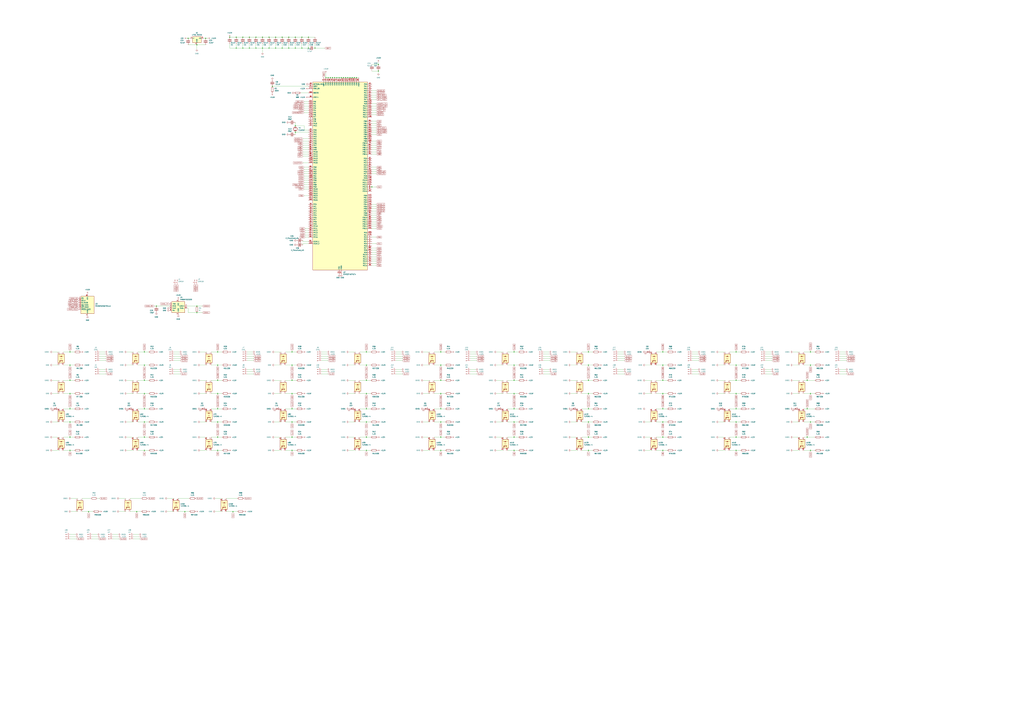
<source format=kicad_sch>
(kicad_sch (version 20230121) (generator eeschema)
  (paper "A0")
  (lib_symbols
    (symbol "Connector:Conn_01x02_Pin" (pin_names (offset 1.016) hide)
      (property "Reference" "J" (at 0 2.54 0))
      (property "Value" "Conn_01x02_Pin" (at 0 -5.08 0))
      (symbol "Conn_01x02_Pin_1_1"
        (pin passive line (at 5.08 0 180) (length 3.81) (name "Pin_1") (number "1"))
        (pin passive line (at 5.08 -2.54 180) (length 3.81) (name "Pin_2") (number "2"))
      )
    )
    (symbol "Connector:Conn_01x03_Pin" (pin_names (offset 1.016) hide)
      (property "Reference" "J" (at 0 5.08 0))
      (property "Value" "Conn_01x03_Pin" (at 0 -5.08 0))
      (symbol "Conn_01x03_Pin_1_1"
        (pin passive line (at 5.08 2.54 180) (length 3.81) (name "Pin_1") (number "1"))
        (pin passive line (at 5.08 0 180) (length 3.81) (name "Pin_2") (number "2"))
        (pin passive line (at 5.08 -2.54 180) (length 3.81) (name "Pin_3") (number "3"))
      )
    )
    (symbol "Connector:Conn_01x05_Pin" (pin_names (offset 1.016) hide)
      (property "Reference" "J" (at 0 7.62 0))
      (property "Value" "Conn_01x05_Pin" (at 0 -7.62 0))
      (symbol "Conn_01x05_Pin_1_1"
        (pin passive line (at 5.08 5.08 180) (length 3.81) (name "Pin_1") (number "1"))
        (pin passive line (at 5.08 2.54 180) (length 3.81) (name "Pin_2") (number "2"))
        (pin passive line (at 5.08 0 180) (length 3.81) (name "Pin_3") (number "3"))
        (pin passive line (at 5.08 -2.54 180) (length 3.81) (name "Pin_4") (number "4"))
        (pin passive line (at 5.08 -5.08 180) (length 3.81) (name "Pin_5") (number "5"))
      )
    )
    (symbol "Device:C" (pin_numbers hide) (pin_names (offset 0.254))
      (property "Reference" "C" (at 0.635 2.54 0))
      (property "Value" "C" (at 0.635 -2.54 0))
      (symbol "C_1_1"
        (pin passive line (at 0 3.81 270) (length 2.794) (name "~") (number "1"))
        (pin passive line (at 0 -3.81 90) (length 2.794) (name "~") (number "2"))
      )
    )
    (symbol "Device:C_Polarized_US" (pin_numbers hide) (pin_names (offset 0.254) hide)
      (property "Reference" "C" (at 0.635 2.54 0))
      (property "Value" "C_Polarized_US" (at 0.635 -2.54 0))
      (symbol "C_Polarized_US_1_1"
        (pin passive line (at 0 3.81 270) (length 2.794) (name "~") (number "1"))
        (pin passive line (at 0 -3.81 90) (length 3.302) (name "~") (number "2"))
      )
    )
    (symbol "Device:Crystal" (pin_numbers hide) (pin_names (offset 1.016) hide)
      (property "Reference" "Y" (at 0 3.81 0))
      (property "Value" "Crystal" (at 0 -3.81 0))
      (symbol "Crystal_1_1"
        (pin passive line (at -3.81 0 0) (length 1.27) (name "1") (number "1"))
        (pin passive line (at 3.81 0 180) (length 1.27) (name "2") (number "2"))
      )
    )
    (symbol "Device:LED" (pin_numbers hide) (pin_names (offset 1.016) hide)
      (property "Reference" "D" (at 0 2.54 0))
      (property "Value" "LED" (at 0 -2.54 0))
      (symbol "LED_1_1"
        (pin passive line (at -3.81 0 0) (length 2.54) (name "K") (number "1"))
        (pin passive line (at 3.81 0 180) (length 2.54) (name "A") (number "2"))
      )
    )
    (symbol "Device:R" (pin_numbers hide) (pin_names (offset 0))
      (property "Reference" "R" (at 2.032 0 90))
      (property "Value" "R" (at 0 0 90))
      (symbol "R_1_1"
        (pin passive line (at 0 3.81 270) (length 1.27) (name "~") (number "1"))
        (pin passive line (at 0 -3.81 90) (length 1.27) (name "~") (number "2"))
      )
    )
    (symbol "Interface_CAN_LIN:SN65HVD230" (pin_names (offset 1.016))
      (property "Reference" "U4" (at 2.1941 10.16 0))
      (property "Value" "SN65HVD232D" (at 2.1941 7.62 0))
      (symbol "SN65HVD230_1_1"
        (pin input line (at -10.16 2.54 0) (length 2.54) (name "TXD") (number "1"))
        (pin power_in line (at 0 -10.16 90) (length 2.54) (name "GND") (number "2"))
        (pin power_in line (at 0 7.62 270) (length 2.54) (name "VCC") (number "3"))
        (pin output line (at -10.16 0 0) (length 2.54) (name "RXD") (number "4"))
        (pin output line (at -10.16 -2.54 0) (length 2.54) (name "Vref") (number "5"))
        (pin bidirectional line (at 10.16 -2.54 180) (length 2.54) (name "CANL") (number "6"))
        (pin bidirectional line (at 10.16 0 180) (length 2.54) (name "CANH") (number "7"))
        (pin input line (at -10.16 -5.08 0) (length 2.54) (name "Rs") (number "8"))
      )
    )
    (symbol "Isolator:TLP291-4"
      (property "Reference" "U" (at -5.08 5.08 0))
      (property "Value" "TLP291-4" (at 0 5.08 0))
      (symbol "TLP291-4_1_1"
        (pin passive line (at -7.62 2.54 0) (length 2.54) (name "~") (number "1"))
        (pin passive line (at 7.62 -2.54 180) (length 2.54) (name "~") (number "15"))
        (pin passive line (at 7.62 2.54 180) (length 2.54) (name "~") (number "16"))
        (pin passive line (at -7.62 -2.54 0) (length 2.54) (name "~") (number "2"))
      )
      (symbol "TLP291-4_2_1"
        (pin passive line (at 7.62 -2.54 180) (length 2.54) (name "~") (number "13"))
        (pin passive line (at 7.62 2.54 180) (length 2.54) (name "~") (number "14"))
        (pin passive line (at -7.62 2.54 0) (length 2.54) (name "~") (number "3"))
        (pin passive line (at -7.62 -2.54 0) (length 2.54) (name "~") (number "4"))
      )
      (symbol "TLP291-4_3_1"
        (pin passive line (at 7.62 -2.54 180) (length 2.54) (name "~") (number "11"))
        (pin passive line (at 7.62 2.54 180) (length 2.54) (name "~") (number "12"))
        (pin passive line (at -7.62 2.54 0) (length 2.54) (name "~") (number "5"))
        (pin passive line (at -7.62 -2.54 0) (length 2.54) (name "~") (number "6"))
      )
      (symbol "TLP291-4_4_1"
        (pin passive line (at 7.62 2.54 180) (length 2.54) (name "~") (number "10"))
        (pin passive line (at -7.62 2.54 0) (length 2.54) (name "~") (number "7"))
        (pin passive line (at -7.62 -2.54 0) (length 2.54) (name "~") (number "8"))
        (pin passive line (at 7.62 -2.54 180) (length 2.54) (name "~") (number "9"))
      )
    )
    (symbol "MCU_ST_STM32F4:STM32F407IGTx"
      (property "Reference" "U" (at -30.48 110.49 0))
      (property "Value" "STM32F407IGTx" (at 25.4 110.49 0))
      (symbol "STM32F407IGTx_1_1"
        (pin bidirectional line (at 38.1 -71.12 180) (length 5.08) (name "PE2") (number "1"))
        (pin bidirectional line (at 38.1 -17.78 180) (length 5.08) (name "PC15") (number "10"))
        (pin bidirectional line (at 38.1 -53.34 180) (length 5.08) (name "PD12") (number "100"))
        (pin bidirectional line (at 38.1 -55.88 180) (length 5.08) (name "PD13") (number "101"))
        (pin passive line (at 0 -114.3 90) (length 5.08) hide (name "VSS") (number "102"))
        (pin power_in line (at 5.08 114.3 270) (length 5.08) (name "VDD") (number "103"))
        (pin bidirectional line (at 38.1 -58.42 180) (length 5.08) (name "PD14") (number "104"))
        (pin bidirectional line (at 38.1 -60.96 180) (length 5.08) (name "PD15") (number "105"))
        (pin bidirectional line (at -35.56 5.08 0) (length 5.08) (name "PG2") (number "106"))
        (pin bidirectional line (at -35.56 2.54 0) (length 5.08) (name "PG3") (number "107"))
        (pin bidirectional line (at -35.56 0 0) (length 5.08) (name "PG4") (number "108"))
        (pin bidirectional line (at -35.56 -2.54 0) (length 5.08) (name "PG5") (number "109"))
        (pin bidirectional line (at -35.56 63.5 0) (length 5.08) (name "PI9") (number "11"))
        (pin bidirectional line (at -35.56 -5.08 0) (length 5.08) (name "PG6") (number "110"))
        (pin bidirectional line (at -35.56 -7.62 0) (length 5.08) (name "PG7") (number "111"))
        (pin bidirectional line (at -35.56 -10.16 0) (length 5.08) (name "PG8") (number "112"))
        (pin passive line (at 0 -114.3 90) (length 5.08) hide (name "VSS") (number "113"))
        (pin power_in line (at 7.62 114.3 270) (length 5.08) (name "VDD") (number "114"))
        (pin bidirectional line (at 38.1 5.08 180) (length 5.08) (name "PC6") (number "115"))
        (pin bidirectional line (at 38.1 2.54 180) (length 5.08) (name "PC7") (number "116"))
        (pin bidirectional line (at 38.1 0 180) (length 5.08) (name "PC8") (number "117"))
        (pin bidirectional line (at 38.1 -2.54 180) (length 5.08) (name "PC9") (number "118"))
        (pin bidirectional line (at 38.1 86.36 180) (length 5.08) (name "PA8") (number "119"))
        (pin bidirectional line (at -35.56 60.96 0) (length 5.08) (name "PI10") (number "12"))
        (pin bidirectional line (at 38.1 83.82 180) (length 5.08) (name "PA9") (number "120"))
        (pin bidirectional line (at 38.1 81.28 180) (length 5.08) (name "PA10") (number "121"))
        (pin bidirectional line (at 38.1 78.74 180) (length 5.08) (name "PA11") (number "122"))
        (pin bidirectional line (at 38.1 76.2 180) (length 5.08) (name "PA12") (number "123"))
        (pin bidirectional line (at 38.1 73.66 180) (length 5.08) (name "PA13") (number "124"))
        (pin power_out line (at -35.56 -78.74 0) (length 5.08) (name "VCAP_2") (number "125"))
        (pin passive line (at 0 -114.3 90) (length 5.08) hide (name "VSS") (number "126"))
        (pin power_in line (at 10.16 114.3 270) (length 5.08) (name "VDD") (number "127"))
        (pin bidirectional line (at -35.56 20.32 0) (length 5.08) (name "PH13") (number "128"))
        (pin bidirectional line (at -35.56 17.78 0) (length 5.08) (name "PH14") (number "129"))
        (pin bidirectional line (at -35.56 58.42 0) (length 5.08) (name "PI11") (number "13"))
        (pin bidirectional line (at -35.56 15.24 0) (length 5.08) (name "PH15") (number "130"))
        (pin bidirectional line (at -35.56 86.36 0) (length 5.08) (name "PI0") (number "131"))
        (pin bidirectional line (at -35.56 83.82 0) (length 5.08) (name "PI1") (number "132"))
        (pin bidirectional line (at -35.56 81.28 0) (length 5.08) (name "PI2") (number "133"))
        (pin bidirectional line (at -35.56 78.74 0) (length 5.08) (name "PI3") (number "134"))
        (pin passive line (at 0 -114.3 90) (length 5.08) hide (name "VSS") (number "135"))
        (pin power_in line (at 12.7 114.3 270) (length 5.08) (name "VDD") (number "136"))
        (pin bidirectional line (at 38.1 71.12 180) (length 5.08) (name "PA14") (number "137"))
        (pin bidirectional line (at 38.1 68.58 180) (length 5.08) (name "PA15") (number "138"))
        (pin bidirectional line (at 38.1 -5.08 180) (length 5.08) (name "PC10") (number "139"))
        (pin power_in line (at 0 -114.3 90) (length 5.08) (name "VSS") (number "14"))
        (pin bidirectional line (at 38.1 -7.62 180) (length 5.08) (name "PC11") (number "140"))
        (pin bidirectional line (at 38.1 -10.16 180) (length 5.08) (name "PC12") (number "141"))
        (pin bidirectional line (at 38.1 -22.86 180) (length 5.08) (name "PD0") (number "142"))
        (pin bidirectional line (at 38.1 -25.4 180) (length 5.08) (name "PD1") (number "143"))
        (pin bidirectional line (at 38.1 -27.94 180) (length 5.08) (name "PD2") (number "144"))
        (pin bidirectional line (at 38.1 -30.48 180) (length 5.08) (name "PD3") (number "145"))
        (pin bidirectional line (at 38.1 -33.02 180) (length 5.08) (name "PD4") (number "146"))
        (pin bidirectional line (at 38.1 -35.56 180) (length 5.08) (name "PD5") (number "147"))
        (pin passive line (at 0 -114.3 90) (length 5.08) hide (name "VSS") (number "148"))
        (pin power_in line (at 15.24 114.3 270) (length 5.08) (name "VDD") (number "149"))
        (pin power_in line (at -15.24 114.3 270) (length 5.08) (name "VDD") (number "15"))
        (pin bidirectional line (at 38.1 -38.1 180) (length 5.08) (name "PD6") (number "150"))
        (pin bidirectional line (at 38.1 -40.64 180) (length 5.08) (name "PD7") (number "151"))
        (pin bidirectional line (at -35.56 -12.7 0) (length 5.08) (name "PG9") (number "152"))
        (pin bidirectional line (at -35.56 -15.24 0) (length 5.08) (name "PG10") (number "153"))
        (pin bidirectional line (at -35.56 -17.78 0) (length 5.08) (name "PG11") (number "154"))
        (pin bidirectional line (at -35.56 -20.32 0) (length 5.08) (name "PG12") (number "155"))
        (pin bidirectional line (at -35.56 -22.86 0) (length 5.08) (name "PG13") (number "156"))
        (pin bidirectional line (at -35.56 -25.4 0) (length 5.08) (name "PG14") (number "157"))
        (pin passive line (at 0 -114.3 90) (length 5.08) hide (name "VSS") (number "158"))
        (pin power_in line (at 17.78 114.3 270) (length 5.08) (name "VDD") (number "159"))
        (pin bidirectional line (at -35.56 -33.02 0) (length 5.08) (name "PF0") (number "16"))
        (pin bidirectional line (at -35.56 -27.94 0) (length 5.08) (name "PG15") (number "160"))
        (pin bidirectional line (at 38.1 55.88 180) (length 5.08) (name "PB3") (number "161"))
        (pin bidirectional line (at 38.1 53.34 180) (length 5.08) (name "PB4") (number "162"))
        (pin bidirectional line (at 38.1 50.8 180) (length 5.08) (name "PB5") (number "163"))
        (pin bidirectional line (at 38.1 48.26 180) (length 5.08) (name "PB6") (number "164"))
        (pin bidirectional line (at 38.1 45.72 180) (length 5.08) (name "PB7") (number "165"))
        (pin input line (at -35.56 96.52 0) (length 5.08) (name "BOOT0") (number "166"))
        (pin bidirectional line (at 38.1 43.18 180) (length 5.08) (name "PB8") (number "167"))
        (pin bidirectional line (at 38.1 40.64 180) (length 5.08) (name "PB9") (number "168"))
        (pin bidirectional line (at 38.1 -66.04 180) (length 5.08) (name "PE0") (number "169"))
        (pin bidirectional line (at -35.56 -35.56 0) (length 5.08) (name "PF1") (number "17"))
        (pin bidirectional line (at 38.1 -68.58 180) (length 5.08) (name "PE1") (number "170"))
        (pin input line (at -35.56 101.6 0) (length 5.08) (name "PDR_ON") (number "171"))
        (pin power_in line (at 20.32 114.3 270) (length 5.08) (name "VDD") (number "172"))
        (pin bidirectional line (at -35.56 76.2 0) (length 5.08) (name "PI4") (number "173"))
        (pin bidirectional line (at -35.56 73.66 0) (length 5.08) (name "PI5") (number "174"))
        (pin bidirectional line (at -35.56 71.12 0) (length 5.08) (name "PI6") (number "175"))
        (pin bidirectional line (at -35.56 68.58 0) (length 5.08) (name "PI7") (number "176"))
        (pin bidirectional line (at -35.56 -38.1 0) (length 5.08) (name "PF2") (number "18"))
        (pin bidirectional line (at -35.56 -40.64 0) (length 5.08) (name "PF3") (number "19"))
        (pin bidirectional line (at 38.1 -73.66 180) (length 5.08) (name "PE3") (number "2"))
        (pin bidirectional line (at -35.56 -43.18 0) (length 5.08) (name "PF4") (number "20"))
        (pin bidirectional line (at -35.56 -45.72 0) (length 5.08) (name "PF5") (number "21"))
        (pin passive line (at 0 -114.3 90) (length 5.08) hide (name "VSS") (number "22"))
        (pin power_in line (at -12.7 114.3 270) (length 5.08) (name "VDD") (number "23"))
        (pin bidirectional line (at -35.56 -48.26 0) (length 5.08) (name "PF6") (number "24"))
        (pin bidirectional line (at -35.56 -50.8 0) (length 5.08) (name "PF7") (number "25"))
        (pin bidirectional line (at -35.56 -53.34 0) (length 5.08) (name "PF8") (number "26"))
        (pin bidirectional line (at -35.56 -55.88 0) (length 5.08) (name "PF9") (number "27"))
        (pin bidirectional line (at -35.56 -58.42 0) (length 5.08) (name "PF10") (number "28"))
        (pin bidirectional line (at -35.56 53.34 0) (length 5.08) (name "PH0") (number "29"))
        (pin bidirectional line (at 38.1 -76.2 180) (length 5.08) (name "PE4") (number "3"))
        (pin bidirectional line (at -35.56 50.8 0) (length 5.08) (name "PH1") (number "30"))
        (pin input line (at -35.56 104.14 0) (length 5.08) (name "NRST") (number "31"))
        (pin bidirectional line (at 38.1 20.32 180) (length 5.08) (name "PC0") (number "32"))
        (pin bidirectional line (at 38.1 17.78 180) (length 5.08) (name "PC1") (number "33"))
        (pin bidirectional line (at 38.1 15.24 180) (length 5.08) (name "PC2") (number "34"))
        (pin bidirectional line (at 38.1 12.7 180) (length 5.08) (name "PC3") (number "35"))
        (pin power_in line (at -10.16 114.3 270) (length 5.08) (name "VDD") (number "36"))
        (pin power_in line (at 2.54 -114.3 90) (length 5.08) (name "VSSA") (number "37"))
        (pin input line (at -35.56 91.44 0) (length 5.08) (name "VREF+") (number "38"))
        (pin power_in line (at 22.86 114.3 270) (length 5.08) (name "VDDA") (number "39"))
        (pin bidirectional line (at 38.1 -78.74 180) (length 5.08) (name "PE5") (number "4"))
        (pin bidirectional line (at 38.1 106.68 180) (length 5.08) (name "PA0") (number "40"))
        (pin bidirectional line (at 38.1 104.14 180) (length 5.08) (name "PA1") (number "41"))
        (pin bidirectional line (at 38.1 101.6 180) (length 5.08) (name "PA2") (number "42"))
        (pin bidirectional line (at -35.56 48.26 0) (length 5.08) (name "PH2") (number "43"))
        (pin bidirectional line (at -35.56 45.72 0) (length 5.08) (name "PH3") (number "44"))
        (pin bidirectional line (at -35.56 43.18 0) (length 5.08) (name "PH4") (number "45"))
        (pin bidirectional line (at -35.56 40.64 0) (length 5.08) (name "PH5") (number "46"))
        (pin bidirectional line (at 38.1 99.06 180) (length 5.08) (name "PA3") (number "47"))
        (pin input line (at -35.56 106.68 0) (length 5.08) (name "BYPASS_REG") (number "48"))
        (pin power_in line (at -7.62 114.3 270) (length 5.08) (name "VDD") (number "49"))
        (pin bidirectional line (at 38.1 -81.28 180) (length 5.08) (name "PE6") (number "5"))
        (pin bidirectional line (at 38.1 96.52 180) (length 5.08) (name "PA4") (number "50"))
        (pin bidirectional line (at 38.1 93.98 180) (length 5.08) (name "PA5") (number "51"))
        (pin bidirectional line (at 38.1 91.44 180) (length 5.08) (name "PA6") (number "52"))
        (pin bidirectional line (at 38.1 88.9 180) (length 5.08) (name "PA7") (number "53"))
        (pin bidirectional line (at 38.1 10.16 180) (length 5.08) (name "PC4") (number "54"))
        (pin bidirectional line (at 38.1 7.62 180) (length 5.08) (name "PC5") (number "55"))
        (pin bidirectional line (at 38.1 63.5 180) (length 5.08) (name "PB0") (number "56"))
        (pin bidirectional line (at 38.1 60.96 180) (length 5.08) (name "PB1") (number "57"))
        (pin bidirectional line (at 38.1 58.42 180) (length 5.08) (name "PB2") (number "58"))
        (pin bidirectional line (at -35.56 -60.96 0) (length 5.08) (name "PF11") (number "59"))
        (pin power_in line (at -17.78 114.3 270) (length 5.08) (name "VBAT") (number "6"))
        (pin bidirectional line (at -35.56 -63.5 0) (length 5.08) (name "PF12") (number "60"))
        (pin passive line (at 0 -114.3 90) (length 5.08) hide (name "VSS") (number "61"))
        (pin power_in line (at -5.08 114.3 270) (length 5.08) (name "VDD") (number "62"))
        (pin bidirectional line (at -35.56 -66.04 0) (length 5.08) (name "PF13") (number "63"))
        (pin bidirectional line (at -35.56 -68.58 0) (length 5.08) (name "PF14") (number "64"))
        (pin bidirectional line (at -35.56 -71.12 0) (length 5.08) (name "PF15") (number "65"))
        (pin bidirectional line (at -35.56 10.16 0) (length 5.08) (name "PG0") (number "66"))
        (pin bidirectional line (at -35.56 7.62 0) (length 5.08) (name "PG1") (number "67"))
        (pin bidirectional line (at 38.1 -83.82 180) (length 5.08) (name "PE7") (number "68"))
        (pin bidirectional line (at 38.1 -86.36 180) (length 5.08) (name "PE8") (number "69"))
        (pin bidirectional line (at -35.56 66.04 0) (length 5.08) (name "PI8") (number "7"))
        (pin bidirectional line (at 38.1 -88.9 180) (length 5.08) (name "PE9") (number "70"))
        (pin passive line (at 0 -114.3 90) (length 5.08) hide (name "VSS") (number "71"))
        (pin power_in line (at -2.54 114.3 270) (length 5.08) (name "VDD") (number "72"))
        (pin bidirectional line (at 38.1 -91.44 180) (length 5.08) (name "PE10") (number "73"))
        (pin bidirectional line (at 38.1 -93.98 180) (length 5.08) (name "PE11") (number "74"))
        (pin bidirectional line (at 38.1 -96.52 180) (length 5.08) (name "PE12") (number "75"))
        (pin bidirectional line (at 38.1 -99.06 180) (length 5.08) (name "PE13") (number "76"))
        (pin bidirectional line (at 38.1 -101.6 180) (length 5.08) (name "PE14") (number "77"))
        (pin bidirectional line (at 38.1 -104.14 180) (length 5.08) (name "PE15") (number "78"))
        (pin bidirectional line (at 38.1 38.1 180) (length 5.08) (name "PB10") (number "79"))
        (pin bidirectional line (at 38.1 -12.7 180) (length 5.08) (name "PC13") (number "8"))
        (pin bidirectional line (at 38.1 35.56 180) (length 5.08) (name "PB11") (number "80"))
        (pin power_out line (at -35.56 -76.2 0) (length 5.08) (name "VCAP_1") (number "81"))
        (pin power_in line (at 0 114.3 270) (length 5.08) (name "VDD") (number "82"))
        (pin bidirectional line (at -35.56 38.1 0) (length 5.08) (name "PH6") (number "83"))
        (pin bidirectional line (at -35.56 35.56 0) (length 5.08) (name "PH7") (number "84"))
        (pin bidirectional line (at -35.56 33.02 0) (length 5.08) (name "PH8") (number "85"))
        (pin bidirectional line (at -35.56 30.48 0) (length 5.08) (name "PH9") (number "86"))
        (pin bidirectional line (at -35.56 27.94 0) (length 5.08) (name "PH10") (number "87"))
        (pin bidirectional line (at -35.56 25.4 0) (length 5.08) (name "PH11") (number "88"))
        (pin bidirectional line (at -35.56 22.86 0) (length 5.08) (name "PH12") (number "89"))
        (pin bidirectional line (at 38.1 -15.24 180) (length 5.08) (name "PC14") (number "9"))
        (pin passive line (at 0 -114.3 90) (length 5.08) hide (name "VSS") (number "90"))
        (pin power_in line (at 2.54 114.3 270) (length 5.08) (name "VDD") (number "91"))
        (pin bidirectional line (at 38.1 33.02 180) (length 5.08) (name "PB12") (number "92"))
        (pin bidirectional line (at 38.1 30.48 180) (length 5.08) (name "PB13") (number "93"))
        (pin bidirectional line (at 38.1 27.94 180) (length 5.08) (name "PB14") (number "94"))
        (pin bidirectional line (at 38.1 25.4 180) (length 5.08) (name "PB15") (number "95"))
        (pin bidirectional line (at 38.1 -43.18 180) (length 5.08) (name "PD8") (number "96"))
        (pin bidirectional line (at 38.1 -45.72 180) (length 5.08) (name "PD9") (number "97"))
        (pin bidirectional line (at 38.1 -48.26 180) (length 5.08) (name "PD10") (number "98"))
        (pin bidirectional line (at 38.1 -50.8 180) (length 5.08) (name "PD11") (number "99"))
      )
    )
    (symbol "Memory_Flash:MX25R3235FM2xx1"
      (property "Reference" "U" (at -5.08 11.43 0))
      (property "Value" "MX25R3235FM2xx1" (at 11.43 11.43 0))
      (symbol "MX25R3235FM2xx1_1_1"
        (pin input line (at -10.16 7.62 0) (length 2.54) (name "~{CS}") (number "1"))
        (pin bidirectional line (at -10.16 0 0) (length 2.54) (name "SO/SIO1") (number "2"))
        (pin bidirectional line (at -10.16 -2.54 0) (length 2.54) (name "~{WP}/SIO2") (number "3"))
        (pin power_in line (at 0 -12.7 90) (length 2.54) (name "GND") (number "4"))
        (pin bidirectional line (at -10.16 2.54 0) (length 2.54) (name "SI/SIO0") (number "5"))
        (pin input line (at -10.16 5.08 0) (length 2.54) (name "SCLK") (number "6"))
        (pin bidirectional line (at -10.16 -5.08 0) (length 2.54) (name "~{HOLD}/SIO3") (number "7"))
        (pin power_in line (at 0 12.7 270) (length 2.54) (name "VCC") (number "8"))
      )
    )
    (symbol "Regulator_Linear:LF33_TO220" (pin_names (offset 0.254))
      (property "Reference" "U" (at -3.81 3.175 0))
      (property "Value" "LF33_TO220" (at 0 3.175 0))
      (symbol "LF33_TO220_1_1"
        (pin power_in line (at -7.62 0 0) (length 2.54) (name "VI") (number "1"))
        (pin power_in line (at 0 -7.62 90) (length 2.54) (name "GND") (number "2"))
        (pin power_out line (at 7.62 0 180) (length 2.54) (name "VO") (number "3"))
      )
    )
    (symbol "power:+12V" (power) (pin_names (offset 0))
      (property "Value" "+12V" (at 0 3.556 0))
      (symbol "+12V_1_1"
        (pin power_in line (at 0 0 90) (length 0) hide (name "+12V") (number "1"))
      )
    )
    (symbol "power:+3.3V" (power) (pin_names (offset 0))
      (property "Value" "+3.3V" (at 0 3.556 0))
      (symbol "+3.3V_1_1"
        (pin power_in line (at 0 0 90) (length 0) hide (name "+3.3V") (number "1"))
      )
    )
    (symbol "power:+5V" (power) (pin_names (offset 0))
      (property "Value" "+5V" (at 0 3.556 0))
      (symbol "+5V_1_1"
        (pin power_in line (at 0 0 90) (length 0) hide (name "+5V") (number "1"))
      )
    )
    (symbol "power:GND" (power) (pin_names (offset 0))
      (property "Value" "GND" (at 0 -3.81 0))
      (symbol "GND_1_1"
        (pin power_in line (at 0 0 270) (length 0) hide (name "GND") (number "1"))
      )
    )
    (symbol "power:GND1" (power) (pin_names (offset 0))
      (property "Value" "GND1" (at 0 -3.81 0))
      (symbol "GND1_1_1"
        (pin power_in line (at 0 0 270) (length 0) hide (name "GND1") (number "1"))
      )
    )
  )
  (junction (at 81.28 474.98))
  (junction (at 167.64 490.22))
  (junction (at 252.73 523.24))
  (junction (at 401.32 90.17))
  (junction (at 511.81 408.94))
  (junction (at 769.62 424.18))
  (junction (at 339.09 490.22))
  (junction (at 854.71 508))
  (junction (at 167.64 523.24))
  (junction (at 81.28 508))
  (junction (at 342.9 43.18))
  (junction (at 414.02 90.17))
  (junction (at 439.42 74.93))
  (junction (at 297.18 43.18))
  (junction (at 769.62 457.2))
  (junction (at 167.64 441.96))
  (junction (at 396.24 90.17))
  (junction (at 854.71 441.96))
  (junction (at 339.09 408.94))
  (junction (at 683.26 508))
  (junction (at 431.8 217.17))
  (junction (at 683.26 424.18))
  (junction (at 425.45 474.98))
  (junction (at 274.32 55.88))
  (junction (at 941.07 457.2))
  (junction (at 596.9 474.98))
  (junction (at 238.76 44.45))
  (junction (at 228.6 363.22))
  (junction (at 854.71 424.18))
  (junction (at 342.9 153.67))
  (junction (at 511.81 441.96))
  (junction (at 425.45 523.24))
  (junction (at 304.8 55.88))
  (junction (at 769.62 474.98))
  (junction (at 358.14 55.88))
  (junction (at 408.94 90.17))
  (junction (at 252.73 457.2))
  (junction (at 289.56 55.88))
  (junction (at 937.26 474.98))
  (junction (at 339.09 523.24))
  (junction (at 854.71 523.24))
  (junction (at 854.71 457.2))
  (junction (at 854.71 408.94))
  (junction (at 854.71 474.98))
  (junction (at 596.9 490.22))
  (junction (at 350.52 55.88))
  (junction (at 281.94 55.88))
  (junction (at 228.6 355.6))
  (junction (at 81.28 424.18))
  (junction (at 312.42 55.88))
  (junction (at 316.23 100.33))
  (junction (at 365.76 55.88))
  (junction (at 342.9 146.05))
  (junction (at 596.9 523.24))
  (junction (at 511.81 490.22))
  (junction (at 941.07 523.24))
  (junction (at 511.81 508))
  (junction (at 425.45 441.96))
  (junction (at 683.26 490.22))
  (junction (at 327.66 43.18))
  (junction (at 683.26 441.96))
  (junction (at 102.87 594.36))
  (junction (at 769.62 508))
  (junction (at 339.09 508))
  (junction (at 769.62 408.94))
  (junction (at 266.7 43.18))
  (junction (at 596.9 424.18))
  (junction (at 339.09 441.96))
  (junction (at 937.26 441.96))
  (junction (at 167.64 424.18))
  (junction (at 391.16 90.17))
  (junction (at 312.42 43.18))
  (junction (at 511.81 424.18))
  (junction (at 941.07 408.94))
  (junction (at 406.4 90.17))
  (junction (at 511.81 523.24))
  (junction (at 383.54 90.17))
  (junction (at 167.64 474.98))
  (junction (at 769.62 523.24))
  (junction (at 270.51 594.36))
  (junction (at 511.81 457.2))
  (junction (at 596.9 441.96))
  (junction (at 941.07 490.22))
  (junction (at 596.9 508))
  (junction (at 335.28 55.88))
  (junction (at 167.64 457.2))
  (junction (at 339.09 424.18))
  (junction (at 683.26 523.24))
  (junction (at 386.08 90.17))
  (junction (at 398.78 90.17))
  (junction (at 425.45 408.94))
  (junction (at 81.28 408.94))
  (junction (at 320.04 43.18))
  (junction (at 411.48 90.17))
  (junction (at 350.52 43.18))
  (junction (at 252.73 408.94))
  (junction (at 252.73 441.96))
  (junction (at 683.26 474.98))
  (junction (at 393.7 90.17))
  (junction (at 81.28 523.24))
  (junction (at 252.73 490.22))
  (junction (at 425.45 457.2))
  (junction (at 252.73 424.18))
  (junction (at 854.71 490.22))
  (junction (at 381 90.17))
  (junction (at 425.45 490.22))
  (junction (at 425.45 508))
  (junction (at 439.42 82.55))
  (junction (at 297.18 55.88))
  (junction (at 769.62 441.96))
  (junction (at 228.6 52.07))
  (junction (at 511.81 474.98))
  (junction (at 181.61 355.6))
  (junction (at 274.32 43.18))
  (junction (at 683.26 408.94))
  (junction (at 358.14 43.18))
  (junction (at 335.28 43.18))
  (junction (at 167.64 508))
  (junction (at 167.64 408.94))
  (junction (at 339.09 474.98))
  (junction (at 403.86 90.17))
  (junction (at 81.28 490.22))
  (junction (at 596.9 408.94))
  (junction (at 214.63 594.36))
  (junction (at 304.8 43.18))
  (junction (at 218.44 44.45))
  (junction (at 342.9 55.88))
  (junction (at 941.07 424.18))
  (junction (at 81.28 457.2))
  (junction (at 388.62 90.17))
  (junction (at 252.73 474.98))
  (junction (at 281.94 43.18))
  (junction (at 327.66 55.88))
  (junction (at 289.56 43.18))
  (junction (at 339.09 457.2))
  (junction (at 81.28 441.96))
  (junction (at 937.26 508))
  (junction (at 683.26 457.2))
  (junction (at 252.73 508))
  (junction (at 425.45 424.18))
  (junction (at 378.46 90.17))
  (junction (at 769.62 490.22))
  (junction (at 158.75 594.36))
  (junction (at 596.9 457.2))
  (junction (at 320.04 55.88))
  (wire (pts (xy 436.88 265.43) (xy 431.8 265.43)))
  (wire (pts (xy 601.98 424.18) (xy 596.9 424.18)))
  (wire (pts (xy 946.15 457.2) (xy 941.07 457.2)))
  (wire (pts (xy 552.45 431.8) (xy 546.1 431.8)))
  (wire (pts (xy 252.73 424.18) (xy 245.11 424.18)))
  (wire (pts (xy 896.62 419.1) (xy 889 419.1)))
  (wire (pts (xy 847.09 523.24) (xy 854.71 523.24)))
  (wire (pts (xy 491.49 424.18) (xy 499.11 424.18)))
  (wire (pts (xy 209.55 434.34) (xy 201.93 434.34)))
  (wire (pts (xy 353.06 199.39) (xy 358.14 199.39)))
  (wire (pts (xy 351.79 181.61) (xy 358.14 181.61)))
  (wire (pts (xy 859.79 424.18) (xy 854.71 424.18)))
  (wire (pts (xy 339.09 474.98) (xy 331.47 474.98)))
  (wire (pts (xy 662.94 424.18) (xy 670.56 424.18)))
  (wire (pts (xy 425.45 523.24) (xy 430.53 523.24)))
  (wire (pts (xy 683.26 408.94) (xy 675.64 408.94)))
  (wire (pts (xy 335.28 50.8) (xy 335.28 55.88)))
  (wire (pts (xy 576.58 441.96) (xy 584.2 441.96)))
  (wire (pts (xy 161.29 623.57) (xy 154.94 623.57)))
  (wire (pts (xy 638.81 419.1) (xy 631.19 419.1)))
  (wire (pts (xy 318.77 457.2) (xy 326.39 457.2)))
  (wire (pts (xy 365.76 55.88) (xy 365.76 50.8)))
  (wire (pts (xy 769.62 408.94) (xy 762 408.94)))
  (wire (pts (xy 121.92 429.26) (xy 115.57 429.26)))
  (wire (pts (xy 937.26 441.96) (xy 933.45 441.96)))
  (wire (pts (xy 941.07 424.18) (xy 933.45 424.18)))
  (wire (pts (xy 596.9 523.24) (xy 601.98 523.24)))
  (wire (pts (xy 86.36 508) (xy 81.28 508)))
  (wire (pts (xy 318.77 424.18) (xy 326.39 424.18)))
  (wire (pts (xy 769.62 508) (xy 762 508)))
  (wire (pts (xy 167.64 457.2) (xy 160.02 457.2)))
  (wire (pts (xy 293.37 431.8) (xy 287.02 431.8)))
  (wire (pts (xy 688.34 508) (xy 683.26 508)))
  (wire (pts (xy 854.71 508) (xy 847.09 508)))
  (wire (pts (xy 933.45 523.24) (xy 941.07 523.24)))
  (wire (pts (xy 982.98 419.1) (xy 975.36 419.1)))
  (wire (pts (xy 354.33 273.05) (xy 358.14 273.05)))
  (wire (pts (xy 854.71 441.96) (xy 847.09 441.96)))
  (wire (pts (xy 304.8 55.88) (xy 297.18 55.88)))
  (wire (pts (xy 351.79 166.37) (xy 358.14 166.37)))
  (wire (pts (xy 811.53 416.56) (xy 803.91 416.56)))
  (wire (pts (xy 811.53 434.34) (xy 803.91 434.34)))
  (wire (pts (xy 252.73 440.69) (xy 252.73 441.96)))
  (wire (pts (xy 425.45 458.47) (xy 425.45 457.2)))
  (wire (pts (xy 121.92 411.48) (xy 115.57 411.48)))
  (wire (pts (xy 339.09 490.22) (xy 331.47 490.22)))
  (wire (pts (xy 60.96 508) (xy 68.58 508)))
  (wire (pts (xy 147.32 457.2) (xy 154.94 457.2)))
  (wire (pts (xy 769.62 473.71) (xy 769.62 474.98)))
  (wire (pts (xy 160.02 523.24) (xy 167.64 523.24)))
  (wire (pts (xy 937.26 506.73) (xy 937.26 508)))
  (wire (pts (xy 576.58 457.2) (xy 584.2 457.2)))
  (wire (pts (xy 405.13 457.2) (xy 412.75 457.2)))
  (wire (pts (xy 436.88 107.95) (xy 431.8 107.95)))
  (wire (pts (xy 405.13 508) (xy 412.75 508)))
  (wire (pts (xy 425.45 407.67) (xy 425.45 408.94)))
  (wire (pts (xy 353.06 227.33) (xy 358.14 227.33)))
  (wire (pts (xy 937.26 440.69) (xy 937.26 441.96)))
  (wire (pts (xy 511.81 425.45) (xy 511.81 424.18)))
  (wire (pts (xy 294.64 416.56) (xy 287.02 416.56)))
  (wire (pts (xy 683.26 474.98) (xy 675.64 474.98)))
  (wire (pts (xy 688.34 424.18) (xy 683.26 424.18)))
  (wire (pts (xy 351.79 179.07) (xy 358.14 179.07)))
  (wire (pts (xy 252.73 523.24) (xy 257.81 523.24)))
  (wire (pts (xy 320.04 50.8) (xy 320.04 55.88)))
  (wire (pts (xy 167.64 425.45) (xy 167.64 424.18)))
  (wire (pts (xy 516.89 490.22) (xy 511.81 490.22)))
  (wire (pts (xy 946.15 424.18) (xy 941.07 424.18)))
  (wire (pts (xy 123.19 434.34) (xy 115.57 434.34)))
  (wire (pts (xy 167.64 524.51) (xy 167.64 523.24)))
  (wire (pts (xy 218.44 363.22) (xy 218.44 358.14)))
  (wire (pts (xy 172.72 441.96) (xy 167.64 441.96)))
  (wire (pts (xy 344.17 441.96) (xy 339.09 441.96)))
  (wire (pts (xy 245.11 523.24) (xy 252.73 523.24)))
  (wire (pts (xy 208.28 411.48) (xy 201.93 411.48)))
  (wire (pts (xy 257.81 441.96) (xy 252.73 441.96)))
  (wire (pts (xy 207.01 579.12) (xy 219.71 579.12)))
  (wire (pts (xy 552.45 411.48) (xy 546.1 411.48)))
  (wire (pts (xy 274.32 43.18) (xy 281.94 43.18)))
  (wire (pts (xy 339.09 441.96) (xy 331.47 441.96)))
  (wire (pts (xy 86.36 474.98) (xy 81.28 474.98)))
  (wire (pts (xy 354.33 275.59) (xy 358.14 275.59)))
  (wire (pts (xy 294.64 434.34) (xy 287.02 434.34)))
  (wire (pts (xy 266.7 50.8) (xy 266.7 55.88)))
  (wire (pts (xy 358.14 151.13) (xy 353.06 151.13)))
  (wire (pts (xy 941.07 425.45) (xy 941.07 424.18)))
  (wire (pts (xy 425.45 524.51) (xy 425.45 523.24)))
  (wire (pts (xy 266.7 43.18) (xy 274.32 43.18)))
  (wire (pts (xy 353.06 212.09) (xy 358.14 212.09)))
  (wire (pts (xy 552.45 429.26) (xy 546.1 429.26)))
  (wire (pts (xy 683.26 490.22) (xy 675.64 490.22)))
  (wire (pts (xy 436.88 252.73) (xy 431.8 252.73)))
  (wire (pts (xy 596.9 524.51) (xy 596.9 523.24)))
  (wire (pts (xy 516.89 457.2) (xy 511.81 457.2)))
  (wire (pts (xy 339.09 508) (xy 331.47 508)))
  (wire (pts (xy 436.88 153.67) (xy 431.8 153.67)))
  (wire (pts (xy 81.28 523.24) (xy 86.36 523.24)))
  (wire (pts (xy 429.26 217.17) (xy 431.8 217.17)))
  (wire (pts (xy 238.76 44.45) (xy 241.3 44.45)))
  (wire (pts (xy 436.88 146.05) (xy 431.8 146.05)))
  (wire (pts (xy 854.71 425.45) (xy 854.71 424.18)))
  (wire (pts (xy 250.19 579.12) (xy 257.81 579.12)))
  (wire (pts (xy 774.7 474.98) (xy 769.62 474.98)))
  (wire (pts (xy 232.41 441.96) (xy 240.03 441.96)))
  (wire (pts (xy 576.58 508) (xy 584.2 508)))
  (wire (pts (xy 339.09 424.18) (xy 331.47 424.18)))
  (wire (pts (xy 436.88 120.65) (xy 431.8 120.65)))
  (wire (pts (xy 408.94 90.17) (xy 411.48 90.17)))
  (wire (pts (xy 683.26 508) (xy 675.64 508)))
  (wire (pts (xy 414.02 90.17) (xy 416.56 90.17)))
  (wire (pts (xy 167.64 458.47) (xy 167.64 457.2)))
  (wire (pts (xy 351.79 189.23) (xy 358.14 189.23)))
  (wire (pts (xy 769.62 474.98) (xy 762 474.98)))
  (wire (pts (xy 293.37 411.48) (xy 287.02 411.48)))
  (wire (pts (xy 381 90.17) (xy 383.54 90.17)))
  (wire (pts (xy 436.88 255.27) (xy 431.8 255.27)))
  (wire (pts (xy 113.03 579.12) (xy 115.57 579.12)))
  (wire (pts (xy 596.9 473.71) (xy 596.9 474.98)))
  (wire (pts (xy 339.09 491.49) (xy 339.09 490.22)))
  (wire (pts (xy 403.86 90.17) (xy 406.4 90.17)))
  (wire (pts (xy 281.94 43.18) (xy 289.56 43.18)))
  (wire (pts (xy 60.96 441.96) (xy 68.58 441.96)))
  (wire (pts (xy 436.88 130.81) (xy 431.8 130.81)))
  (wire (pts (xy 102.87 595.63) (xy 102.87 594.36)))
  (wire (pts (xy 425.45 474.98) (xy 417.83 474.98)))
  (wire (pts (xy 257.81 508) (xy 252.73 508)))
  (wire (pts (xy 81.28 458.47) (xy 81.28 457.2)))
  (wire (pts (xy 596.9 407.67) (xy 596.9 408.94)))
  (wire (pts (xy 511.81 491.49) (xy 511.81 490.22)))
  (wire (pts (xy 378.46 90.17) (xy 381 90.17)))
  (wire (pts (xy 228.6 57.15) (xy 228.6 52.07)))
  (wire (pts (xy 436.88 128.27) (xy 431.8 128.27)))
  (wire (pts (xy 774.7 441.96) (xy 769.62 441.96)))
  (wire (pts (xy 683.26 506.73) (xy 683.26 508)))
  (wire (pts (xy 811.53 419.1) (xy 803.91 419.1)))
  (wire (pts (xy 381 416.56) (xy 373.38 416.56)))
  (wire (pts (xy 209.55 414.02) (xy 201.93 414.02)))
  (wire (pts (xy 436.88 201.93) (xy 431.8 201.93)))
  (wire (pts (xy 920.75 408.94) (xy 928.37 408.94)))
  (wire (pts (xy 137.16 623.57) (xy 130.81 623.57)))
  (wire (pts (xy 354.33 267.97) (xy 358.14 267.97)))
  (wire (pts (xy 683.26 407.67) (xy 683.26 408.94)))
  (wire (pts (xy 511.81 441.96) (xy 504.19 441.96)))
  (wire (pts (xy 774.7 408.94) (xy 769.62 408.94)))
  (wire (pts (xy 596.9 490.22) (xy 589.28 490.22)))
  (wire (pts (xy 436.88 293.37) (xy 431.8 293.37)))
  (wire (pts (xy 834.39 457.2) (xy 842.01 457.2)))
  (wire (pts (xy 339.09 407.67) (xy 339.09 408.94)))
  (wire (pts (xy 425.45 424.18) (xy 417.83 424.18)))
  (wire (pts (xy 318.77 408.94) (xy 326.39 408.94)))
  (wire (pts (xy 920.75 424.18) (xy 928.37 424.18)))
  (wire (pts (xy 194.31 594.36) (xy 201.93 594.36)))
  (wire (pts (xy 491.49 490.22) (xy 499.11 490.22)))
  (wire (pts (xy 436.88 242.57) (xy 431.8 242.57)))
  (wire (pts (xy 344.17 424.18) (xy 339.09 424.18)))
  (wire (pts (xy 257.81 424.18) (xy 252.73 424.18)))
  (wire (pts (xy 769.62 506.73) (xy 769.62 508)))
  (wire (pts (xy 351.79 280.67) (xy 358.14 280.67)))
  (wire (pts (xy 151.13 579.12) (xy 163.83 579.12)))
  (wire (pts (xy 342.9 156.21) (xy 342.9 153.67)))
  (wire (pts (xy 147.32 508) (xy 154.94 508)))
  (wire (pts (xy 430.53 408.94) (xy 425.45 408.94)))
  (wire (pts (xy 358.14 43.18) (xy 365.76 43.18)))
  (wire (pts (xy 214.63 594.36) (xy 207.01 594.36)))
  (wire (pts (xy 596.9 491.49) (xy 596.9 490.22)))
  (wire (pts (xy 688.34 474.98) (xy 683.26 474.98)))
  (wire (pts (xy 274.32 55.88) (xy 266.7 55.88)))
  (wire (pts (xy 252.73 490.22) (xy 245.11 490.22)))
  (wire (pts (xy 436.88 171.45) (xy 431.8 171.45)))
  (wire (pts (xy 511.81 524.51) (xy 511.81 523.24)))
  (wire (pts (xy 344.17 508) (xy 339.09 508)))
  (wire (pts (xy 431.8 82.55) (xy 439.42 82.55)))
  (wire (pts (xy 769.62 424.18) (xy 762 424.18)))
  (wire (pts (xy 895.35 411.48) (xy 889 411.48)))
  (wire (pts (xy 436.88 173.99) (xy 431.8 173.99)))
  (wire (pts (xy 576.58 408.94) (xy 584.2 408.94)))
  (wire (pts (xy 270.51 594.36) (xy 275.59 594.36)))
  (wire (pts (xy 82.55 594.36) (xy 90.17 594.36)))
  (wire (pts (xy 895.35 408.94) (xy 889 408.94)))
  (wire (pts (xy 172.72 424.18) (xy 167.64 424.18)))
  (wire (pts (xy 218.44 44.45) (xy 220.98 44.45)))
  (wire (pts (xy 172.72 457.2) (xy 167.64 457.2)))
  (wire (pts (xy 87.63 623.57) (xy 81.28 623.57)))
  (wire (pts (xy 637.54 408.94) (xy 631.19 408.94)))
  (wire (pts (xy 683.26 441.96) (xy 675.64 441.96)))
  (wire (pts (xy 353.06 130.81) (xy 358.14 130.81)))
  (wire (pts (xy 234.95 363.22) (xy 228.6 363.22)))
  (wire (pts (xy 810.26 429.26) (xy 803.91 429.26)))
  (wire (pts (xy 121.92 408.94) (xy 115.57 408.94)))
  (wire (pts (xy 414.02 90.17) (xy 411.48 90.17)))
  (wire (pts (xy 723.9 408.94) (xy 717.55 408.94)))
  (wire (pts (xy 425.45 425.45) (xy 425.45 424.18)))
  (wire (pts (xy 725.17 416.56) (xy 717.55 416.56)))
  (wire (pts (xy 167.64 508) (xy 160.02 508)))
  (wire (pts (xy 511.81 490.22) (xy 504.19 490.22)))
  (wire (pts (xy 353.06 151.13) (xy 353.06 146.05)))
  (wire (pts (xy 854.71 457.2) (xy 847.09 457.2)))
  (wire (pts (xy 425.45 457.2) (xy 417.83 457.2)))
  (wire (pts (xy 335.28 55.88) (xy 327.66 55.88)))
  (wire (pts (xy 327.66 43.18) (xy 335.28 43.18)))
  (wire (pts (xy 436.88 247.65) (xy 431.8 247.65)))
  (wire (pts (xy 491.49 457.2) (xy 499.11 457.2)))
  (wire (pts (xy 749.3 424.18) (xy 756.92 424.18)))
  (wire (pts (xy 379.73 408.94) (xy 373.38 408.94)))
  (wire (pts (xy 339.09 506.73) (xy 339.09 508)))
  (wire (pts (xy 339.09 523.24) (xy 344.17 523.24)))
  (wire (pts (xy 86.36 424.18) (xy 81.28 424.18)))
  (wire (pts (xy 381 434.34) (xy 373.38 434.34)))
  (wire (pts (xy 252.73 474.98) (xy 245.11 474.98)))
  (wire (pts (xy 257.81 474.98) (xy 252.73 474.98)))
  (wire (pts (xy 81.28 407.67) (xy 81.28 408.94)))
  (wire (pts (xy 430.53 508) (xy 425.45 508)))
  (wire (pts (xy 339.09 457.2) (xy 331.47 457.2)))
  (wire (pts (xy 289.56 43.18) (xy 297.18 43.18)))
  (wire (pts (xy 436.88 275.59) (xy 431.8 275.59)))
  (wire (pts (xy 381 414.02) (xy 373.38 414.02)))
  (wire (pts (xy 430.53 490.22) (xy 425.45 490.22)))
  (wire (pts (xy 436.88 295.91) (xy 431.8 295.91)))
  (wire (pts (xy 351.79 284.48) (xy 351.79 283.21)))
  (wire (pts (xy 637.54 411.48) (xy 631.19 411.48)))
  (wire (pts (xy 596.9 506.73) (xy 596.9 508)))
  (wire (pts (xy 854.71 523.24) (xy 859.79 523.24)))
  (wire (pts (xy 88.9 626.11) (xy 81.28 626.11)))
  (wire (pts (xy 339.09 408.94) (xy 331.47 408.94)))
  (wire (pts (xy 339.09 524.51) (xy 339.09 523.24)))
  (wire (pts (xy 228.6 355.6) (xy 217.17 355.6)))
  (wire (pts (xy 769.62 440.69) (xy 769.62 441.96)))
  (wire (pts (xy 436.88 308.61) (xy 431.8 308.61)))
  (wire (pts (xy 234.95 355.6) (xy 228.6 355.6)))
  (wire (pts (xy 350.52 55.88) (xy 342.9 55.88)))
  (wire (pts (xy 596.9 458.47) (xy 596.9 457.2)))
  (wire (pts (xy 121.92 431.8) (xy 115.57 431.8)))
  (wire (pts (xy 467.36 419.1) (xy 459.74 419.1)))
  (wire (pts (xy 638.81 434.34) (xy 631.19 434.34)))
  (wire (pts (xy 683.26 424.18) (xy 675.64 424.18)))
  (wire (pts (xy 138.43 579.12) (xy 146.05 579.12)))
  (wire (pts (xy 383.54 90.17) (xy 386.08 90.17)))
  (wire (pts (xy 436.88 240.03) (xy 431.8 240.03)))
  (wire (pts (xy 596.9 408.94) (xy 589.28 408.94)))
  (wire (pts (xy 774.7 508) (xy 769.62 508)))
  (wire (pts (xy 553.72 416.56) (xy 546.1 416.56)))
  (wire (pts (xy 316.23 100.33) (xy 358.14 100.33)))
  (wire (pts (xy 138.43 626.11) (xy 130.81 626.11)))
  (wire (pts (xy 436.88 257.81) (xy 431.8 257.81)))
  (wire (pts (xy 596.9 441.96) (xy 589.28 441.96)))
  (wire (pts (xy 297.18 50.8) (xy 297.18 55.88)))
  (wire (pts (xy 637.54 429.26) (xy 631.19 429.26)))
  (wire (pts (xy 749.3 441.96) (xy 756.92 441.96)))
  (wire (pts (xy 436.88 306.07) (xy 431.8 306.07)))
  (wire (pts (xy 511.81 523.24) (xy 516.89 523.24)))
  (wire (pts (xy 941.07 408.94) (xy 933.45 408.94)))
  (wire (pts (xy 339.09 425.45) (xy 339.09 424.18)))
  (wire (pts (xy 769.62 491.49) (xy 769.62 490.22)))
  (wire (pts (xy 351.79 283.21) (xy 358.14 283.21)))
  (wire (pts (xy 396.24 90.17) (xy 398.78 90.17)))
  (wire (pts (xy 859.79 441.96) (xy 854.71 441.96)))
  (wire (pts (xy 172.72 408.94) (xy 167.64 408.94)))
  (wire (pts (xy 920.75 523.24) (xy 928.37 523.24)))
  (wire (pts (xy 318.77 441.96) (xy 326.39 441.96)))
  (wire (pts (xy 312.42 55.88) (xy 304.8 55.88)))
  (wire (pts (xy 937.26 508) (xy 946.15 508)))
  (wire (pts (xy 811.53 414.02) (xy 803.91 414.02)))
  (wire (pts (xy 86.36 408.94) (xy 81.28 408.94)))
  (wire (pts (xy 425.45 440.69) (xy 425.45 441.96)))
  (wire (pts (xy 439.42 72.39) (xy 439.42 74.93)))
  (wire (pts (xy 344.17 474.98) (xy 339.09 474.98)))
  (wire (pts (xy 232.41 490.22) (xy 240.03 490.22)))
  (wire (pts (xy 439.42 82.55) (xy 439.42 85.09)))
  (wire (pts (xy 167.64 490.22) (xy 160.02 490.22)))
  (wire (pts (xy 683.26 440.69) (xy 683.26 441.96)))
  (wire (pts (xy 854.71 490.22) (xy 847.09 490.22)))
  (wire (pts (xy 638.81 414.02) (xy 631.19 414.02)))
  (wire (pts (xy 749.3 490.22) (xy 756.92 490.22)))
  (wire (pts (xy 576.58 490.22) (xy 584.2 490.22)))
  (wire (pts (xy 381 419.1) (xy 373.38 419.1)))
  (wire (pts (xy 662.94 490.22) (xy 670.56 490.22)))
  (wire (pts (xy 393.7 90.17) (xy 396.24 90.17)))
  (wire (pts (xy 774.7 490.22) (xy 769.62 490.22)))
  (wire (pts (xy 576.58 523.24) (xy 584.2 523.24)))
  (wire (pts (xy 342.9 50.8) (xy 342.9 55.88)))
  (wire (pts (xy 123.19 416.56) (xy 115.57 416.56)))
  (wire (pts (xy 511.81 508) (xy 504.19 508)))
  (wire (pts (xy 941.07 457.2) (xy 933.45 457.2)))
  (wire (pts (xy 270.51 595.63) (xy 270.51 594.36)))
  (wire (pts (xy 320.04 55.88) (xy 312.42 55.88)))
  (wire (pts (xy 436.88 113.03) (xy 431.8 113.03)))
  (wire (pts (xy 339.09 458.47) (xy 339.09 457.2)))
  (wire (pts (xy 589.28 523.24) (xy 596.9 523.24)))
  (wire (pts (xy 405.13 523.24) (xy 412.75 523.24)))
  (wire (pts (xy 774.7 424.18) (xy 769.62 424.18)))
  (wire (pts (xy 167.64 474.98) (xy 160.02 474.98)))
  (wire (pts (xy 379.73 431.8) (xy 373.38 431.8)))
  (wire (pts (xy 436.88 166.37) (xy 431.8 166.37)))
  (wire (pts (xy 425.45 491.49) (xy 425.45 490.22)))
  (wire (pts (xy 232.41 523.24) (xy 240.03 523.24)))
  (wire (pts (xy 436.88 156.21) (xy 431.8 156.21)))
  (wire (pts (xy 596.9 474.98) (xy 589.28 474.98)))
  (wire (pts (xy 683.26 473.71) (xy 683.26 474.98)))
  (wire (pts (xy 834.39 508) (xy 842.01 508)))
  (wire (pts (xy 351.79 173.99) (xy 358.14 173.99)))
  (wire (pts (xy 436.88 250.19) (xy 431.8 250.19)))
  (wire (pts (xy 147.32 490.22) (xy 154.94 490.22)))
  (wire (pts (xy 379.73 411.48) (xy 373.38 411.48)))
  (wire (pts (xy 436.88 262.89) (xy 431.8 262.89)))
  (wire (pts (xy 854.71 424.18) (xy 847.09 424.18)))
  (wire (pts (xy 769.62 458.47) (xy 769.62 457.2)))
  (wire (pts (xy 60.96 408.94) (xy 68.58 408.94)))
  (wire (pts (xy 219.71 594.36) (xy 214.63 594.36)))
  (wire (pts (xy 662.94 457.2) (xy 670.56 457.2)))
  (wire (pts (xy 262.89 579.12) (xy 275.59 579.12)))
  (wire (pts (xy 601.98 457.2) (xy 596.9 457.2)))
  (wire (pts (xy 466.09 411.48) (xy 459.74 411.48)))
  (wire (pts (xy 417.83 523.24) (xy 425.45 523.24)))
  (wire (pts (xy 436.88 105.41) (xy 431.8 105.41)))
  (wire (pts (xy 304.8 50.8) (xy 304.8 55.88)))
  (wire (pts (xy 596.9 457.2) (xy 589.28 457.2)))
  (wire (pts (xy 941.07 407.67) (xy 941.07 408.94)))
  (wire (pts (xy 327.66 55.88) (xy 320.04 55.88)))
  (wire (pts (xy 81.28 424.18) (xy 73.66 424.18)))
  (wire (pts (xy 335.28 43.18) (xy 342.9 43.18)))
  (wire (pts (xy 354.33 265.43) (xy 358.14 265.43)))
  (wire (pts (xy 167.64 424.18) (xy 160.02 424.18)))
  (wire (pts (xy 113.03 621.03) (xy 106.68 621.03)))
  (wire (pts (xy 436.88 196.85) (xy 431.8 196.85)))
  (wire (pts (xy 436.88 237.49) (xy 431.8 237.49)))
  (wire (pts (xy 172.72 474.98) (xy 167.64 474.98)))
  (wire (pts (xy 982.98 416.56) (xy 975.36 416.56)))
  (wire (pts (xy 344.17 490.22) (xy 339.09 490.22)))
  (wire (pts (xy 252.73 457.2) (xy 245.11 457.2)))
  (wire (pts (xy 749.3 508) (xy 756.92 508)))
  (wire (pts (xy 60.96 523.24) (xy 68.58 523.24)))
  (wire (pts (xy 425.45 508) (xy 417.83 508)))
  (wire (pts (xy 208.28 408.94) (xy 201.93 408.94)))
  (wire (pts (xy 491.49 408.94) (xy 499.11 408.94)))
  (wire (pts (xy 854.71 458.47) (xy 854.71 457.2)))
  (wire (pts (xy 688.34 408.94) (xy 683.26 408.94)))
  (wire (pts (xy 688.34 490.22) (xy 683.26 490.22)))
  (wire (pts (xy 854.71 524.51) (xy 854.71 523.24)))
  (wire (pts (xy 351.79 171.45) (xy 358.14 171.45)))
  (wire (pts (xy 257.81 408.94) (xy 252.73 408.94)))
  (wire (pts (xy 167.64 506.73) (xy 167.64 508)))
  (wire (pts (xy 252.73 524.51) (xy 252.73 523.24)))
  (wire (pts (xy 430.53 441.96) (xy 425.45 441.96)))
  (wire (pts (xy 436.88 123.19) (xy 431.8 123.19)))
  (wire (pts (xy 297.18 55.88) (xy 289.56 55.88)))
  (wire (pts (xy 179.07 355.6) (xy 181.61 355.6)))
  (wire (pts (xy 946.15 490.22) (xy 941.07 490.22)))
  (wire (pts (xy 662.94 523.24) (xy 670.56 523.24)))
  (wire (pts (xy 138.43 594.36) (xy 146.05 594.36)))
  (wire (pts (xy 60.96 457.2) (xy 68.58 457.2)))
  (wire (pts (xy 937.26 441.96) (xy 946.15 441.96)))
  (wire (pts (xy 662.94 441.96) (xy 670.56 441.96)))
  (wire (pts (xy 318.77 490.22) (xy 326.39 490.22)))
  (wire (pts (xy 81.28 491.49) (xy 81.28 490.22)))
  (wire (pts (xy 466.09 408.94) (xy 459.74 408.94)))
  (wire (pts (xy 107.95 594.36) (xy 102.87 594.36)))
  (wire (pts (xy 353.06 120.65) (xy 358.14 120.65)))
  (wire (pts (xy 137.16 621.03) (xy 130.81 621.03)))
  (wire (pts (xy 123.19 419.1) (xy 115.57 419.1)))
  (wire (pts (xy 388.62 90.17) (xy 391.16 90.17)))
  (wire (pts (xy 491.49 523.24) (xy 499.11 523.24)))
  (wire (pts (xy 95.25 579.12) (xy 105.41 579.12)))
  (wire (pts (xy 769.62 425.45) (xy 769.62 424.18)))
  (wire (pts (xy 86.36 457.2) (xy 81.28 457.2)))
  (wire (pts (xy 769.62 457.2) (xy 762 457.2)))
  (wire (pts (xy 406.4 90.17) (xy 408.94 90.17)))
  (wire (pts (xy 553.72 414.02) (xy 546.1 414.02)))
  (wire (pts (xy 81.28 440.69) (xy 81.28 441.96)))
  (wire (pts (xy 854.71 473.71) (xy 854.71 474.98)))
  (wire (pts (xy 516.89 424.18) (xy 511.81 424.18)))
  (wire (pts (xy 683.26 458.47) (xy 683.26 457.2)))
  (wire (pts (xy 81.28 474.98) (xy 73.66 474.98)))
  (wire (pts (xy 405.13 490.22) (xy 412.75 490.22)))
  (wire (pts (xy 320.04 43.18) (xy 327.66 43.18)))
  (wire (pts (xy 430.53 457.2) (xy 425.45 457.2)))
  (wire (pts (xy 252.73 441.96) (xy 245.11 441.96)))
  (wire (pts (xy 252.73 425.45) (xy 252.73 424.18)))
  (wire (pts (xy 113.03 623.57) (xy 106.68 623.57)))
  (wire (pts (xy 378.46 85.09) (xy 378.46 90.17)))
  (wire (pts (xy 436.88 151.13) (xy 431.8 151.13)))
  (wire (pts (xy 859.79 457.2) (xy 854.71 457.2)))
  (wire (pts (xy 318.77 523.24) (xy 326.39 523.24)))
  (wire (pts (xy 769.62 524.51) (xy 769.62 523.24)))
  (wire (pts (xy 353.06 217.17) (xy 358.14 217.17)))
  (wire (pts (xy 854.71 506.73) (xy 854.71 508)))
  (wire (pts (xy 511.81 408.94) (xy 504.19 408.94)))
  (wire (pts (xy 436.88 260.35) (xy 431.8 260.35)))
  (wire (pts (xy 293.37 408.94) (xy 287.02 408.94)))
  (wire (pts (xy 365.76 55.88) (xy 377.19 55.88)))
  (wire (pts (xy 123.19 414.02) (xy 115.57 414.02)))
  (wire (pts (xy 81.28 508) (xy 73.66 508)))
  (wire (pts (xy 511.81 424.18) (xy 504.19 424.18)))
  (wire (pts (xy 749.3 523.24) (xy 756.92 523.24)))
  (wire (pts (xy 511.81 506.73) (xy 511.81 508)))
  (wire (pts (xy 342.9 55.88) (xy 335.28 55.88)))
  (wire (pts (xy 214.63 595.63) (xy 214.63 594.36)))
  (wire (pts (xy 601.98 508) (xy 596.9 508)))
  (wire (pts (xy 344.17 408.94) (xy 339.09 408.94)))
  (wire (pts (xy 637.54 431.8) (xy 631.19 431.8)))
  (wire (pts (xy 353.06 214.63) (xy 358.14 214.63)))
  (wire (pts (xy 353.06 204.47) (xy 358.14 204.47)))
  (wire (pts (xy 491.49 508) (xy 499.11 508)))
  (wire (pts (xy 467.36 414.02) (xy 459.74 414.02)))
  (wire (pts (xy 981.71 408.94) (xy 975.36 408.94)))
  (wire (pts (xy 601.98 474.98) (xy 596.9 474.98)))
  (wire (pts (xy 431.8 217.17) (xy 436.88 217.17)))
  (wire (pts (xy 250.19 594.36) (xy 257.81 594.36)))
  (wire (pts (xy 158.75 595.63) (xy 158.75 594.36)))
  (wire (pts (xy 596.9 508) (xy 589.28 508)))
  (wire (pts (xy 920.75 441.96) (xy 928.37 441.96)))
  (wire (pts (xy 209.55 419.1) (xy 201.93 419.1)))
  (wire (pts (xy 436.88 133.35) (xy 431.8 133.35)))
  (wire (pts (xy 683.26 425.45) (xy 683.26 424.18)))
  (wire (pts (xy 405.13 424.18) (xy 412.75 424.18)))
  (wire (pts (xy 436.88 298.45) (xy 431.8 298.45)))
  (wire (pts (xy 920.75 508) (xy 928.37 508)))
  (wire (pts (xy 73.66 523.24) (xy 81.28 523.24)))
  (wire (pts (xy 353.06 219.71) (xy 358.14 219.71)))
  (wire (pts (xy 81.28 425.45) (xy 81.28 424.18)))
  (wire (pts (xy 167.64 523.24) (xy 172.72 523.24)))
  (wire (pts (xy 436.88 179.07) (xy 431.8 179.07)))
  (wire (pts (xy 218.44 52.07) (xy 228.6 52.07)))
  (wire (pts (xy 379.73 429.26) (xy 373.38 429.26)))
  (wire (pts (xy 896.62 434.34) (xy 889 434.34)))
  (wire (pts (xy 516.89 441.96) (xy 511.81 441.96)))
  (wire (pts (xy 769.62 490.22) (xy 762 490.22)))
  (wire (pts (xy 436.88 290.83) (xy 431.8 290.83)))
  (wire (pts (xy 723.9 411.48) (xy 717.55 411.48)))
  (wire (pts (xy 209.55 416.56) (xy 201.93 416.56)))
  (wire (pts (xy 982.98 414.02) (xy 975.36 414.02)))
  (wire (pts (xy 436.88 125.73) (xy 431.8 125.73)))
  (wire (pts (xy 723.9 431.8) (xy 717.55 431.8)))
  (wire (pts (xy 351.79 279.4) (xy 351.79 280.67)))
  (wire (pts (xy 257.81 490.22) (xy 252.73 490.22)))
  (wire (pts (xy 683.26 524.51) (xy 683.26 523.24)))
  (wire (pts (xy 60.96 490.22) (xy 68.58 490.22)))
  (wire (pts (xy 358.14 55.88) (xy 350.52 55.88)))
  (wire (pts (xy 252.73 408.94) (xy 245.11 408.94)))
  (wire (pts (xy 87.63 621.03) (xy 81.28 621.03)))
  (wire (pts (xy 294.64 419.1) (xy 287.02 419.1)))
  (wire (pts (xy 344.17 457.2) (xy 339.09 457.2)))
  (wire (pts (xy 859.79 408.94) (xy 854.71 408.94)))
  (wire (pts (xy 769.62 407.67) (xy 769.62 408.94)))
  (wire (pts (xy 859.79 490.22) (xy 854.71 490.22)))
  (wire (pts (xy 86.36 441.96) (xy 81.28 441.96)))
  (wire (pts (xy 723.9 429.26) (xy 717.55 429.26)))
  (wire (pts (xy 304.8 60.96) (xy 304.8 55.88)))
  (wire (pts (xy 688.34 457.2) (xy 683.26 457.2)))
  (wire (pts (xy 405.13 408.94) (xy 412.75 408.94)))
  (wire (pts (xy 342.9 43.18) (xy 350.52 43.18)))
  (wire (pts (xy 252.73 491.49) (xy 252.73 490.22)))
  (wire (pts (xy 725.17 434.34) (xy 717.55 434.34)))
  (wire (pts (xy 425.45 506.73) (xy 425.45 508)))
  (wire (pts (xy 228.6 52.07) (xy 238.76 52.07)))
  (wire (pts (xy 147.32 424.18) (xy 154.94 424.18)))
  (wire (pts (xy 172.72 490.22) (xy 167.64 490.22)))
  (wire (pts (xy 920.75 490.22) (xy 928.37 490.22)))
  (wire (pts (xy 181.61 355.6) (xy 196.85 355.6)))
  (wire (pts (xy 294.64 414.02) (xy 287.02 414.02)))
  (wire (pts (xy 834.39 490.22) (xy 842.01 490.22)))
  (wire (pts (xy 304.8 43.18) (xy 312.42 43.18)))
  (wire (pts (xy 353.06 118.11) (xy 358.14 118.11)))
  (wire (pts (xy 218.44 358.14) (xy 217.17 358.14)))
  (wire (pts (xy 342.9 153.67) (xy 358.14 153.67)))
  (wire (pts (xy 436.88 140.97) (xy 431.8 140.97)))
  (wire (pts (xy 946.15 408.94) (xy 941.07 408.94)))
  (wire (pts (xy 358.14 50.8) (xy 358.14 55.88)))
  (wire (pts (xy 405.13 441.96) (xy 412.75 441.96)))
  (wire (pts (xy 467.36 434.34) (xy 459.74 434.34)))
  (wire (pts (xy 553.72 434.34) (xy 546.1 434.34)))
  (wire (pts (xy 981.71 431.8) (xy 975.36 431.8)))
  (wire (pts (xy 274.32 50.8) (xy 274.32 55.88)))
  (wire (pts (xy 937.26 508) (xy 933.45 508)))
  (wire (pts (xy 331.47 523.24) (xy 339.09 523.24)))
  (wire (pts (xy 896.62 416.56) (xy 889 416.56)))
  (wire (pts (xy 596.9 425.45) (xy 596.9 424.18)))
  (wire (pts (xy 937.26 474.98) (xy 946.15 474.98)))
  (wire (pts (xy 425.45 490.22) (xy 417.83 490.22)))
  (wire (pts (xy 194.31 579.12) (xy 201.93 579.12)))
  (wire (pts (xy 82.55 579.12) (xy 90.17 579.12)))
  (wire (pts (xy 516.89 474.98) (xy 511.81 474.98)))
  (wire (pts (xy 167.64 473.71) (xy 167.64 474.98)))
  (wire (pts (xy 466.09 431.8) (xy 459.74 431.8)))
  (wire (pts (xy 252.73 508) (xy 245.11 508)))
  (wire (pts (xy 327.66 50.8) (xy 327.66 55.88)))
  (wire (pts (xy 102.87 594.36) (xy 95.25 594.36)))
  (wire (pts (xy 683.26 523.24) (xy 688.34 523.24)))
  (wire (pts (xy 252.73 506.73) (xy 252.73 508)))
  (wire (pts (xy 353.06 209.55) (xy 358.14 209.55)))
  (wire (pts (xy 662.94 508) (xy 670.56 508)))
  (wire (pts (xy 81.28 490.22) (xy 73.66 490.22)))
  (wire (pts (xy 232.41 508) (xy 240.03 508)))
  (wire (pts (xy 147.32 441.96) (xy 154.94 441.96)))
  (wire (pts (xy 161.29 621.03) (xy 154.94 621.03)))
  (wire (pts (xy 353.06 123.19) (xy 358.14 123.19)))
  (wire (pts (xy 834.39 408.94) (xy 842.01 408.94)))
  (wire (pts (xy 859.79 474.98) (xy 854.71 474.98)))
  (wire (pts (xy 353.06 201.93) (xy 358.14 201.93)))
  (wire (pts (xy 208.28 431.8) (xy 201.93 431.8)))
  (wire (pts (xy 436.88 176.53) (xy 431.8 176.53)))
  (wire (pts (xy 436.88 168.91) (xy 431.8 168.91)))
  (wire (pts (xy 941.07 523.24) (xy 946.15 523.24)))
  (wire (pts (xy 596.9 440.69) (xy 596.9 441.96)))
  (wire (pts (xy 638.81 416.56) (xy 631.19 416.56)))
  (wire (pts (xy 297.18 43.18) (xy 304.8 43.18)))
  (wire (pts (xy 511.81 458.47) (xy 511.81 457.2)))
  (wire (pts (xy 436.88 110.49) (xy 431.8 110.49)))
  (wire (pts (xy 232.41 457.2) (xy 240.03 457.2)))
  (wire (pts (xy 430.53 474.98) (xy 425.45 474.98)))
  (wire (pts (xy 162.56 626.11) (xy 154.94 626.11)))
  (wire (pts (xy 167.64 408.94) (xy 160.02 408.94)))
  (wire (pts (xy 252.73 407.67) (xy 252.73 408.94)))
  (wire (pts (xy 353.06 196.85) (xy 358.14 196.85)))
  (wire (pts (xy 289.56 50.8) (xy 289.56 55.88)))
  (wire (pts (xy 391.16 90.17) (xy 393.7 90.17)))
  (wire (pts (xy 895.35 429.26) (xy 889 429.26)))
  (wire (pts (xy 163.83 594.36) (xy 158.75 594.36)))
  (wire (pts (xy 511.81 407.67) (xy 511.81 408.94)))
  (wire (pts (xy 252.73 458.47) (xy 252.73 457.2)))
  (wire (pts (xy 941.07 491.49) (xy 941.07 490.22)))
  (wire (pts (xy 318.77 508) (xy 326.39 508)))
  (wire (pts (xy 941.07 524.51) (xy 941.07 523.24)))
  (wire (pts (xy 436.88 300.99) (xy 431.8 300.99)))
  (wire (pts (xy 576.58 424.18) (xy 584.2 424.18)))
  (wire (pts (xy 895.35 431.8) (xy 889 431.8)))
  (wire (pts (xy 683.26 457.2) (xy 675.64 457.2)))
  (wire (pts (xy 854.71 440.69) (xy 854.71 441.96)))
  (wire (pts (xy 466.09 429.26) (xy 459.74 429.26)))
  (wire (pts (xy 810.26 431.8) (xy 803.91 431.8)))
  (wire (pts (xy 425.45 408.94) (xy 417.83 408.94)))
  (wire (pts (xy 762 523.24) (xy 769.62 523.24)))
  (wire (pts (xy 834.39 441.96) (xy 842.01 441.96)))
  (wire (pts (xy 683.26 491.49) (xy 683.26 490.22)))
  (wire (pts (xy 436.88 115.57) (xy 431.8 115.57)))
  (wire (pts (xy 854.71 408.94) (xy 847.09 408.94)))
  (wire (pts (xy 854.71 491.49) (xy 854.71 490.22)))
  (wire (pts (xy 769.62 523.24) (xy 774.7 523.24)))
  (wire (pts (xy 431.8 74.93) (xy 439.42 74.93)))
  (wire (pts (xy 516.89 508) (xy 511.81 508)))
  (wire (pts (xy 354.33 270.51) (xy 358.14 270.51)))
  (wire (pts (xy 281.94 55.88) (xy 274.32 55.88)))
  (wire (pts (xy 436.88 283.21) (xy 431.8 283.21)))
  (wire (pts (xy 312.42 43.18) (xy 320.04 43.18)))
  (wire (pts (xy 504.19 523.24) (xy 511.81 523.24)))
  (wire (pts (xy 749.3 457.2) (xy 756.92 457.2)))
  (wire (pts (xy 81.28 408.94) (xy 73.66 408.94)))
  (wire (pts (xy 353.06 194.31) (xy 358.14 194.31)))
  (wire (pts (xy 436.88 143.51) (xy 431.8 143.51)))
  (wire (pts (xy 436.88 303.53) (xy 431.8 303.53)))
  (wire (pts (xy 217.17 44.45) (xy 218.44 44.45)))
  (wire (pts (xy 937.26 474.98) (xy 933.45 474.98)))
  (wire (pts (xy 675.64 523.24) (xy 683.26 523.24)))
  (wire (pts (xy 552.45 408.94) (xy 546.1 408.94)))
  (wire (pts (xy 436.88 194.31) (xy 431.8 194.31)))
  (wire (pts (xy 859.79 508) (xy 854.71 508)))
  (wire (pts (xy 467.36 416.56) (xy 459.74 416.56)))
  (wire (pts (xy 114.3 626.11) (xy 106.68 626.11)))
  (wire (pts (xy 293.37 429.26) (xy 287.02 429.26)))
  (wire (pts (xy 60.96 424.18) (xy 68.58 424.18)))
  (wire (pts (xy 351.79 161.29) (xy 358.14 161.29)))
  (wire (pts (xy 252.73 473.71) (xy 252.73 474.98)))
  (wire (pts (xy 662.94 408.94) (xy 670.56 408.94)))
  (wire (pts (xy 601.98 408.94) (xy 596.9 408.94)))
  (wire (pts (xy 425.45 441.96) (xy 417.83 441.96)))
  (wire (pts (xy 601.98 441.96) (xy 596.9 441.96)))
  (wire (pts (xy 208.28 429.26) (xy 201.93 429.26)))
  (wire (pts (xy 511.81 474.98) (xy 504.19 474.98)))
  (wire (pts (xy 601.98 490.22) (xy 596.9 490.22)))
  (wire (pts (xy 351.79 163.83) (xy 358.14 163.83)))
  (wire (pts (xy 147.32 523.24) (xy 154.94 523.24)))
  (wire (pts (xy 920.75 457.2) (xy 928.37 457.2)))
  (wire (pts (xy 436.88 163.83) (xy 431.8 163.83)))
  (wire (pts (xy 81.28 473.71) (xy 81.28 474.98)))
  (wire (pts (xy 167.64 407.67) (xy 167.64 408.94)))
  (wire (pts (xy 351.79 176.53) (xy 358.14 176.53)))
  (wire (pts (xy 167.64 491.49) (xy 167.64 490.22)))
  (wire (pts (xy 350.52 43.18) (xy 358.14 43.18)))
  (wire (pts (xy 351.79 168.91) (xy 358.14 168.91)))
  (wire (pts (xy 511.81 440.69) (xy 511.81 441.96)))
  (wire (pts (xy 281.94 50.8) (xy 281.94 55.88)))
  (wire (pts (xy 725.17 419.1) (xy 717.55 419.1)))
  (wire (pts (xy 232.41 408.94) (xy 240.03 408.94)))
  (wire (pts (xy 941.07 490.22) (xy 933.45 490.22)))
  (wire (pts (xy 158.75 594.36) (xy 151.13 594.36)))
  (wire (pts (xy 982.98 434.34) (xy 975.36 434.34)))
  (wire (pts (xy 511.81 473.71) (xy 511.81 474.98)))
  (wire (pts (xy 769.62 441.96) (xy 762 441.96)))
  (wire (pts (xy 491.49 441.96) (xy 499.11 441.96)))
  (wire (pts (xy 172.72 508) (xy 167.64 508)))
  (wire (pts (xy 167.64 440.69) (xy 167.64 441.96)))
  (wire (pts (xy 436.88 245.11) (xy 431.8 245.11)))
  (wire (pts (xy 425.45 473.71) (xy 425.45 474.98)))
  (wire (pts (xy 81.28 457.2) (xy 73.66 457.2)))
  (wire (pts (xy 312.42 50.8) (xy 312.42 55.88)))
  (wire (pts (xy 167.64 441.96) (xy 160.02 441.96)))
  (wire (pts (xy 810.26 408.94) (xy 803.91 408.94)))
  (wire (pts (xy 81.28 524.51) (xy 81.28 523.24)))
  (wire (pts (xy 810.26 411.48) (xy 803.91 411.48)))
  (wire (pts (xy 401.32 90.17) (xy 403.86 90.17)))
  (wire (pts (xy 854.71 474.98) (xy 847.09 474.98)))
  (wire (pts (xy 981.71 429.26) (xy 975.36 429.26)))
  (wire (pts (xy 228.6 363.22) (xy 218.44 363.22)))
  (wire (pts (xy 937.26 473.71) (xy 937.26 474.98)))
  (wire (pts (xy 436.88 199.39) (xy 431.8 199.39)))
  (wire (pts (xy 147.32 408.94) (xy 154.94 408.94)))
  (wire (pts (xy 725.17 414.02) (xy 717.55 414.02)))
  (wire (pts (xy 353.06 207.01) (xy 358.14 207.01)))
  (wire (pts (xy 688.34 441.96) (xy 683.26 441.96)))
  (wire (pts (xy 86.36 490.22) (xy 81.28 490.22)))
  (wire (pts (xy 236.22 44.45) (xy 238.76 44.45)))
  (wire (pts (xy 81.28 506.73) (xy 81.28 508)))
  (wire (pts (xy 981.71 411.48) (xy 975.36 411.48)))
  (wire (pts (xy 339.09 440.69) (xy 339.09 441.96)))
  (wire (pts (xy 353.06 128.27) (xy 358.14 128.27)))
  (wire (pts (xy 339.09 473.71) (xy 339.09 474.98)))
  (wire (pts (xy 941.07 458.47) (xy 941.07 457.2)))
  (wire (pts (xy 386.08 90.17) (xy 388.62 90.17)))
  (wire (pts (xy 834.39 424.18) (xy 842.01 424.18)))
  (wire (pts (xy 350.52 50.8) (xy 350.52 55.88)))
  (wire (pts (xy 353.06 146.05) (xy 342.9 146.05)))
  (wire (pts (xy 516.89 408.94) (xy 511.81 408.94)))
  (wire (pts (xy 262.89 594.36) (xy 270.51 594.36)))
  (wire (pts (xy 834.39 523.24) (xy 842.01 523.24)))
  (wire (pts (xy 353.06 125.73) (xy 358.14 125.73)))
  (wire (pts (xy 511.81 457.2) (xy 504.19 457.2)))
  (wire (pts (xy 553.72 419.1) (xy 546.1 419.1)))
  (wire (pts (xy 257.81 457.2) (xy 252.73 457.2)))
  (wire (pts (xy 436.88 148.59) (xy 431.8 148.59)))
  (wire (pts (xy 349.25 107.95) (xy 358.14 107.95)))
  (wire (pts (xy 289.56 55.88) (xy 281.94 55.88)))
  (wire (pts (xy 398.78 90.17) (xy 401.32 90.17)))
  (wire (pts (xy 854.71 407.67) (xy 854.71 408.94)))
  (wire (pts (xy 430.53 424.18) (xy 425.45 424.18)))
  (wire (pts (xy 896.62 414.02) (xy 889 414.02)))
  (wire (pts (xy 81.28 441.96) (xy 73.66 441.96)))
  (wire (pts (xy 232.41 424.18) (xy 240.03 424.18)))
  (wire (pts (xy 774.7 457.2) (xy 769.62 457.2)))
  (wire (pts (xy 342.9 142.24) (xy 342.9 146.05)))
  (wire (pts (xy 596.9 424.18) (xy 589.28 424.18)))
  (wire (pts (xy 436.88 288.29) (xy 431.8 288.29)))
  (global_label "S_H9" (shape input) (at 896.62 434.34 0) (property "Intersheetrefs" "${INTERSHEET_REFS}" (effects hide)))
  (global_label "EA4" (shape input) (at 425.45 425.45 270) (property "Intersheetrefs" "${INTERSHEET_REFS}" (effects hide)))
  (global_label "S_EB5" (shape input) (at 511.81 440.69 90) (property "Intersheetrefs" "${INTERSHEET_REFS}" (effects hide)))
  (global_label "CAN1_RX" (shape input) (at 179.07 355.6 180) (property "Intersheetrefs" "${INTERSHEET_REFS}" (effects hide)))
  (global_label "S_H3" (shape input) (at 381 434.34 0) (property "Intersheetrefs" "${INTERSHEET_REFS}" (effects hide)))
  (global_label "S_EA10" (shape input) (at 982.98 419.1 0) (property "Intersheetrefs" "${INTERSHEET_REFS}" (effects hide)))
  (global_label "EZ0" (shape input) (at 81.28 491.49 270) (property "Intersheetrefs" "${INTERSHEET_REFS}" (effects hide)))
  (global_label "H6" (shape input) (at 596.9 524.51 270) (property "Intersheetrefs" "${INTERSHEET_REFS}" (effects hide)))
  (global_label "S_H2" (shape input) (at 294.64 434.34 0) (property "Intersheetrefs" "${INTERSHEET_REFS}" (effects hide)))
  (global_label "EZ8" (shape input) (at 769.62 425.45 270) (property "Intersheetrefs" "${INTERSHEET_REFS}" (effects hide)))
  (global_label "EZ2" (shape input) (at 353.06 194.31 180) (property "Intersheetrefs" "${INTERSHEET_REFS}" (effects hide)))
  (global_label "SWCLK" (shape input) (at 436.88 133.35 0) (property "Intersheetrefs" "${INTERSHEET_REFS}" (effects hide)))
  (global_label "S_EB6" (shape input) (at 638.81 416.56 0) (property "Intersheetrefs" "${INTERSHEET_REFS}" (effects hide)))
  (global_label "DIAG0_0" (shape input) (at 436.88 105.41 0) (property "Intersheetrefs" "${INTERSHEET_REFS}" (effects hide)))
  (global_label "H12" (shape input) (at 158.75 595.63 270) (property "Intersheetrefs" "${INTERSHEET_REFS}" (effects hide)))
  (global_label "S_EZ0" (shape input) (at 123.19 414.02 0) (property "Intersheetrefs" "${INTERSHEET_REFS}" (effects hide)))
  (global_label "EA7" (shape input) (at 683.26 458.47 270) (property "Intersheetrefs" "${INTERSHEET_REFS}" (effects hide)))
  (global_label "EB0" (shape input) (at 436.88 196.85 0) (property "Intersheetrefs" "${INTERSHEET_REFS}" (effects hide)))
  (global_label "H8" (shape input) (at 769.62 524.51 270) (property "Intersheetrefs" "${INTERSHEET_REFS}" (effects hide)))
  (global_label "FRAM_HOLD" (shape input) (at 353.06 214.63 180) (property "Intersheetrefs" "${INTERSHEET_REFS}" (effects hide)))
  (global_label "SPI1_MISO" (shape input) (at 91.44 354.33 180) (property "Intersheetrefs" "${INTERSHEET_REFS}" (effects hide)))
  (global_label "S_H8" (shape input) (at 769.62 506.73 90) (property "Intersheetrefs" "${INTERSHEET_REFS}" (effects hide)))
  (global_label "S_EZ6" (shape input) (at 638.81 414.02 0) (property "Intersheetrefs" "${INTERSHEET_REFS}" (effects hide)))
  (global_label "S_EA0" (shape input) (at 123.19 419.1 0) (property "Intersheetrefs" "${INTERSHEET_REFS}" (effects hide)))
  (global_label "EZ10" (shape input) (at 353.06 199.39 180) (property "Intersheetrefs" "${INTERSHEET_REFS}" (effects hide)))
  (global_label "CAN1L" (shape input) (at 205.74 330.2 270) (property "Intersheetrefs" "${INTERSHEET_REFS}" (effects hide)))
  (global_label "S_EA5" (shape input) (at 511.81 407.67 90) (property "Intersheetrefs" "${INTERSHEET_REFS}" (effects hide)))
  (global_label "SPI1_SCK" (shape input) (at 436.88 110.49 0) (property "Intersheetrefs" "${INTERSHEET_REFS}" (effects hide)))
  (global_label "S_H5" (shape input) (at 511.81 506.73 90) (property "Intersheetrefs" "${INTERSHEET_REFS}" (effects hide)))
  (global_label "S_EB9" (shape input) (at 854.71 440.69 90) (property "Intersheetrefs" "${INTERSHEET_REFS}" (effects hide)))
  (global_label "CS2" (shape input) (at 436.88 217.17 0) (property "Intersheetrefs" "${INTERSHEET_REFS}" (effects hide)))
  (global_label "S_EZ9" (shape input) (at 854.71 473.71 90) (property "Intersheetrefs" "${INTERSHEET_REFS}" (effects hide)))
  (global_label "S_EB0" (shape input) (at 123.19 416.56 0) (property "Intersheetrefs" "${INTERSHEET_REFS}" (effects hide)))
  (global_label "S_EZ7" (shape input) (at 683.26 473.71 90) (property "Intersheetrefs" "${INTERSHEET_REFS}" (effects hide)))
  (global_label "DIAG0_6" (shape input) (at 436.88 245.11 0) (property "Intersheetrefs" "${INTERSHEET_REFS}" (effects hide)))
  (global_label "S_EZ6" (shape input) (at 596.9 473.71 90) (property "Intersheetrefs" "${INTERSHEET_REFS}" (effects hide)))
  (global_label "S_H0" (shape input) (at 81.28 506.73 90) (property "Intersheetrefs" "${INTERSHEET_REFS}" (effects hide)))
  (global_label "EZ3" (shape input) (at 339.09 491.49 270) (property "Intersheetrefs" "${INTERSHEET_REFS}" (effects hide)))
  (global_label "EZ7" (shape input) (at 683.26 491.49 270) (property "Intersheetrefs" "${INTERSHEET_REFS}" (effects hide)))
  (global_label "DIAG0_1" (shape input) (at 351.79 163.83 180) (property "Intersheetrefs" "${INTERSHEET_REFS}" (effects hide)))
  (global_label "CS7" (shape input) (at 353.06 219.71 180) (property "Intersheetrefs" "${INTERSHEET_REFS}" (effects hide)))
  (global_label "S_H1" (shape input) (at 209.55 434.34 0) (property "Intersheetrefs" "${INTERSHEET_REFS}" (effects hide)))
  (global_label "SPI2_SCK" (shape input) (at 353.06 120.65 180) (property "Intersheetrefs" "${INTERSHEET_REFS}" (effects hide)))
  (global_label "EZ0" (shape input) (at 436.88 140.97 0) (property "Intersheetrefs" "${INTERSHEET_REFS}" (effects hide)))
  (global_label "EB8" (shape input) (at 769.62 458.47 270) (property "Intersheetrefs" "${INTERSHEET_REFS}" (effects hide)))
  (global_label "S_EZ9" (shape input) (at 896.62 414.02 0) (property "Intersheetrefs" "${INTERSHEET_REFS}" (effects hide)))
  (global_label "H1" (shape input) (at 167.64 524.51 270) (property "Intersheetrefs" "${INTERSHEET_REFS}" (effects hide)))
  (global_label "H13" (shape input) (at 214.63 595.63 270) (property "Intersheetrefs" "${INTERSHEET_REFS}" (effects hide)))
  (global_label "EA6" (shape input) (at 351.79 166.37 180) (property "Intersheetrefs" "${INTERSHEET_REFS}" (effects hide)))
  (global_label "EB0" (shape input) (at 81.28 458.47 270) (property "Intersheetrefs" "${INTERSHEET_REFS}" (effects hide)))
  (global_label "H14" (shape input) (at 353.06 212.09 180) (property "Intersheetrefs" "${INTERSHEET_REFS}" (effects hide)))
  (global_label "EB4" (shape input) (at 436.88 300.99 0) (property "Intersheetrefs" "${INTERSHEET_REFS}" (effects hide)))
  (global_label "EB10" (shape input) (at 436.88 262.89 0) (property "Intersheetrefs" "${INTERSHEET_REFS}" (effects hide)))
  (global_label "EA0" (shape input) (at 436.88 194.31 0) (property "Intersheetrefs" "${INTERSHEET_REFS}" (effects hide)))
  (global_label "S_EA3" (shape input) (at 339.09 407.67 90) (property "Intersheetrefs" "${INTERSHEET_REFS}" (effects hide)))
  (global_label "EA10" (shape input) (at 941.07 524.51 270) (property "Intersheetrefs" "${INTERSHEET_REFS}" (effects hide)))
  (global_label "CS6" (shape input) (at 353.06 227.33 180) (property "Intersheetrefs" "${INTERSHEET_REFS}" (effects hide)))
  (global_label "S_EZ2" (shape input) (at 294.64 414.02 0) (property "Intersheetrefs" "${INTERSHEET_REFS}" (effects hide)))
  (global_label "S_H0" (shape input) (at 123.19 434.34 0) (property "Intersheetrefs" "${INTERSHEET_REFS}" (effects hide)))
  (global_label "INVERTER" (shape input) (at 351.79 189.23 180) (property "Intersheetrefs" "${INTERSHEET_REFS}" (effects hide)))
  (global_label "S_EA0" (shape input) (at 81.28 407.67 90) (property "Intersheetrefs" "${INTERSHEET_REFS}" (effects hide)))
  (global_label "CAN1_TX" (shape input) (at 436.88 128.27 0) (property "Intersheetrefs" "${INTERSHEET_REFS}" (effects hide)))
  (global_label "EB5" (shape input) (at 436.88 166.37 0) (property "Intersheetrefs" "${INTERSHEET_REFS}" (effects hide)))
  (global_label "EA8" (shape input) (at 436.88 247.65 0) (property "Intersheetrefs" "${INTERSHEET_REFS}" (effects hide)))
  (global_label "S_EB10" (shape input) (at 982.98 416.56 0) (property "Intersheetrefs" "${INTERSHEET_REFS}" (effects hide)))
  (global_label "EB2" (shape input) (at 354.33 275.59 180) (property "Intersheetrefs" "${INTERSHEET_REFS}" (effects hide)))
  (global_label "SPI3_MISO" (shape input) (at 436.88 151.13 0) (property "Intersheetrefs" "${INTERSHEET_REFS}" (effects hide)))
  (global_label "S_H13" (shape input) (at 138.43 626.11 0) (property "Intersheetrefs" "${INTERSHEET_REFS}" (effects hide)))
  (global_label "S_H10" (shape input) (at 982.98 434.34 0) (property "Intersheetrefs" "${INTERSHEET_REFS}" (effects hide)))
  (global_label "H0" (shape input) (at 436.88 143.51 0) (property "Intersheetrefs" "${INTERSHEET_REFS}" (effects hide)))
  (global_label "CAN1H" (shape input) (at 203.2 330.2 270) (property "Intersheetrefs" "${INTERSHEET_REFS}" (effects hide)))
  (global_label "S_EZ5" (shape input) (at 511.81 473.71 90) (property "Intersheetrefs" "${INTERSHEET_REFS}" (effects hide)))
  (global_label "EB2" (shape input) (at 252.73 458.47 270) (property "Intersheetrefs" "${INTERSHEET_REFS}" (effects hide)))
  (global_label "S_EZ10" (shape input) (at 982.98 414.02 0) (property "Intersheetrefs" "${INTERSHEET_REFS}" (effects hide)))
  (global_label "EB9" (shape input) (at 854.71 458.47 270) (property "Intersheetrefs" "${INTERSHEET_REFS}" (effects hide)))
  (global_label "S_EZ3" (shape input) (at 339.09 473.71 90) (property "Intersheetrefs" "${INTERSHEET_REFS}" (effects hide)))
  (global_label "S_EZ2" (shape input) (at 252.73 473.71 90) (property "Intersheetrefs" "${INTERSHEET_REFS}" (effects hide)))
  (global_label "S_H4" (shape input) (at 467.36 434.34 0) (property "Intersheetrefs" "${INTERSHEET_REFS}" (effects hide)))
  (global_label "FRAM_HOLD" (shape input) (at 91.44 359.41 180) (property "Intersheetrefs" "${INTERSHEET_REFS}" (effects hide)))
  (global_label "H11" (shape input) (at 353.06 204.47 180) (property "Intersheetrefs" "${INTERSHEET_REFS}" (effects hide)))
  (global_label "H2" (shape input) (at 252.73 524.51 270) (property "Intersheetrefs" "${INTERSHEET_REFS}" (effects hide)))
  (global_label "EB6" (shape input) (at 596.9 458.47 270) (property "Intersheetrefs" "${INTERSHEET_REFS}" (effects hide)))
  (global_label "S_EZ3" (shape input) (at 381 414.02 0) (property "Intersheetrefs" "${INTERSHEET_REFS}" (effects hide)))
  (global_label "EZ10" (shape input) (at 941.07 491.49 270) (property "Intersheetrefs" "${INTERSHEET_REFS}" (effects hide)))
  (global_label "H10" (shape input) (at 941.07 458.47 270) (property "Intersheetrefs" "${INTERSHEET_REFS}" (effects hide)))
  (global_label "CS4" (shape input) (at 436.88 163.83 0) (property "Intersheetrefs" "${INTERSHEET_REFS}" (effects hide)))
  (global_label "CAN1H" (shape input) (at 234.95 355.6 0) (property "Intersheetrefs" "${INTERSHEET_REFS}" (effects hide)))
  (global_label "EB9" (shape input) (at 436.88 255.27 0) (property "Intersheetrefs" "${INTERSHEET_REFS}" (effects hide)))
  (global_label "H10" (shape input) (at 436.88 265.43 0) (property "Intersheetrefs" "${INTERSHEET_REFS}" (effects hide)))
  (global_label "VBAT" (shape input) (at 375.92 90.17 90) (property "Intersheetrefs" "${INTERSHEET_REFS}" (effects hide)))
  (global_label "EA9" (shape input) (at 854.71 425.45 270) (property "Intersheetrefs" "${INTERSHEET_REFS}" (effects hide)))
  (global_label "S_EB4" (shape input) (at 467.36 416.56 0) (property "Intersheetrefs" "${INTERSHEET_REFS}" (effects hide)))
  (global_label "SPI1_MISO" (shape input) (at 436.88 113.03 0) (property "Intersheetrefs" "${INTERSHEET_REFS}" (effects hide)))
  (global_label "S_EA1" (shape input) (at 167.64 407.67 90) (property "Intersheetrefs" "${INTERSHEET_REFS}" (effects hide)))
  (global_label "CS3" (shape input) (at 353.06 128.27 180) (property "Intersheetrefs" "${INTERSHEET_REFS}" (effects hide)))
  (global_label "DIAG0_5" (shape input) (at 436.88 242.57 0) (property "Intersheetrefs" "${INTERSHEET_REFS}" (effects hide)))
  (global_label "S_H5" (shape input) (at 553.72 434.34 0) (property "Intersheetrefs" "${INTERSHEET_REFS}" (effects hide)))
  (global_label "EZ9" (shape input) (at 436.88 257.81 0) (property "Intersheetrefs" "${INTERSHEET_REFS}" (effects hide)))
  (global_label "CS5" (shape input) (at 436.88 156.21 0) (property "Intersheetrefs" "${INTERSHEET_REFS}" (effects hide)))
  (global_label "CAN1L" (shape input) (at 234.95 363.22 0) (property "Intersheetrefs" "${INTERSHEET_REFS}" (effects hide)))
  (global_label "EB5" (shape input) (at 511.81 458.47 270) (property "Intersheetrefs" "${INTERSHEET_REFS}" (effects hide)))
  (global_label "H6" (shape input) (at 351.79 176.53 180) (property "Intersheetrefs" "${INTERSHEET_REFS}" (effects hide)))
  (global_label "S_EZ4" (shape input) (at 467.36 414.02 0) (property "Intersheetrefs" "${INTERSHEET_REFS}" (effects hide)))
  (global_label "FRAM_WP" (shape input) (at 91.44 356.87 180) (property "Intersheetrefs" "${INTERSHEET_REFS}" (effects hide)))
  (global_label "EA2" (shape input) (at 354.33 273.05 180) (property "Intersheetrefs" "${INTERSHEET_REFS}" (effects hide)))
  (global_label "S_EB7" (shape input) (at 683.26 407.67 90) (property "Intersheetrefs" "${INTERSHEET_REFS}" (effects hide)))
  (global_label "CAN1_RX" (shape input) (at 436.88 125.73 0) (property "Intersheetrefs" "${INTERSHEET_REFS}" (effects hide)))
  (global_label "S_EA3" (shape input) (at 381 419.1 0) (property "Intersheetrefs" "${INTERSHEET_REFS}" (effects hide)))
  (global_label "EB1" (shape input) (at 167.64 458.47 270) (property "Intersheetrefs" "${INTERSHEET_REFS}" (effects hide)))
  (global_label "S_H9" (shape input) (at 854.71 506.73 90) (property "Intersheetrefs" "${INTERSHEET_REFS}" (effects hide)))
  (global_label "S_H14" (shape input) (at 162.56 626.11 0) (property "Intersheetrefs" "${INTERSHEET_REFS}" (effects hide)))
  (global_label "EZ5" (shape input) (at 436.88 168.91 0) (property "Intersheetrefs" "${INTERSHEET_REFS}" (effects hide)))
  (global_label "S_H14" (shape input) (at 283.21 579.12 0) (property "Intersheetrefs" "${INTERSHEET_REFS}" (effects hide)))
  (global_label "EA2" (shape input) (at 252.73 425.45 270) (property "Intersheetrefs" "${INTERSHEET_REFS}" (effects hide)))
  (global_label "S_EA8" (shape input) (at 811.53 419.1 0) (property "Intersheetrefs" "${INTERSHEET_REFS}" (effects hide)))
  (global_label "H12" (shape input) (at 353.06 207.01 180) (property "Intersheetrefs" "${INTERSHEET_REFS}" (effects hide)))
  (global_label "H2" (shape input) (at 353.06 196.85 180) (property "Intersheetrefs" "${INTERSHEET_REFS}" (effects hide)))
  (global_label "EZ4" (shape input) (at 425.45 491.49 270) (property "Intersheetrefs" "${INTERSHEET_REFS}" (effects hide)))
  (global_label "S_EA10" (shape input) (at 937.26 506.73 90) (property "Intersheetrefs" "${INTERSHEET_REFS}" (effects hide)))
  (global_label "SWDIO" (shape input) (at 436.88 130.81 0) (property "Intersheetrefs" "${INTERSHEET_REFS}" (effects hide)))
  (global_label "S_EA7" (shape input) (at 725.17 419.1 0) (property "Intersheetrefs" "${INTERSHEET_REFS}" (effects hide)))
  (global_label "EZ1" (shape input) (at 167.64 491.49 270) (property "Intersheetrefs" "${INTERSHEET_REFS}" (effects hide)))
  (global_label "DIAG0_2" (shape input) (at 351.79 161.29 180) (property "Intersheetrefs" "${INTERSHEET_REFS}" (effects hide)))
  (global_label "S_H1" (shape input) (at 167.64 506.73 90) (property "Intersheetrefs" "${INTERSHEET_REFS}" (effects hide)))
  (global_label "S_EZ0" (shape input) (at 81.28 473.71 90) (property "Intersheetrefs" "${INTERSHEET_REFS}" (effects hide)))
  (global_label "FRAM_CS" (shape input) (at 436.88 201.93 0) (property "Intersheetrefs" "${INTERSHEET_REFS}" (effects hide)))
  (global_label "S_EB4" (shape input) (at 425.45 440.69 90) (property "Intersheetrefs" "${INTERSHEET_REFS}" (effects hide)))
  (global_label "S_EA7" (shape input) (at 683.26 440.69 90) (property "Intersheetrefs" "${INTERSHEET_REFS}" (effects hide)))
  (global_label "H4" (shape input) (at 436.88 306.07 0) (property "Intersheetrefs" "${INTERSHEET_REFS}" (effects hide)))
  (global_label "S_H13" (shape input) (at 227.33 579.12 0) (property "Intersheetrefs" "${INTERSHEET_REFS}" (effects hide)))
  (global_label "DIAG0_3" (shape input) (at 436.88 237.49 0) (property "Intersheetrefs" "${INTERSHEET_REFS}" (effects hide)))
  (global_label "EZ5" (shape input) (at 511.81 491.49 270) (property "Intersheetrefs" "${INTERSHEET_REFS}" (effects hide)))
  (global_label "S_H7" (shape input) (at 683.26 506.73 90) (property "Intersheetrefs" "${INTERSHEET_REFS}" (effects hide)))
  (global_label "USART1_TX" (shape input) (at 436.88 120.65 0) (property "Intersheetrefs" "${INTERSHEET_REFS}" (effects hide)))
  (global_label "EA10" (shape input) (at 353.06 201.93 180) (property "Intersheetrefs" "${INTERSHEET_REFS}" (effects hide)))
  (global_label "S_H12" (shape input) (at 171.45 579.12 0) (property "Intersheetrefs" "${INTERSHEET_REFS}" (effects hide)))
  (global_label "CAN1H" (shape input) (at 226.06 330.2 270) (property "Intersheetrefs" "${INTERSHEET_REFS}" (effects hide)))
  (global_label "H4" (shape input) (at 425.45 524.51 270) (property "Intersheetrefs" "${INTERSHEET_REFS}" (effects hide)))
  (global_label "EZ4" (shape input) (at 436.88 303.53 0) (property "Intersheetrefs" "${INTERSHEET_REFS}" (effects hide)))
  (global_label "S_H11" (shape input) (at 115.57 579.12 0) (property "Intersheetrefs" "${INTERSHEET_REFS}" (effects hide)))
  (global_label "EZ2" (shape input) (at 252.73 491.49 270) (property "Intersheetrefs" "${INTERSHEET_REFS}" (effects hide)))
  (global_label "S_EA9" (shape input) (at 854.71 407.67 90) (property "Intersheetrefs" "${INTERSHEET_REFS}" (effects hide)))
  (global_label "S_EA6" (shape input) (at 596.9 407.67 90) (property "Intersheetrefs" "${INTERSHEET_REFS}" (effects hide)))
  (global_label "H9" (shape input) (at 854.71 524.51 270) (property "Intersheetrefs" "${INTERSHEET_REFS}" (effects hide)))
  (global_label "EA8" (shape input) (at 769.62 491.49 270) (property "Intersheetrefs" "${INTERSHEET_REFS}" (effects hide)))
  (global_label "S_EB6" (shape input) (at 596.9 440.69 90) (property "Intersheetrefs" "${INTERSHEET_REFS}" (effects hide)))
  (global_label "S_EB0" (shape input) (at 81.28 440.69 90) (property "Intersheetrefs" "${INTERSHEET_REFS}" (effects hide)))
  (global_label "S_H10" (shape input) (at 937.26 440.69 90) (property "Intersheetrefs" "${INTERSHEET_REFS}" (effects hide)))
  (global_label "S_EA6" (shape input) (at 638.81 419.1 0) (property "Intersheetrefs" "${INTERSHEET_REFS}" (effects hide)))
  (global_label "S_EZ7" (shape input) (at 725.17 414.02 0) (property "Intersheetrefs" "${INTERSHEET_REFS}" (effects hide)))
  (global_label "S_H12" (shape input) (at 114.3 626.11 0) (property "Intersheetrefs" "${INTERSHEET_REFS}" (effects hide)))
  (global_label "H7" (shape input) (at 683.26 524.51 270) (property "Intersheetrefs" "${INTERSHEET_REFS}" (effects hide)))
  (global_label "S_EA4" (shape input) (at 425.45 407.67 90) (property "Intersheetrefs" "${INTERSHEET_REFS}" (effects hide)))
  (global_label "H0" (shape input) (at 81.28 524.51 270) (property "Intersheetrefs" "${INTERSHEET_REFS}" (effects hide)))
  (global_label "H13" (shape input) (at 353.06 209.55 180) (property "Intersheetrefs" "${INTERSHEET_REFS}" (effects hide)))
  (global_label "S_EA4" (shape input) (at 467.36 419.1 0) (property "Intersheetrefs" "${INTERSHEET_REFS}" (effects hide)))
  (global_label "H8" (shape input) (at 436.88 250.19 0) (property "Intersheetrefs" "${INTERSHEET_REFS}" (effects hide)))
  (global_label "S_EZ4" (shape input) (at 425.45 473.71 90) (property "Intersheetrefs" "${INTERSHEET_REFS}" (effects hide)))
  (global_label "S_EA2" (shape input) (at 252.73 407.67 90) (property "Intersheetrefs" "${INTERSHEET_REFS}" (effects hide)))
  (global_label "S_EZ10" (shape input) (at 937.26 473.71 90) (property "Intersheetrefs" "${INTERSHEET_REFS}" (effects hide)))
  (global_label "S_EB5" (shape input) (at 553.72 416.56 0) (property "Intersheetrefs" "${INTERSHEET_REFS}" (effects hide)))
  (global_label "S_EB2" (shape input) (at 294.64 416.56 0) (property "Intersheetrefs" "${INTERSHEET_REFS}" (effects hide)))
  (global_label "SPI1_MOSI" (shape input) (at 436.88 115.57 0) (property "Intersheetrefs" "${INTERSHEET_REFS}" (effects hide)))
  (global_label "S_EB3" (shape input) (at 381 416.56 0) (property "Intersheetrefs" "${INTERSHEET_REFS}" (effects hide)))
  (global_label "VBAT" (shape input) (at 377.19 55.88 0) (property "Intersheetrefs" "${INTERSHEET_REFS}" (effects hide)))
  (global_label "EZ9" (shape input) (at 854.71 491.49 270) (property "Intersheetrefs" "${INTERSHEET_REFS}" (effects hide)))
  (global_label "H7" (shape input) (at 436.88 173.99 0) (property "Intersheetrefs" "${INTERSHEET_REFS}" (effects hide)))
  (global_label "S_H6" (shape input) (at 596.9 506.73 90) (property "Intersheetrefs" "${INTERSHEET_REFS}" (effects hide)))
  (global_label "S_EB1" (shape input) (at 167.64 440.69 90) (property "Intersheetrefs" "${INTERSHEET_REFS}" (effects hide)))
  (global_label "EA5" (shape input) (at 511.81 425.45 270) (property "Intersheetrefs" "${INTERSHEET_REFS}" (effects hide)))
  (global_label "CS1" (shape input) (at 436.88 283.21 0) (property "Intersheetrefs" "${INTERSHEET_REFS}" (effects hide)))
  (global_label "S_H7" (shape input) (at 725.17 434.34 0) (property "Intersheetrefs" "${INTERSHEET_REFS}" (effects hide)))
  (global_label "EA6" (shape input) (at 596.9 425.45 270) (property "Intersheetrefs" "${INTERSHEET_REFS}" (effects hide)))
  (global_label "S_EB7" (shape input) (at 725.17 416.56 0) (property "Intersheetrefs" "${INTERSHEET_REFS}" (effects hide)))
  (global_label "SPI1_MOSI" (shape input) (at 91.44 351.79 180) (property "Intersheetrefs" "${INTERSHEET_REFS}" (effects hide)))
  (global_label "EZ6" (shape input) (at 351.79 173.99 180) (property "Intersheetrefs" "${INTERSHEET_REFS}" (effects hide)))
  (global_label "EZ1" (shape input) (at 354.33 267.97 180) (property "Intersheetrefs" "${INTERSHEET_REFS}" (effects hide)))
  (global_label "S_EZ1" (shape input) (at 209.55 414.02 0) (property "Intersheetrefs" "${INTERSHEET_REFS}" (effects hide)))
  (global_label "S_EA5" (shape input) (at 553.72 419.1 0) (property "Intersheetrefs" "${INTERSHEET_REFS}" (effects hide)))
  (global_label "EZ6" (shape input) (at 596.9 491.49 270) (property "Intersheetrefs" "${INTERSHEET_REFS}" (effects hide)))
  (global_label "SPI3_MOSI" (shape input) (at 436.88 153.67 0) (property "Intersheetrefs" "${INTERSHEET_REFS}" (effects hide)))
  (global_label "S_EB1" (shape input) (at 209.55 416.56 0) (property "Intersheetrefs" "${INTERSHEET_REFS}" (effects hide)))
  (global_label "EA0" (shape input) (at 81.28 425.45 270) (property "Intersheetrefs" "${INTERSHEET_REFS}" (effects hide)))
  (global_label "EA1" (shape input) (at 436.88 146.05 0) (property "Intersheetrefs" "${INTERSHEET_REFS}" (effects hide)))
  (global_label "ADC_CS" (shape input) (at 353.06 118.11 180) (property "Intersheetrefs" "${INTERSHEET_REFS}" (effects hide)))
  (global_label "EB1" (shape input) (at 354.33 265.43 180) (property "Intersheetrefs" "${INTERSHEET_REFS}" (effects hide)))
  (global_label "FRAM_CS" (shape input) (at 91.44 346.71 180) (property "Intersheetrefs" "${INTERSHEET_REFS}" (effects hide)))
  (global_label "H5" (shape input) (at 511.81 524.51 270) (property "Intersheetrefs" "${INTERSHEET_REFS}" (effects hide)))
  (global_label "H5" (shape input) (at 351.79 168.91 180) (property "Intersheetrefs" "${INTERSHEET_REFS}" (effects hide)))
  (global_label "S_EB8" (shape input) (at 769.62 440.69 90) (property "Intersheetrefs" "${INTERSHEET_REFS}" (effects hide)))
  (global_label "EA4" (shape input) (at 436.88 298.45 0) (property "Intersheetrefs" "${INTERSHEET_REFS}" (effects hide)))
  (global_label "EB10" (shape input) (at 941.07 425.45 270) (property "Intersheetrefs" "${INTERSHEET_REFS}" (effects hide)))
  (global_label "S_EA2" (shape input) (at 294.64 419.1 0) (property "Intersheetrefs" "${INTERSHEET_REFS}" (effects hide)))
  (global_label "S_EZ8" (shape input) (at 769.62 407.67 90) (property "Intersheetrefs" "${INTERSHEET_REFS}" (effects hide)))
  (global_label "EB3" (shape input) (at 339.09 458.47 270) (property "Intersheetrefs" "${INTERSHEET_REFS}" (effects hide)))
  (global_label "BUZZER" (shape input) (at 436.88 107.95 0) (property "Intersheetrefs" "${INTERSHEET_REFS}" (effects hide)))
  (global_label "EB7" (shape input) (at 351.79 179.07 180) (property "Intersheetrefs" "${INTERSHEET_REFS}" (effects hide)))
  (global_label "H11" (shape input) (at 102.87 595.63 270) (property "Intersheetrefs" "${INTERSHEET_REFS}" (effects hide)))
  (global_label "SPI2_MOSI" (shape input) (at 353.06 125.73 180) (property "Intersheetrefs" "${INTERSHEET_REFS}" (effects hide)))
  (global_label "CAN1_TX" (shape input) (at 196.85 353.06 180) (property "Intersheetrefs" "${INTERSHEET_REFS}" (effects hide)))
  (global_label "S_EZ5" (shape input) (at 553.72 414.02 0) (property "Intersheetrefs" "${INTERSHEET_REFS}" (effects hide)))
  (global_label "EZ7" (shape input) (at 436.88 171.45 0) (property "Intersheetrefs" "${INTERSHEET_REFS}" (effects hide)))
  (global_label "EB3" (shape input) (at 436.88 290.83 0) (property "Intersheetrefs" "${INTERSHEET_REFS}" (effects hide)))
  (global_label "S_H11" (shape input) (at 88.9 626.11 0) (property "Intersheetrefs" "${INTERSHEET_REFS}" (effects hide)))
  (global_label "S_EA1" (shape input) (at 209.55 419.1 0) (property "Intersheetrefs" "${INTERSHEET_REFS}" (effects hide)))
  (global_label "S_H3" (shape input) (at 339.09 506.73 90) (property "Intersheetrefs" "${INTERSHEET_REFS}" (effects hide)))
  (global_label "CS0" (shape input) (at 436.88 275.59 0) (property "Intersheetrefs" "${INTERSHEET_REFS}" (effects hide)))
  (global_label "SPI3_SCK" (shape input) (at 436.88 148.59 0) (property "Intersheetrefs" "${INTERSHEET_REFS}" (effects hide)))
  (global_label "USART1_RX" (shape input) (at 436.88 123.19 0) (property "Intersheetrefs" "${INTERSHEET_REFS}" (effects hide)))
  (global_label "H14" (shape input) (at 270.51 595.63 270) (property "Intersheetrefs" "${INTERSHEET_REFS}" (effects hide)))
  (global_label "EA1" (shape input) (at 167.64 425.45 270) (property "Intersheetrefs" "${INTERSHEET_REFS}" (effects hide)))
  (global_label "DIAG0_4" (shape input) (at 436.88 240.03 0) (property "Intersheetrefs" "${INTERSHEET_REFS}" (effects hide)))
  (global_label "EB8" (shape input) (at 436.88 179.07 0) (property "Intersheetrefs" "${INTERSHEET_REFS}" (effects hide)))
  (global_label "EA3" (shape input) (at 436.88 288.29 0) (property "Intersheetrefs" "${INTERSHEET_REFS}" (effects hide)))
  (global_label "EZ3" (shape input) (at 436.88 293.37 0) (property "Intersheetrefs" "${INTERSHEET_REFS}" (effects hide)))
  (global_label "EB4" (shape input) (at 425.45 458.47 270) (property "Intersheetrefs" "${INTERSHEET_REFS}" (effects hide)))
  (global_label "EZ8" (shape input) (at 436.88 176.53 0) (property "Intersheetrefs" "${INTERSHEET_REFS}" (effects hide)))
  (global_label "S_EA9" (shape input) (at 896.62 419.1 0) (property "Intersheetrefs" "${INTERSHEET_REFS}" (effects hide)))
  (global_label "SPI2_MISO" (shape input) (at 353.06 123.19 180) (property "Intersheetrefs" "${INTERSHEET_REFS}" (effects hide)))
  (global_label "EMERGENCY" (shape input) (at 353.06 130.81 180) (property "Intersheetrefs" "${INTERSHEET_REFS}" (effects hide)))
  (global_label "EA9" (shape input) (at 436.88 252.73 0) (property "Intersheetrefs" "${INTERSHEET_REFS}" (effects hide)))
  (global_label "S_H2" (shape input) (at 252.73 506.73 90) (property "Intersheetrefs" "${INTERSHEET_REFS}" (effects hide)))
  (global_label "FRAM_WP" (shape input) (at 436.88 199.39 0) (property "Intersheetrefs" "${INTERSHEET_REFS}" (effects hide)))
  (global_label "S_EB2" (shape input) (at 252.73 440.69 90) (property "Intersheetrefs" "${INTERSHEET_REFS}" (effects hide)))
  (global_label "DIAG0_7" (shape input) (at 353.06 217.17 180) (property "Intersheetrefs" "${INTERSHEET_REFS}" (effects hide)))
  (global_label "S_EB8" (shape input) (at 811.53 416.56 0) (property "Intersheetrefs" "${INTERSHEET_REFS}" (effects hide)))
  (global_label "H9" (shape input) (at 436.88 260.35 0) (property "Intersheetrefs" "${INTERSHEET_REFS}" (effects hide)))
  (global_label "S_EA8" (shape input) (at 769.62 473.71 90) (property "Intersheetrefs" "${INTERSHEET_REFS}" (effects hide)))
  (global_label "EA7" (shape input) (at 351.79 181.61 180) (property "Intersheetrefs" "${INTERSHEET_REFS}" (effects hide)))
  (global_label "EA3" (shape input) (at 339.09 425.45 270) (property "Intersheetrefs" "${INTERSHEET_REFS}" (effects hide)))
  (global_label "H1" (shape input) (at 354.33 270.51 180) (property "Intersheetrefs" "${INTERSHEET_REFS}" (effects hide)))
  (global_label "S_EB9" (shape input) (at 896.62 416.56 0) (property "Intersheetrefs" "${INTERSHEET_REFS}" (effects hide)))
  (global_label "EA5" (shape input) (at 436.88 308.61 0) (property "Intersheetrefs" "${INTERSHEET_REFS}" (effects hide)))
  (global_label "H3" (shape input) (at 436.88 295.91 0) (property "Intersheetrefs" "${INTERSHEET_REFS}" (effects hide)))
  (global_label "S_EB3" (shape input) (at 339.09 440.69 90) (property "Intersheetrefs" "${INTERSHEET_REFS}" (effects hide)))
  (global_label "S_EZ8" (shape input) (at 811.53 414.02 0) (property "Intersheetrefs" "${INTERSHEET_REFS}" (effects hide)))
  (global_label "S_H4" (shape input) (at 425.45 506.73 90) (property "Intersheetrefs" "${INTERSHEET_REFS}" (effects hide)))
  (global_label "SPI1_SCK" (shape input) (at 91.44 349.25 180) (property "Intersheetrefs" "${INTERSHEET_REFS}" (effects hide)))
  (global_label "S_H6" (shape input) (at 638.81 434.34 0) (property "Intersheetrefs" "${INTERSHEET_REFS}" (effects hide)))
  (global_label "EB6" (shape input) (at 351.79 171.45 180) (property "Intersheetrefs" "${INTERSHEET_REFS}" (effects hide)))
  (global_label "S_EZ1" (shape input) (at 167.64 473.71 90) (property "Intersheetrefs" "${INTERSHEET_REFS}" (effects hide)))
  (global_label "EB7" (shape input) (at 683.26 425.45 270) (property "Intersheetrefs" "${INTERSHEET_REFS}" (effects hide)))
  (global_label "S_EB10" (shape input) (at 941.07 407.67 90) (property "Intersheetrefs" "${INTERSHEET_REFS}" (effects hide)))
  (global_label "CAN1L" (shape input) (at 228.6 330.2 270) (property "Intersheetrefs" "${INTERSHEET_REFS}" (effects hide)))
  (global_label "H3" (shape input) (at 339.09 524.51 270) (property "Intersheetrefs" "${INTERSHEET_REFS}" (effects hide)))
  (global_label "S_H8" (shape input) (at 811.53 434.34 0) (property "Intersheetrefs" "${INTERSHEET_REFS}" (effects hide)))
  (symbol (lib_id "power:GND1") (at 637.54 408.94 90) (unit 1)
    (property "Reference" "#PWR0164" (effects hide))
    (property "Value" "GND1" (at 641.35 408.94 90) (effects (justify right)))
  )
  (symbol (lib_id "power:+3.3V") (at 609.6 490.22 270) (unit 1)
    (property "Reference" "#PWR0161" (effects hide))
    (property "Value" "+3.3V" (at 613.41 490.22 90) (effects (justify left)))
  )
  (symbol (lib_id "power:GND1") (at 895.35 408.94 90) (unit 1)
    (property "Reference" "#PWR0224" (effects hide))
    (property "Value" "GND1" (at 899.16 408.94 90) (effects (justify right)))
  )
  (symbol (lib_id "power:+12V") (at 981.71 411.48 270) (unit 1)
    (property "Reference" "#PWR0245" (effects hide))
    (property "Value" "+12V" (at 985.52 411.48 90) (effects (justify left)))
  )
  (symbol (lib_id "Connector:Conn_01x03_Pin") (at 76.2 623.57 0) (unit 1)
    (property "Reference" "J26" (at 76.835 615.95 0))
    (property "Value" "H7" (at 76.835 618.49 0))
    (property "Footprint" "Connector_Molex:Molex_SPOX_5267-03A_1x03_P2.50mm_Vertical" (effects hide))
  )
  (symbol (lib_id "Device:R") (at 261.62 408.94 90) (unit 1)
    (property "Reference" "R20" (at 261.62 402.59 90))
    (property "Value" "1.2k" (at 261.62 405.13 90))
    (property "Footprint" "Resistor_SMD:R_1206_3216Metric" (effects hide))
  )
  (symbol (lib_id "Connector:Conn_01x05_Pin") (at 110.49 414.02 0) (unit 1)
    (property "Reference" "J3" (at 111.125 403.86 0))
    (property "Value" "EN0" (at 111.125 406.4 0))
    (property "Footprint" "Connector_Molex:Molex_SPOX_5267-05A_1x05_P2.50mm_Vertical" (effects hide))
  )
  (symbol (lib_id "Device:R") (at 863.6 508 90) (unit 1)
    (property "Reference" "R82" (at 863.6 501.65 90))
    (property "Value" "1.2k" (at 863.6 504.19 90))
    (property "Footprint" "Resistor_SMD:R_1206_3216Metric" (effects hide))
  )
  (symbol (lib_id "power:+3.3V") (at 378.46 85.09 0) (unit 1)
    (property "Reference" "#PWR0123" (effects hide))
    (property "Value" "+3.3V" (at 378.46 80.01 0))
  )
  (symbol (lib_id "Device:R") (at 261.62 424.18 90) (unit 1)
    (property "Reference" "R21" (at 261.62 427.99 90))
    (property "Value" "330" (at 265.43 427.99 90))
    (property "Footprint" "Resistor_SMD:R_0603_1608Metric_Pad0.98x0.95mm_HandSolder" (effects hide))
  )
  (symbol (lib_id "power:GND") (at 920.75 457.2 270) (unit 1)
    (property "Reference" "#PWR0231" (effects hide))
    (property "Value" "GND" (at 916.94 457.2 90) (effects (justify right)))
  )
  (symbol (lib_id "power:+3.3V") (at 93.98 424.18 270) (unit 1)
    (property "Reference" "#PWR020" (effects hide))
    (property "Value" "+3.3V" (at 97.79 424.18 90) (effects (justify left)))
  )
  (symbol (lib_id "Device:C") (at 358.14 46.99 0) (unit 1)
    (property "Reference" "C18" (at 359.41 52.07 0) (effects (justify left)))
    (property "Value" "0.1uF" (at 359.41 49.53 0) (effects (justify left)))
    (property "Footprint" "Capacitor_SMD:C_0603_1608Metric_Pad1.08x0.95mm_HandSolder" (effects hide))
  )
  (symbol (lib_id "Device:R") (at 778.51 523.24 90) (unit 1)
    (property "Reference" "R75" (at 778.51 527.05 90))
    (property "Value" "330" (at 782.32 527.05 90))
    (property "Footprint" "Resistor_SMD:R_0603_1608Metric_Pad0.98x0.95mm_HandSolder" (effects hide))
  )
  (symbol (lib_id "Isolator:TLP291-4") (at 930.91 449.58 270) (unit 2)
    (property "Reference" "U15" (effects hide))
    (property "Value" "TLP291-4" (effects hide))
    (property "Footprint" "Package_SO:SOIC-16_4.55x10.3mm_P1.27mm" (effects hide))
    (property "Datasheet" "https://toshiba.semicon-storage.com/info/docget.jsp?did=12858&prodName=TLP291-4" (effects hide))
  )
  (symbol (lib_id "Device:LED") (at 495.3 474.98 0) (unit 1)
    (property "Reference" "D6" (at 493.7125 468.63 0))
    (property "Value" "LED" (at 493.7125 471.17 0))
    (property "Footprint" "LED_SMD:LED_0805_2012Metric_Pad1.15x1.40mm_HandSolder" (effects hide))
  )
  (symbol (lib_id "power:GND1") (at 576.58 474.98 270) (unit 1)
    (property "Reference" "#PWR0152" (effects hide))
    (property "Value" "GND1" (at 572.77 474.98 90) (effects (justify right)))
  )
  (symbol (lib_id "Device:C") (at 316.23 96.52 0) (unit 1)
    (property "Reference" "C8" (at 320.04 95.25 0) (effects (justify left)))
    (property "Value" "0.1uF" (at 320.04 97.79 0) (effects (justify left)))
    (property "Footprint" "Capacitor_SMD:C_0603_1608Metric_Pad1.08x0.95mm_HandSolder" (effects hide))
  )
  (symbol (lib_id "power:GND") (at 576.58 424.18 270) (unit 1)
    (property "Reference" "#PWR0149" (effects hide))
    (property "Value" "GND" (at 572.77 424.18 90) (effects (justify right)))
  )
  (symbol (lib_id "power:GND1") (at 113.03 621.03 90) (unit 1)
    (property "Reference" "#PWR0256" (effects hide))
    (property "Value" "GND1" (at 116.84 621.03 90) (effects (justify right)))
  )
  (symbol (lib_id "Device:R") (at 692.15 457.2 90) (unit 1)
    (property "Reference" "R63" (at 692.15 461.01 90))
    (property "Value" "330" (at 695.96 461.01 90))
    (property "Footprint" "Resistor_SMD:R_0603_1608Metric_Pad0.98x0.95mm_HandSolder" (effects hide))
  )
  (symbol (lib_id "power:GND") (at 232.41 523.24 270) (unit 1)
    (property "Reference" "#PWR058" (effects hide))
    (property "Value" "GND" (at 228.6 523.24 90) (effects (justify right)))
  )
  (symbol (lib_id "power:GND1") (at 379.73 429.26 90) (unit 1)
    (property "Reference" "#PWR089" (effects hide))
    (property "Value" "GND1" (at 383.54 429.26 90) (effects (justify right)))
  )
  (symbol (lib_id "Device:C") (at 339.09 156.21 90) (unit 1)
    (property "Reference" "C13" (at 336.55 149.86 90))
    (property "Value" "20pF" (at 336.55 152.4 90))
    (property "Footprint" "Capacitor_SMD:C_0805_2012Metric_Pad1.18x1.45mm_HandSolder" (effects hide))
  )
  (symbol (lib_id "power:GND1") (at 194.31 579.12 270) (unit 1)
    (property "Reference" "#PWR0252" (effects hide))
    (property "Value" "GND1" (at 190.5 579.12 90) (effects (justify right)))
  )
  (symbol (lib_id "power:+3.3V") (at 93.98 490.22 270) (unit 1)
    (property "Reference" "#PWR014" (effects hide))
    (property "Value" "+3.3V" (at 97.79 490.22 90) (effects (justify left)))
  )
  (symbol (lib_id "Connector:Conn_01x05_Pin") (at 626.11 414.02 0) (unit 1)
    (property "Reference" "J15" (at 626.745 403.86 0))
    (property "Value" "EN6" (at 626.745 406.4 0))
    (property "Footprint" "Connector_Molex:Molex_SPOX_5267-05A_1x05_P2.50mm_Vertical" (effects hide))
  )
  (symbol (lib_id "Isolator:TLP291-4") (at 586.74 416.56 270) (unit 1)
    (property "Reference" "U11" (effects hide))
    (property "Value" "TLP291-4" (effects hide))
    (property "Footprint" "Package_SO:SOIC-16_4.55x10.3mm_P1.27mm" (effects hide))
    (property "Datasheet" "https://toshiba.semicon-storage.com/info/docget.jsp?did=12858&prodName=TLP291-4" (effects hide))
  )
  (symbol (lib_id "Isolator:TLP291-4") (at 157.48 449.58 270) (unit 2)
    (property "Reference" "U6" (effects hide))
    (property "Value" "TLP291-4" (effects hide))
    (property "Footprint" "Package_SO:SOIC-16_4.55x10.3mm_P1.27mm" (effects hide))
    (property "Datasheet" "https://toshiba.semicon-storage.com/info/docget.jsp?did=12858&prodName=TLP291-4" (effects hide))
  )
  (symbol (lib_id "power:+3.3V") (at 867.41 424.18 270) (unit 1)
    (property "Reference" "#PWR0217" (effects hide))
    (property "Value" "+3.3V" (at 871.22 424.18 90) (effects (justify left)))
  )
  (symbol (lib_id "Device:R") (at 778.51 457.2 90) (unit 1)
    (property "Reference" "R71" (at 778.51 461.01 90))
    (property "Value" "330" (at 782.32 461.01 90))
    (property "Footprint" "Resistor_SMD:R_0603_1608Metric_Pad0.98x0.95mm_HandSolder" (effects hide))
  )
  (symbol (lib_id "power:+12V") (at 609.6 408.94 270) (unit 1)
    (property "Reference" "#PWR0156" (effects hide))
    (property "Value" "+12V" (at 613.41 408.94 90) (effects (justify left)))
  )
  (symbol (lib_id "power:+3.3V") (at 953.77 523.24 270) (unit 1)
    (property "Reference" "#PWR0243" (effects hide))
    (property "Value" "+3.3V" (at 957.58 523.24 90) (effects (justify left)))
  )
  (symbol (lib_id "power:+3.3V") (at 524.51 457.2 270) (unit 1)
    (property "Reference" "#PWR0139" (effects hide))
    (property "Value" "+3.3V" (at 528.32 457.2 90) (effects (justify left)))
  )
  (symbol (lib_id "Device:R") (at 176.53 408.94 90) (unit 1)
    (property "Reference" "R12" (at 176.53 402.59 90))
    (property "Value" "1.2k" (at 176.53 405.13 90))
    (property "Footprint" "Resistor_SMD:R_1206_3216Metric" (effects hide))
  )
  (symbol (lib_id "Device:R") (at 111.76 594.36 90) (unit 1)
    (property "Reference" "R93" (at 111.76 598.17 90))
    (property "Value" "330" (at 115.57 598.17 90))
    (property "Footprint" "Resistor_SMD:R_0603_1608Metric_Pad0.98x0.95mm_HandSolder" (effects hide))
  )
  (symbol (lib_id "Device:R") (at 261.62 508 90) (unit 1)
    (property "Reference" "R26" (at 261.62 501.65 90))
    (property "Value" "1.2k" (at 261.62 504.19 90))
    (property "Footprint" "Resistor_SMD:R_1206_3216Metric" (effects hide))
  )
  (symbol (lib_id "Device:R") (at 692.15 490.22 90) (unit 1)
    (property "Reference" "R65" (at 692.15 494.03 90))
    (property "Value" "330" (at 695.96 494.03 90))
    (property "Footprint" "Resistor_SMD:R_0603_1608Metric_Pad0.98x0.95mm_HandSolder" (effects hide))
  )
  (symbol (lib_id "Device:R") (at 176.53 508 90) (unit 1)
    (property "Reference" "R18" (at 176.53 501.65 90))
    (property "Value" "1.2k" (at 176.53 504.19 90))
    (property "Footprint" "Resistor_SMD:R_1206_3216Metric" (effects hide))
  )
  (symbol (lib_id "Device:LED") (at 408.94 474.98 0) (unit 1)
    (property "Reference" "D5" (at 407.3525 468.63 0))
    (property "Value" "LED" (at 407.3525 471.17 0))
    (property "Footprint" "LED_SMD:LED_0805_2012Metric_Pad1.15x1.40mm_HandSolder" (effects hide))
  )
  (symbol (lib_id "power:GND1") (at 405.13 408.94 270) (unit 1)
    (property "Reference" "#PWR091" (effects hide))
    (property "Value" "GND1" (at 401.32 408.94 90) (effects (justify right)))
  )
  (symbol (lib_id "power:+12V") (at 895.35 431.8 270) (unit 1)
    (property "Reference" "#PWR0227" (effects hide))
    (property "Value" "+12V" (at 899.16 431.8 90) (effects (justify left)))
  )
  (symbol (lib_id "Device:C") (at 281.94 46.99 0) (unit 1)
    (property "Reference" "C3" (at 283.21 52.07 0) (effects (justify left)))
    (property "Value" "0.1uF" (at 283.21 49.53 0) (effects (justify left)))
    (property "Footprint" "Capacitor_SMD:C_0603_1608Metric_Pad1.08x0.95mm_HandSolder" (effects hide))
  )
  (symbol (lib_id "Device:C") (at 274.32 46.99 0) (unit 1)
    (property "Reference" "C2" (at 275.59 52.07 0) (effects (justify left)))
    (property "Value" "0.1uF" (at 275.59 49.53 0) (effects (justify left)))
    (property "Footprint" "Capacitor_SMD:C_0603_1608Metric_Pad1.08x0.95mm_HandSolder" (effects hide))
  )
  (symbol (lib_id "Isolator:TLP291-4") (at 586.74 515.62 270) (unit 4)
    (property "Reference" "U11" (at 591.82 514.35 90) (effects (justify left)))
    (property "Value" "TLP291-4" (at 591.82 516.89 90) (effects (justify left)))
    (property "Footprint" "Package_SO:SOIC-16_4.55x10.3mm_P1.27mm" (effects hide))
    (property "Datasheet" "https://toshiba.semicon-storage.com/info/docget.jsp?did=12858&prodName=TLP291-4" (effects hide))
  )
  (symbol (lib_id "power:GND") (at 304.8 60.96 0) (unit 1)
    (property "Reference" "#PWR0126" (effects hide))
    (property "Value" "GND" (at 304.8 66.04 0))
  )
  (symbol (lib_id "power:GND1") (at 749.3 441.96 270) (unit 1)
    (property "Reference" "#PWR0190" (effects hide))
    (property "Value" "GND1" (at 745.49 441.96 90) (effects (justify right)))
  )
  (symbol (lib_id "Device:R") (at 434.34 490.22 90) (unit 1)
    (property "Reference" "R41" (at 434.34 494.03 90))
    (property "Value" "330" (at 438.15 494.03 90))
    (property "Footprint" "Resistor_SMD:R_0603_1608Metric_Pad0.98x0.95mm_HandSolder" (effects hide))
  )
  (symbol (lib_id "power:+3.3V") (at 695.96 490.22 270) (unit 1)
    (property "Reference" "#PWR0181" (effects hide))
    (property "Value" "+3.3V" (at 699.77 490.22 90) (effects (justify left)))
  )
  (symbol (lib_id "power:+12V") (at 351.79 441.96 270) (unit 1)
    (property "Reference" "#PWR081" (effects hide))
    (property "Value" "+12V" (at 355.6 441.96 90) (effects (justify left)))
  )
  (symbol (lib_id "Device:R") (at 863.6 523.24 90) (unit 1)
    (property "Reference" "R83" (at 863.6 527.05 90))
    (property "Value" "330" (at 867.41 527.05 90))
    (property "Footprint" "Resistor_SMD:R_0603_1608Metric_Pad0.98x0.95mm_HandSolder" (effects hide))
  )
  (symbol (lib_id "Device:C") (at 238.76 48.26 0) (unit 1)
    (property "Reference" "C23" (at 242.57 46.99 0) (effects (justify left)))
    (property "Value" "2.2uF" (at 242.57 49.53 0) (effects (justify left)))
    (property "Footprint" "Capacitor_THT:CP_Radial_D8.0mm_P5.00mm" (effects hide))
  )
  (symbol (lib_id "power:GND") (at 232.41 457.2 270) (unit 1)
    (property "Reference" "#PWR054" (effects hide))
    (property "Value" "GND" (at 228.6 457.2 90) (effects (justify right)))
  )
  (symbol (lib_id "power:GND1") (at 293.37 429.26 90) (unit 1)
    (property "Reference" "#PWR069" (effects hide))
    (property "Value" "GND1" (at 297.18 429.26 90) (effects (justify right)))
  )
  (symbol (lib_id "power:+3.3V") (at 782.32 424.18 270) (unit 1)
    (property "Reference" "#PWR0197" (effects hide))
    (property "Value" "+3.3V" (at 786.13 424.18 90) (effects (justify left)))
  )
  (symbol (lib_id "Isolator:TLP291-4") (at 673.1 449.58 270) (unit 2)
    (property "Reference" "U12" (effects hide))
    (property "Value" "TLP291-4" (effects hide))
    (property "Footprint" "Package_SO:SOIC-16_4.55x10.3mm_P1.27mm" (effects hide))
    (property "Datasheet" "https://toshiba.semicon-storage.com/info/docget.jsp?did=12858&prodName=TLP291-4" (effects hide))
  )
  (symbol (lib_id "power:GND") (at 491.49 457.2 270) (unit 1)
    (property "Reference" "#PWR0131" (effects hide))
    (property "Value" "GND" (at 487.68 457.2 90) (effects (justify right)))
  )
  (symbol (lib_id "power:GND") (at 405.13 424.18 270) (unit 1)
    (property "Reference" "#PWR092" (effects hide))
    (property "Value" "GND" (at 401.32 424.18 90) (effects (justify right)))
  )
  (symbol (lib_id "Device:R") (at 692.15 523.24 90) (unit 1)
    (property "Reference" "R67" (at 692.15 527.05 90))
    (property "Value" "330" (at 695.96 527.05 90))
    (property "Footprint" "Resistor_SMD:R_0603_1608Metric_Pad0.98x0.95mm_HandSolder" (effects hide))
  )
  (symbol (lib_id "power:+3.3V") (at 101.6 341.63 0) (unit 1)
    (property "Reference" "#PWR04" (effects hide))
    (property "Value" "+3.3V" (at 101.6 336.55 0))
  )
  (symbol (lib_id "power:GND1") (at 60.96 441.96 270) (unit 1)
    (property "Reference" "#PWR017" (effects hide))
    (property "Value" "GND1" (at 57.15 441.96 90) (effects (justify right)))
  )
  (symbol (lib_id "power:GND1") (at 208.28 408.94 90) (unit 1)
    (property "Reference" "#PWR047" (effects hide))
    (property "Value" "GND1" (at 212.09 408.94 90) (effects (justify right)))
  )
  (symbol (lib_id "power:+12V") (at 93.98 441.96 270) (unit 1)
    (property "Reference" "#PWR015" (effects hide))
    (property "Value" "+12V" (at 97.79 441.96 90) (effects (justify left)))
  )
  (symbol (lib_id "Device:C") (at 361.95 55.88 270) (unit 1)
    (property "Reference" "C19" (at 356.87 57.15 90) (effects (justify left)))
    (property "Value" "4.7uF" (at 356.87 59.69 90) (effects (justify left)))
    (property "Footprint" "Capacitor_SMD:C_0603_1608Metric_Pad1.08x0.95mm_HandSolder" (effects hide))
  )
  (symbol (lib_id "power:GND1") (at 552.45 429.26 90) (unit 1)
    (property "Reference" "#PWR0146" (effects hide))
    (property "Value" "GND1" (at 556.26 429.26 90) (effects (justify right)))
  )
  (symbol (lib_id "Device:R") (at 605.79 457.2 90) (unit 1)
    (property "Reference" "R55" (at 605.79 461.01 90))
    (property "Value" "330" (at 609.6 461.01 90))
    (property "Footprint" "Resistor_SMD:R_0603_1608Metric_Pad0.98x0.95mm_HandSolder" (effects hide))
  )
  (symbol (lib_id "power:GND1") (at 662.94 508 270) (unit 1)
    (property "Reference" "#PWR0174" (effects hide))
    (property "Value" "GND1" (at 659.13 508 90) (effects (justify right)))
  )
  (symbol (lib_id "Device:R") (at 692.15 474.98 90) (unit 1)
    (property "Reference" "R64" (at 692.15 468.63 90))
    (property "Value" "1.2k" (at 692.15 471.17 90))
    (property "Footprint" "Resistor_SMD:R_1206_3216Metric" (effects hide))
  )
  (symbol (lib_id "power:+12V") (at 524.51 408.94 270) (unit 1)
    (property "Reference" "#PWR0136" (effects hide))
    (property "Value" "+12V" (at 528.32 408.94 90) (effects (justify left)))
  )
  (symbol (lib_id "Connector:Conn_01x05_Pin") (at 196.85 414.02 0) (unit 1)
    (property "Reference" "J5" (at 197.485 403.86 0))
    (property "Value" "EN1" (at 197.485 406.4 0))
    (property "Footprint" "Connector_Molex:Molex_SPOX_5267-05A_1x05_P2.50mm_Vertical" (effects hide))
  )
  (symbol (lib_id "Isolator:TLP291-4") (at 673.1 482.6 270) (unit 3)
    (property "Reference" "U12" (at 678.18 481.33 90) (effects (justify left)))
    (property "Value" "TLP291-4" (at 678.18 483.87 90) (effects (justify left)))
    (property "Footprint" "Package_SO:SOIC-16_4.55x10.3mm_P1.27mm" (effects hide))
    (property "Datasheet" "https://toshiba.semicon-storage.com/info/docget.jsp?did=12858&prodName=TLP291-4" (effects hide))
  )
  (symbol (lib_id "power:GND") (at 920.75 424.18 270) (unit 1)
    (property "Reference" "#PWR0229" (effects hide))
    (property "Value" "GND" (at 916.94 424.18 90) (effects (justify right)))
  )
  (symbol (lib_id "Isolator:TLP291-4") (at 844.55 482.6 270) (unit 3)
    (property "Reference" "U14" (at 849.63 481.33 90) (effects (justify left)))
    (property "Value" "TLP291-4" (at 849.63 483.87 90) (effects (justify left)))
    (property "Footprint" "Package_SO:SOIC-16_4.55x10.3mm_P1.27mm" (effects hide))
    (property "Datasheet" "https://toshiba.semicon-storage.com/info/docget.jsp?did=12858&prodName=TLP291-4" (effects hide))
  )
  (symbol (lib_id "power:+3.3V") (at 695.96 424.18 270) (unit 1)
    (property "Reference" "#PWR0177" (effects hide))
    (property "Value" "+3.3V" (at 699.77 424.18 90) (effects (justify left)))
  )
  (symbol (lib_id "Isolator:TLP291-4") (at 328.93 482.6 270) (unit 3)
    (property "Reference" "U8" (at 334.01 481.33 90) (effects (justify left)))
    (property "Value" "TLP291-4" (at 334.01 483.87 90) (effects (justify left)))
    (property "Footprint" "Package_SO:SOIC-16_4.55x10.3mm_P1.27mm" (effects hide))
    (property "Datasheet" "https://toshiba.semicon-storage.com/info/docget.jsp?did=12858&prodName=TLP291-4" (effects hide))
  )
  (symbol (lib_id "Isolator:TLP291-4") (at 148.59 586.74 270) (unit 2)
    (property "Reference" "U16" (effects hide))
    (property "Value" "TLP291-4" (effects hide))
    (property "Footprint" "Package_SO:SOIC-16_4.55x10.3mm_P1.27mm" (effects hide))
    (property "Datasheet" "https://toshiba.semicon-storage.com/info/docget.jsp?did=12858&prodName=TLP291-4" (effects hide))
  )
  (symbol (lib_id "power:GND1") (at 834.39 441.96 270) (unit 1)
    (property "Reference" "#PWR0210" (effects hide))
    (property "Value" "GND1" (at 830.58 441.96 90) (effects (justify right)))
  )
  (symbol (lib_id "Device:R") (at 347.98 408.94 90) (unit 1)
    (property "Reference" "R28" (at 347.98 402.59 90))
    (property "Value" "1.2k" (at 347.98 405.13 90))
    (property "Footprint" "Resistor_SMD:R_1206_3216Metric" (effects hide))
  )
  (symbol (lib_id "Device:R") (at 109.22 579.12 90) (unit 1)
    (property "Reference" "R92" (at 109.22 572.77 90))
    (property "Value" "1.2k" (at 109.22 575.31 90))
    (property "Footprint" "Resistor_SMD:R_1206_3216Metric" (effects hide))
  )
  (symbol (lib_id "Connector:Conn_01x02_Pin") (at 228.6 325.12 270) (unit 1)
    (property "Reference" "J2" (at 229.87 324.485 90) (effects (justify left)))
    (property "Value" "CAN1B" (at 229.87 327.025 90) (effects (justify left)))
    (property "Footprint" "Connector_Molex:Molex_SPOX_5267-02A_1x02_P2.50mm_Vertical" (effects hide))
  )
  (symbol (lib_id "power:GND") (at 920.75 523.24 270) (unit 1)
    (property "Reference" "#PWR0235" (effects hide))
    (property "Value" "GND" (at 916.94 523.24 90) (effects (justify right)))
  )
  (symbol (lib_id "power:GND") (at 147.32 523.24 270) (unit 1)
    (property "Reference" "#PWR038" (effects hide))
    (property "Value" "GND" (at 143.51 523.24 90) (effects (justify right)))
  )
  (symbol (lib_id "power:+3.3V") (at 351.79 424.18 270) (unit 1)
    (property "Reference" "#PWR080" (effects hide))
    (property "Value" "+3.3V" (at 355.6 424.18 90) (effects (justify left)))
  )
  (symbol (lib_id "power:GND") (at 228.6 57.15 0) (unit 1)
    (property "Reference" "#PWR01" (effects hide))
    (property "Value" "GND" (at 228.6 62.23 0))
  )
  (symbol (lib_id "power:GND") (at 60.96 457.2 270) (unit 1)
    (property "Reference" "#PWR018" (effects hide))
    (property "Value" "GND" (at 57.15 457.2 90) (effects (justify right)))
  )
  (symbol (lib_id "Device:R") (at 434.34 474.98 90) (unit 1)
    (property "Reference" "R40" (at 434.34 468.63 90))
    (property "Value" "1.2k" (at 434.34 471.17 90))
    (property "Footprint" "Resistor_SMD:R_1206_3216Metric" (effects hide))
  )
  (symbol (lib_id "Device:R") (at 520.7 424.18 90) (unit 1)
    (property "Reference" "R45" (at 520.7 427.99 90))
    (property "Value" "330" (at 524.51 427.99 90))
    (property "Footprint" "Resistor_SMD:R_0603_1608Metric_Pad0.98x0.95mm_HandSolder" (effects hide))
  )
  (symbol (lib_id "Connector:Conn_01x02_Pin") (at 205.74 325.12 270) (unit 1)
    (property "Reference" "J1" (at 207.01 324.485 90) (effects (justify left)))
    (property "Value" "CAN1A" (at 207.01 327.025 90) (effects (justify left)))
    (property "Footprint" "Connector_Molex:Molex_SPOX_5267-02A_1x02_P2.50mm_Vertical" (effects hide))
  )
  (symbol (lib_id "power:GND1") (at 662.94 408.94 270) (unit 1)
    (property "Reference" "#PWR0168" (effects hide))
    (property "Value" "GND1" (at 659.13 408.94 90) (effects (justify right)))
  )
  (symbol (lib_id "Device:R") (at 167.64 579.12 90) (unit 1)
    (property "Reference" "R94" (at 167.64 572.77 90))
    (property "Value" "1.2k" (at 167.64 575.31 90))
    (property "Footprint" "Resistor_SMD:R_1206_3216Metric" (effects hide))
  )
  (symbol (lib_id "Device:R") (at 434.34 408.94 90) (unit 1)
    (property "Reference" "R36" (at 434.34 402.59 90))
    (property "Value" "1.2k" (at 434.34 405.13 90))
    (property "Footprint" "Resistor_SMD:R_1206_3216Metric" (effects hide))
  )
  (symbol (lib_id "power:+12V") (at 180.34 408.94 270) (unit 1)
    (property "Reference" "#PWR039" (effects hide))
    (property "Value" "+12V" (at 184.15 408.94 90) (effects (justify left)))
  )
  (symbol (lib_id "power:GND1") (at 749.3 508 270) (unit 1)
    (property "Reference" "#PWR0194" (effects hide))
    (property "Value" "GND1" (at 745.49 508 90) (effects (justify right)))
  )
  (symbol (lib_id "power:GND1") (at 161.29 621.03 90) (unit 1)
    (property "Reference" "#PWR0264" (effects hide))
    (property "Value" "GND1" (at 165.1 621.03 90) (effects (justify right)))
  )
  (symbol (lib_id "power:GND1") (at 834.39 408.94 270) (unit 1)
    (property "Reference" "#PWR0208" (effects hide))
    (property "Value" "GND1" (at 830.58 408.94 90) (effects (justify right)))
  )
  (symbol (lib_id "power:GND1") (at 379.73 408.94 90) (unit 1)
    (property "Reference" "#PWR087" (effects hide))
    (property "Value" "GND1" (at 383.54 408.94 90) (effects (justify right)))
  )
  (symbol (lib_id "power:GND") (at 834.39 424.18 270) (unit 1)
    (property "Reference" "#PWR0209" (effects hide))
    (property "Value" "GND" (at 830.58 424.18 90) (effects (justify right)))
  )
  (symbol (lib_id "Isolator:TLP291-4") (at 673.1 416.56 270) (unit 1)
    (property "Reference" "U12" (effects hide))
    (property "Value" "TLP291-4" (effects hide))
    (property "Footprint" "Package_SO:SOIC-16_4.55x10.3mm_P1.27mm" (effects hide))
    (property "Datasheet" "https://toshiba.semicon-storage.com/info/docget.jsp?did=12858&prodName=TLP291-4" (effects hide))
  )
  (symbol (lib_id "Device:R") (at 261.62 474.98 90) (unit 1)
    (property "Reference" "R24" (at 261.62 468.63 90))
    (property "Value" "1.2k" (at 261.62 471.17 90))
    (property "Footprint" "Resistor_SMD:R_1206_3216Metric" (effects hide))
  )
  (symbol (lib_id "Device:R") (at 949.96 523.24 90) (unit 1)
    (property "Reference" "R91" (at 949.96 527.05 90))
    (property "Value" "330" (at 953.77 527.05 90))
    (property "Footprint" "Resistor_SMD:R_0603_1608Metric_Pad0.98x0.95mm_HandSolder" (effects hide))
  )
  (symbol (lib_id "power:+3.3V") (at 524.51 523.24 270) (unit 1)
    (property "Reference" "#PWR0143" (effects hide))
    (property "Value" "+3.3V" (at 528.32 523.24 90) (effects (justify left)))
  )
  (symbol (lib_id "power:+12V") (at 695.96 408.94 270) (unit 1)
    (property "Reference" "#PWR0176" (effects hide))
    (property "Value" "+12V" (at 699.77 408.94 90) (effects (justify left)))
  )
  (symbol (lib_id "Isolator:TLP291-4") (at 586.74 482.6 270) (unit 3)
    (property "Reference" "U11" (at 591.82 481.33 90) (effects (justify left)))
    (property "Value" "TLP291-4" (at 591.82 483.87 90) (effects (justify left)))
    (property "Footprint" "Package_SO:SOIC-16_4.55x10.3mm_P1.27mm" (effects hide))
    (property "Datasheet" "https://toshiba.semicon-storage.com/info/docget.jsp?did=12858&prodName=TLP291-4" (effects hide))
  )
  (symbol (lib_id "Device:R") (at 520.7 441.96 90) (unit 1)
    (property "Reference" "R46" (at 520.7 435.61 90))
    (property "Value" "1.2k" (at 520.7 438.15 90))
    (property "Footprint" "Resistor_SMD:R_1206_3216Metric" (effects hide))
  )
  (symbol (lib_id "power:+12V") (at 93.98 474.98 270) (unit 1)
    (property "Reference" "#PWR011" (effects hide))
    (property "Value" "+12V" (at 97.79 474.98 90) (effects (justify left)))
  )
  (symbol (lib_id "power:GND1") (at 318.77 441.96 270) (unit 1)
    (property "Reference" "#PWR073" (effects hide))
    (property "Value" "GND1" (at 314.96 441.96 90) (effects (justify right)))
  )
  (symbol (lib_id "Isolator:TLP291-4") (at 586.74 449.58 270) (unit 2)
    (property "Reference" "U11" (effects hide))
    (property "Value" "TLP291-4" (effects hide))
    (property "Footprint" "Package_SO:SOIC-16_4.55x10.3mm_P1.27mm" (effects hide))
    (property "Datasheet" "https://toshiba.semicon-storage.com/info/docget.jsp?did=12858&prodName=TLP291-4" (effects hide))
  )
  (symbol (lib_id "Device:C") (at 289.56 46.99 0) (unit 1)
    (property "Reference" "C4" (at 290.83 52.07 0) (effects (justify left)))
    (property "Value" "0.1uF" (at 290.83 49.53 0) (effects (justify left)))
    (property "Footprint" "Capacitor_SMD:C_0603_1608Metric_Pad1.08x0.95mm_HandSolder" (effects hide))
  )
  (symbol (lib_id "power:GND") (at 181.61 363.22 0) (unit 1)
    (property "Reference" "#PWR06" (effects hide))
    (property "Value" "GND" (at 181.61 368.3 0))
  )
  (symbol (lib_id "Isolator:TLP291-4") (at 157.48 416.56 270) (unit 1)
    (property "Reference" "U6" (effects hide))
    (property "Value" "TLP291-4" (effects hide))
    (property "Footprint" "Package_SO:SOIC-16_4.55x10.3mm_P1.27mm" (effects hide))
    (property "Datasheet" "https://toshiba.semicon-storage.com/info/docget.jsp?did=12858&prodName=TLP291-4" (effects hide))
  )
  (symbol (lib_id "Device:R") (at 176.53 474.98 90) (unit 1)
    (property "Reference" "R16" (at 176.53 468.63 90))
    (property "Value" "1.2k" (at 176.53 471.17 90))
    (property "Footprint" "Resistor_SMD:R_1206_3216Metric" (effects hide))
  )
  (symbol (lib_id "MCU_ST_STM32F4:STM32F407IGTx") (at 393.7 204.47 0) (unit 1)
    (property "Reference" "U2" (at 398.4341 316.23 0) (effects (justify left)))
    (property "Value" "STM32F407IGTx" (at 398.4341 318.77 0) (effects (justify left)))
    (property "Footprint" "Package_QFP:LQFP-176_24x24mm_P0.5mm" (effects hide))
    (property "Datasheet" "https://www.st.com/resource/en/datasheet/stm32f407ig.pdf" (effects hide))
  )
  (symbol (lib_id "power:+3.3V") (at 351.79 523.24 270) (unit 1)
    (property "Reference" "#PWR086" (effects hide))
    (property "Value" "+3.3V" (at 355.6 523.24 90) (effects (justify left)))
  )
  (symbol (lib_id "power:+12V") (at 379.73 431.8 270) (unit 1)
    (property "Reference" "#PWR090" (effects hide))
    (property "Value" "+12V" (at 383.54 431.8 90) (effects (justify left)))
  )
  (symbol (lib_id "Device:R") (at 520.7 457.2 90) (unit 1)
    (property "Reference" "R47" (at 520.7 461.01 90))
    (property "Value" "330" (at 524.51 461.01 90))
    (property "Footprint" "Resistor_SMD:R_0603_1608Metric_Pad0.98x0.95mm_HandSolder" (effects hide))
  )
  (symbol (lib_id "power:+3.3V") (at 867.41 457.2 270) (unit 1)
    (property "Reference" "#PWR0219" (effects hide))
    (property "Value" "+3.3V" (at 871.22 457.2 90) (effects (justify left)))
  )
  (symbol (lib_id "power:GND") (at 335.28 156.21 270) (unit 1)
    (property "Reference" "#PWR0119" (effects hide))
    (property "Value" "GND" (at 331.47 156.21 90) (effects (justify right)))
  )
  (symbol (lib_id "power:GND") (at 662.94 523.24 270) (unit 1)
    (property "Reference" "#PWR0175" (effects hide))
    (property "Value" "GND" (at 659.13 523.24 90) (effects (justify right)))
  )
  (symbol (lib_id "Isolator:TLP291-4") (at 501.65 416.56 270) (unit 1)
    (property "Reference" "U10" (effects hide))
    (property "Value" "TLP291-4" (effects hide))
    (property "Footprint" "Package_SO:SOIC-16_4.55x10.3mm_P1.27mm" (effects hide))
    (property "Datasheet" "https://toshiba.semicon-storage.com/info/docget.jsp?did=12858&prodName=TLP291-4" (effects hide))
  )
  (symbol (lib_id "power:+3.3V") (at 782.32 457.2 270) (unit 1)
    (property "Reference" "#PWR0199" (effects hide))
    (property "Value" "+3.3V" (at 786.13 457.2 90) (effects (justify left)))
  )
  (symbol (lib_id "Connector:Conn_01x05_Pin") (at 712.47 414.02 0) (unit 1)
    (property "Reference" "J17" (at 713.105 403.86 0))
    (property "Value" "EN7" (at 713.105 406.4 0))
    (property "Footprint" "Connector_Molex:Molex_SPOX_5267-05A_1x05_P2.50mm_Vertical" (effects hide))
  )
  (symbol (lib_id "Device:R") (at 223.52 594.36 90) (unit 1)
    (property "Reference" "R97" (at 223.52 598.17 90))
    (property "Value" "330" (at 227.33 598.17 90))
    (property "Footprint" "Resistor_SMD:R_0603_1608Metric_Pad0.98x0.95mm_HandSolder" (effects hide))
  )
  (symbol (lib_id "Device:R") (at 176.53 441.96 90) (unit 1)
    (property "Reference" "R14" (at 176.53 435.61 90))
    (property "Value" "1.2k" (at 176.53 438.15 90))
    (property "Footprint" "Resistor_SMD:R_1206_3216Metric" (effects hide))
  )
  (symbol (lib_id "power:+12V") (at 438.15 474.98 270) (unit 1)
    (property "Reference" "#PWR0103" (effects hide))
    (property "Value" "+12V" (at 441.96 474.98 90) (effects (justify left)))
  )
  (symbol (lib_id "power:GND") (at 316.23 92.71 180) (unit 1)
    (property "Reference" "#PWR0128" (effects hide))
    (property "Value" "GND" (at 316.23 87.63 0))
  )
  (symbol (lib_id "power:+12V") (at 293.37 411.48 270) (unit 1)
    (property "Reference" "#PWR068" (effects hide))
    (property "Value" "+12V" (at 297.18 411.48 90) (effects (justify left)))
  )
  (symbol (lib_id "Isolator:TLP291-4") (at 415.29 416.56 270) (unit 1)
    (property "Reference" "U9" (effects hide))
    (property "Value" "TLP291-4" (effects hide))
    (property "Footprint" "Package_SO:SOIC-16_4.55x10.3mm_P1.27mm" (effects hide))
    (property "Datasheet" "https://toshiba.semicon-storage.com/info/docget.jsp?did=12858&prodName=TLP291-4" (effects hide))
  )
  (symbol (lib_id "Device:R") (at 434.34 441.96 90) (unit 1)
    (property "Reference" "R38" (at 434.34 435.61 90))
    (property "Value" "1.2k" (at 434.34 438.15 90))
    (property "Footprint" "Resistor_SMD:R_1206_3216Metric" (effects hide))
  )
  (symbol (lib_id "Device:C") (at 431.8 78.74 0) (unit 1)
    (property "Reference" "C21" (at 426.72 73.66 0) (effects (justify left)))
    (property "Value" "0.1uF" (at 426.72 76.2 0) (effects (justify left)))
    (property "Footprint" "Capacitor_SMD:C_0603_1608Metric_Pad1.08x0.95mm_HandSolder" (effects hide))
  )
  (symbol (lib_id "Device:R") (at 863.6 474.98 90) (unit 1)
    (property "Reference" "R80" (at 863.6 468.63 90))
    (property "Value" "1.2k" (at 863.6 471.17 90))
    (property "Footprint" "Resistor_SMD:R_1206_3216Metric" (effects hide))
  )
  (symbol (lib_id "power:+3.3V") (at 695.96 523.24 270) (unit 1)
    (property "Reference" "#PWR0183" (effects hide))
    (property "Value" "+3.3V" (at 699.77 523.24 90) (effects (justify left)))
  )
  (symbol (lib_id "power:GND") (at 834.39 490.22 270) (unit 1)
    (property "Reference" "#PWR0213" (effects hide))
    (property "Value" "GND" (at 830.58 490.22 90) (effects (justify right)))
  )
  (symbol (lib_id "power:+12V") (at 113.03 623.57 270) (unit 1)
    (property "Reference" "#PWR0258" (effects hide))
    (property "Value" "+12V" (at 116.84 623.57 90) (effects (justify left)))
  )
  (symbol (lib_id "Device:R") (at 347.98 474.98 90) (unit 1)
    (property "Reference" "R32" (at 347.98 468.63 90))
    (property "Value" "1.2k" (at 347.98 471.17 90))
    (property "Footprint" "Resistor_SMD:R_1206_3216Metric" (effects hide))
  )
  (symbol (lib_id "Device:C") (at 297.18 46.99 0) (unit 1)
    (property "Reference" "C5" (at 298.45 52.07 0) (effects (justify left)))
    (property "Value" "0.1uF" (at 298.45 49.53 0) (effects (justify left)))
    (property "Footprint" "Capacitor_SMD:C_0603_1608Metric_Pad1.08x0.95mm_HandSolder" (effects hide))
  )
  (symbol (lib_id "power:GND") (at 341.63 107.95 270) (unit 1)
    (property "Reference" "#PWR0122" (effects hide))
    (property "Value" "GND" (at 337.82 107.95 90) (effects (justify right)))
  )
  (symbol (lib_id "Isolator:TLP291-4") (at 71.12 449.58 270) (unit 2)
    (property "Reference" "U5" (effects hide))
    (property "Value" "TLP291-4" (effects hide))
    (property "Footprint" "Package_SO:SOIC-16_4.55x10.3mm_P1.27mm" (effects hide))
    (property "Datasheet" "https://toshiba.semicon-storage.com/info/docget.jsp?did=12858&prodName=TLP291-4" (effects hide))
  )
  (symbol (lib_id "Device:C") (at 335.28 46.99 0) (unit 1)
    (property "Reference" "C11" (at 336.55 52.07 0) (effects (justify left)))
    (property "Value" "0.1uF" (at 336.55 49.53 0) (effects (justify left)))
    (property "Footprint" "Capacitor_SMD:C_0603_1608Metric_Pad1.08x0.95mm_HandSolder" (effects hide))
  )
  (symbol (lib_id "power:+3.3V") (at 227.33 594.36 270) (unit 1)
    (property "Reference" "#PWR0261" (effects hide))
    (property "Value" "+3.3V" (at 231.14 594.36 90) (effects (justify left)))
  )
  (symbol (lib_id "power:+12V") (at 953.77 408.94 270) (unit 1)
    (property "Reference" "#PWR0236" (effects hide))
    (property "Value" "+12V" (at 957.58 408.94 90) (effects (justify left)))
  )
  (symbol (lib_id "Device:R") (at 261.62 457.2 90) (unit 1)
    (property "Reference" "R23" (at 261.62 461.01 90))
    (property "Value" "330" (at 265.43 461.01 90))
    (property "Footprint" "Resistor_SMD:R_0603_1608Metric_Pad0.98x0.95mm_HandSolder" (effects hide))
  )
  (symbol (lib_id "power:GND1") (at 491.49 408.94 270) (unit 1)
    (property "Reference" "#PWR0111" (effects hide))
    (property "Value" "GND1" (at 487.68 408.94 90) (effects (justify right)))
  )
  (symbol (lib_id "power:GND") (at 60.96 523.24 270) (unit 1)
    (property "Reference" "#PWR024" (effects hide))
    (property "Value" "GND" (at 57.15 523.24 90) (effects (justify right)))
  )
  (symbol (lib_id "Device:Crystal") (at 342.9 149.86 90) (unit 1)
    (property "Reference" "Y1" (at 346.71 148.59 90) (effects (justify right)))
    (property "Value" "Crystal" (at 346.71 151.13 90) (effects (justify right)))
    (property "Footprint" "Crystal:Crystal_HC52-6mm_Vertical" (effects hide))
  )
  (symbol (lib_id "power:GND") (at 576.58 523.24 270) (unit 1)
    (property "Reference" "#PWR0155" (effects hide))
    (property "Value" "GND" (at 572.77 523.24 90) (effects (justify right)))
  )
  (symbol (lib_id "power:GND") (at 196.85 360.68 270) (unit 1)
    (property "Reference" "#PWR08" (effects hide))
    (property "Value" "GND" (at 193.04 360.68 90) (effects (justify right)))
  )
  (symbol (lib_id "power:GND") (at 207.01 365.76 0) (unit 1)
    (property "Reference" "#PWR010" (effects hide))
    (property "Value" "GND" (at 207.01 370.84 0))
  )
  (symbol (lib_id "Device:R") (at 949.96 490.22 90) (unit 1)
    (property "Reference" "R89" (at 949.96 494.03 90))
    (property "Value" "330" (at 953.77 494.03 90))
    (property "Footprint" "Resistor_SMD:R_0603_1608Metric_Pad0.98x0.95mm_HandSolder" (effects hide))
  )
  (symbol (lib_id "Device:R") (at 434.34 523.24 90) (unit 1)
    (property "Reference" "R43" (at 434.34 527.05 90))
    (property "Value" "330" (at 438.15 527.05 90))
    (property "Footprint" "Resistor_SMD:R_0603_1608Metric_Pad0.98x0.95mm_HandSolder" (effects hide))
  )
  (symbol (lib_id "Device:LED") (at 666.75 474.98 0) (unit 1)
    (property "Reference" "D8" (at 665.1625 468.63 0))
    (property "Value" "LED" (at 665.1625 471.17 0))
    (property "Footprint" "LED_SMD:LED_0805_2012Metric_Pad1.15x1.40mm_HandSolder" (effects hide))
  )
  (symbol (lib_id "Device:R") (at 90.17 490.22 90) (unit 1)
    (property "Reference" "R5" (at 90.17 494.03 90))
    (property "Value" "330" (at 93.98 494.03 90))
    (property "Footprint" "Resistor_SMD:R_0603_1608Metric_Pad0.98x0.95mm_HandSolder" (effects hide))
  )
  (symbol (lib_id "power:GND1") (at 121.92 429.26 90) (unit 1)
    (property "Reference" "#PWR029" (effects hide))
    (property "Value" "GND1" (at 125.73 429.26 90) (effects (justify right)))
  )
  (symbol (lib_id "Device:R") (at 90.17 424.18 90) (unit 1)
    (property "Reference" "R9" (at 90.17 427.99 90))
    (property "Value" "330" (at 93.98 427.99 90))
    (property "Footprint" "Resistor_SMD:R_0603_1608Metric_Pad0.98x0.95mm_HandSolder" (effects hide))
  )
  (symbol (lib_id "power:GND1") (at 318.77 408.94 270) (unit 1)
    (property "Reference" "#PWR071" (effects hide))
    (property "Value" "GND1" (at 314.96 408.94 90) (effects (justify right)))
  )
  (symbol (lib_id "Connector:Conn_01x03_Pin") (at 196.85 431.8 0) (unit 1)
    (property "Reference" "J6" (at 197.485 424.18 0))
    (property "Value" "H1" (at 197.485 426.72 0))
    (property "Footprint" "Connector_Molex:Molex_SPOX_5267-03A_1x03_P2.50mm_Vertical" (effects hide))
  )
  (symbol (lib_id "power:+3.3V") (at 171.45 594.36 270) (unit 1)
    (property "Reference" "#PWR0259" (effects hide))
    (property "Value" "+3.3V" (at 175.26 594.36 90) (effects (justify left)))
  )
  (symbol (lib_id "power:GND1") (at 232.41 441.96 270) (unit 1)
    (property "Reference" "#PWR053" (effects hide))
    (property "Value" "GND1" (at 228.6 441.96 90) (effects (justify right)))
  )
  (symbol (lib_id "power:GND") (at 318.77 523.24 270) (unit 1)
    (property "Reference" "#PWR078" (effects hide))
    (property "Value" "GND" (at 314.96 523.24 90) (effects (justify right)))
  )
  (symbol (lib_id "Device:R") (at 90.17 474.98 90) (unit 1)
    (property "Reference" "R2" (at 90.17 468.63 90))
    (property "Value" "1.2k" (at 90.17 471.17 90))
    (property "Footprint" "Resistor_SMD:R_1206_3216Metric" (effects hide))
  )
  (symbol (lib_id "Device:R") (at 347.98 441.96 90) (unit 1)
    (property "Reference" "R30" (at 347.98 435.61 90))
    (property "Value" "1.2k" (at 347.98 438.15 90))
    (property "Footprint" "Resistor_SMD:R_1206_3216Metric" (effects hide))
  )
  (symbol (lib_id "power:GND") (at 749.3 490.22 270) (unit 1)
    (property "Reference" "#PWR0193" (effects hide))
    (property "Value" "GND" (at 745.49 490.22 90) (effects (justify right)))
  )
  (symbol (lib_id "Device:C_Polarized_US") (at 347.98 284.48 270) (unit 1)
    (property "Reference" "C26" (at 345.44 288.29 90))
    (property "Value" "C_Polarized_US" (at 345.44 290.83 90))
    (property "Footprint" "Capacitor_Tantalum_SMD:CP_EIA-3216-18_Kemet-A" (effects hide))
  )
  (symbol (lib_id "power:+12V") (at 782.32 408.94 270) (unit 1)
    (property "Reference" "#PWR0196" (effects hide))
    (property "Value" "+12V" (at 786.13 408.94 90) (effects (justify left)))
  )
  (symbol (lib_id "power:+3.3V") (at 358.14 102.87 90) (unit 1)
    (property "Reference" "#PWR0125" (effects hide))
    (property "Value" "+3.3V" (at 354.33 102.87 90) (effects (justify left)))
  )
  (symbol (lib_id "power:GND1") (at 920.75 408.94 270) (unit 1)
    (property "Reference" "#PWR0228" (effects hide))
    (property "Value" "GND1" (at 916.94 408.94 90) (effects (justify right)))
  )
  (symbol (lib_id "Isolator:TLP291-4") (at 759.46 416.56 270) (unit 1)
    (property "Reference" "U13" (effects hide))
    (property "Value" "TLP291-4" (effects hide))
    (property "Footprint" "Package_SO:SOIC-16_4.55x10.3mm_P1.27mm" (effects hide))
    (property "Datasheet" "https://toshiba.semicon-storage.com/info/docget.jsp?did=12858&prodName=TLP291-4" (effects hide))
  )
  (symbol (lib_id "power:+3.3V") (at 609.6 424.18 270) (unit 1)
    (property "Reference" "#PWR0157" (effects hide))
    (property "Value" "+3.3V" (at 613.41 424.18 90) (effects (justify left)))
  )
  (symbol (lib_id "Isolator:TLP291-4") (at 501.65 449.58 270) (unit 2)
    (property "Reference" "U10" (effects hide))
    (property "Value" "TLP291-4" (effects hide))
    (property "Footprint" "Package_SO:SOIC-16_4.55x10.3mm_P1.27mm" (effects hide))
    (property "Datasheet" "https://toshiba.semicon-storage.com/info/docget.jsp?did=12858&prodName=TLP291-4" (effects hide))
  )
  (symbol (lib_id "Device:R") (at 605.79 408.94 90) (unit 1)
    (property "Reference" "R52" (at 605.79 402.59 90))
    (property "Value" "1.2k" (at 605.79 405.13 90))
    (property "Footprint" "Resistor_SMD:R_1206_3216Metric" (effects hide))
  )
  (symbol (lib_id "power:GND1") (at 318.77 474.98 270) (unit 1)
    (property "Reference" "#PWR075" (effects hide))
    (property "Value" "GND1" (at 314.96 474.98 90) (effects (justify right)))
  )
  (symbol (lib_id "Device:R") (at 167.64 594.36 90) (unit 1)
    (property "Reference" "R95" (at 167.64 598.17 90))
    (property "Value" "330" (at 171.45 598.17 90))
    (property "Footprint" "Resistor_SMD:R_0603_1608Metric_Pad0.98x0.95mm_HandSolder" (effects hide))
  )
  (symbol (lib_id "Connector:Conn_01x05_Pin") (at 970.28 414.02 0) (unit 1)
    (property "Reference" "J23" (at 970.915 403.86 0))
    (property "Value" "EN7" (at 970.915 406.4 0))
    (property "Footprint" "Connector_Molex:Molex_SPOX_5267-05A_1x05_P2.50mm_Vertical" (effects hide))
  )
  (symbol (lib_id "power:+12V") (at 93.98 408.94 270) (unit 1)
    (property "Reference" "#PWR019" (effects hide))
    (property "Value" "+12V" (at 97.79 408.94 90) (effects (justify left)))
  )
  (symbol (lib_id "Device:R") (at 863.6 408.94 90) (unit 1)
    (property "Reference" "R76" (at 863.6 402.59 90))
    (property "Value" "1.2k" (at 863.6 405.13 90))
    (property "Footprint" "Resistor_SMD:R_1206_3216Metric" (effects hide))
  )
  (symbol (lib_id "Isolator:TLP291-4") (at 71.12 515.62 270) (unit 4)
    (property "Reference" "U5" (at 76.2 514.35 90) (effects (justify left)))
    (property "Value" "TLP291-4" (at 76.2 516.89 90) (effects (justify left)))
    (property "Footprint" "Package_SO:SOIC-16_4.55x10.3mm_P1.27mm" (effects hide))
    (property "Datasheet" "https://toshiba.semicon-storage.com/info/docget.jsp?did=12858&prodName=TLP291-4" (effects hide))
  )
  (symbol (lib_id "power:GND") (at 834.39 523.24 270) (unit 1)
    (property "Reference" "#PWR0215" (effects hide))
    (property "Value" "GND" (at 830.58 523.24 90) (effects (justify right)))
  )
  (symbol (lib_id "Isolator:TLP291-4") (at 71.12 482.6 270) (unit 3)
    (property "Reference" "U5" (at 76.2 481.33 90) (effects (justify left)))
    (property "Value" "TLP291-4" (at 76.2 483.87 90) (effects (justify left)))
    (property "Footprint" "Package_SO:SOIC-16_4.55x10.3mm_P1.27mm" (effects hide))
    (property "Datasheet" "https://toshiba.semicon-storage.com/info/docget.jsp?did=12858&prodName=TLP291-4" (effects hide))
  )
  (symbol (lib_id "Isolator:TLP291-4") (at 242.57 449.58 270) (unit 2)
    (property "Reference" "U7" (effects hide))
    (property "Value" "TLP291-4" (effects hide))
    (property "Footprint" "Package_SO:SOIC-16_4.55x10.3mm_P1.27mm" (effects hide))
    (property "Datasheet" "https://toshiba.semicon-storage.com/info/docget.jsp?did=12858&prodName=TLP291-4" (effects hide))
  )
  (symbol (lib_id "power:GND1") (at 662.94 474.98 270) (unit 1)
    (property "Reference" "#PWR0172" (effects hide))
    (property "Value" "GND1" (at 659.13 474.98 90) (effects (justify right)))
  )
  (symbol (lib_id "Device:R") (at 261.62 441.96 90) (unit 1)
    (property "Reference" "R22" (at 261.62 435.61 90))
    (property "Value" "1.2k" (at 261.62 438.15 90))
    (property "Footprint" "Resistor_SMD:R_1206_3216Metric" (effects hide))
  )
  (symbol (lib_id "Device:C") (at 304.8 46.99 0) (unit 1)
    (property "Reference" "C6" (at 306.07 52.07 0) (effects (justify left)))
    (property "Value" "0.1uF" (at 306.07 49.53 0) (effects (justify left)))
    (property "Footprint" "Capacitor_SMD:C_0603_1608Metric_Pad1.08x0.95mm_HandSolder" (effects hide))
  )
  (symbol (lib_id "power:+3.3V") (at 180.34 490.22 270) (unit 1)
    (property "Reference" "#PWR044" (effects hide))
    (property "Value" "+3.3V" (at 184.15 490.22 90) (effects (justify left)))
  )
  (symbol (lib_id "Isolator:TLP291-4") (at 157.48 482.6 270) (unit 3)
    (property "Reference" "U6" (at 162.56 481.33 90) (effects (justify left)))
    (property "Value" "TLP291-4" (at 162.56 483.87 90) (effects (justify left)))
    (property "Footprint" "Package_SO:SOIC-16_4.55x10.3mm_P1.27mm" (effects hide))
    (property "Datasheet" "https://toshiba.semicon-storage.com/info/docget.jsp?did=12858&prodName=TLP291-4" (effects hide))
  )
  (symbol (lib_id "power:+3.3V") (at 265.43 457.2 270) (unit 1)
    (property "Reference" "#PWR062" (effects hide))
    (property "Value" "+3.3V" (at 269.24 457.2 90) (effects (justify left)))
  )
  (symbol (lib_id "power:+3.3V") (at 265.43 490.22 270) (unit 1)
    (property "Reference" "#PWR064" (effects hide))
    (property "Value" "+3.3V" (at 269.24 490.22 90) (effects (justify left)))
  )
  (symbol (lib_id "power:GND1") (at 60.96 474.98 270) (unit 1)
    (property "Reference" "#PWR012" (effects hide))
    (property "Value" "GND1" (at 57.15 474.98 90) (effects (justify right)))
  )
  (symbol (lib_id "Isolator:TLP291-4") (at 242.57 515.62 270) (unit 4)
    (property "Reference" "U7" (at 247.65 514.35 90) (effects (justify left)))
    (property "Value" "TLP291-4" (at 247.65 516.89 90) (effects (justify left)))
    (property "Footprint" "Package_SO:SOIC-16_4.55x10.3mm_P1.27mm" (effects hide))
    (property "Datasheet" "https://toshiba.semicon-storage.com/info/docget.jsp?did=12858&prodName=TLP291-4" (effects hide))
  )
  (symbol (lib_id "Device:R") (at 692.15 508 90) (unit 1)
    (property "Reference" "R66" (at 692.15 501.65 90))
    (property "Value" "1.2k" (at 692.15 504.19 90))
    (property "Footprint" "Resistor_SMD:R_1206_3216Metric" (effects hide))
  )
  (symbol (lib_id "Device:C") (at 327.66 46.99 0) (unit 1)
    (property "Reference" "C10" (at 328.93 52.07 0) (effects (justify left)))
    (property "Value" "0.1uF" (at 328.93 49.53 0) (effects (justify left)))
    (property "Footprint" "Capacitor_SMD:C_0603_1608Metric_Pad1.08x0.95mm_HandSolder" (effects hide))
  )
  (symbol (lib_id "Device:R") (at 434.34 508 90) (unit 1)
    (property "Reference" "R42" (at 434.34 501.65 90))
    (property "Value" "1.2k" (at 434.34 504.19 90))
    (property "Footprint" "Resistor_SMD:R_1206_3216Metric" (effects hide))
  )
  (symbol (lib_id "power:GND") (at 576.58 457.2 270) (unit 1)
    (property "Reference" "#PWR0151" (effects hide))
    (property "Value" "GND" (at 572.77 457.2 90) (effects (justify right)))
  )
  (symbol (lib_id "power:+12V") (at 137.16 623.57 270) (unit 1)
    (property "Reference" "#PWR0262" (effects hide))
    (property "Value" "+12V" (at 140.97 623.57 90) (effects (justify left)))
  )
  (symbol (lib_id "power:+12V") (at 953.77 474.98 270) (unit 1)
    (property "Reference" "#PWR0240" (effects hide))
    (property "Value" "+12V" (at 957.58 474.98 90) (effects (justify left)))
  )
  (symbol (lib_id "power:GND") (at 405.13 457.2 270) (unit 1)
    (property "Reference" "#PWR094" (effects hide))
    (property "Value" "GND" (at 401.32 457.2 90) (effects (justify right)))
  )
  (symbol (lib_id "power:GND1") (at 981.71 429.26 90) (unit 1)
    (property "Reference" "#PWR0246" (effects hide))
    (property "Value" "GND1" (at 985.52 429.26 90) (effects (justify right)))
  )
  (symbol (lib_id "Device:R") (at 90.17 408.94 90) (unit 1)
    (property "Reference" "R8" (at 90.17 402.59 90))
    (property "Value" "1.2k" (at 90.17 405.13 90))
    (property "Footprint" "Resistor_SMD:R_1206_3216Metric" (effects hide))
  )
  (symbol (lib_id "power:GND") (at 101.6 367.03 0) (unit 1)
    (property "Reference" "#PWR05" (effects hide))
    (property "Value" "GND" (at 101.6 372.11 0))
  )
  (symbol (lib_id "Connector:Conn_01x03_Pin") (at 125.73 623.57 0) (unit 1)
    (property "Reference" "J27" (at 126.365 615.95 0))
    (property "Value" "H7" (at 126.365 618.49 0))
    (property "Footprint" "Connector_Molex:Molex_SPOX_5267-03A_1x03_P2.50mm_Vertical" (effects hide))
  )
  (symbol (lib_id "Device:R") (at 605.79 474.98 90) (unit 1)
    (property "Reference" "R56" (at 605.79 468.63 90))
    (property "Value" "1.2k" (at 605.79 471.17 90))
    (property "Footprint" "Resistor_SMD:R_1206_3216Metric" (effects hide))
  )
  (symbol (lib_id "power:+12V") (at 524.51 441.96 270) (unit 1)
    (property "Reference" "#PWR0138" (effects hide))
    (property "Value" "+12V" (at 528.32 441.96 90) (effects (justify left)))
  )
  (symbol (lib_id "Device:R") (at 692.15 424.18 90) (unit 1)
    (property "Reference" "R61" (at 692.15 427.99 90))
    (property "Value" "330" (at 695.96 427.99 90))
    (property "Footprint" "Resistor_SMD:R_0603_1608Metric_Pad0.98x0.95mm_HandSolder" (effects hide))
  )
  (symbol (lib_id "power:GND1") (at 576.58 508 270) (unit 1)
    (property "Reference" "#PWR0154" (effects hide))
    (property "Value" "GND1" (at 572.77 508 90) (effects (justify right)))
  )
  (symbol (lib_id "power:+12V") (at 293.37 431.8 270) (unit 1)
    (property "Reference" "#PWR070" (effects hide))
    (property "Value" "+12V" (at 297.18 431.8 90) (effects (justify left)))
  )
  (symbol (lib_id "Connector:Conn_01x03_Pin") (at 798.83 431.8 0) (unit 1)
    (property "Reference" "J20" (at 799.465 424.18 0))
    (property "Value" "H5" (at 799.465 426.72 0))
    (property "Footprint" "Connector_Molex:Molex_SPOX_5267-03A_1x03_P2.50mm_Vertical" (effects hide))
  )
  (symbol (lib_id "power:+12V") (at 438.15 508 270) (unit 1)
    (property "Reference" "#PWR0105" (effects hide))
    (property "Value" "+12V" (at 441.96 508 90) (effects (justify left)))
  )
  (symbol (lib_id "power:+3.3V") (at 524.51 424.18 270) (unit 1)
    (property "Reference" "#PWR0137" (effects hide))
    (property "Value" "+3.3V" (at 528.32 424.18 90) (effects (justify left)))
  )
  (symbol (lib_id "power:GND") (at 405.13 490.22 270) (unit 1)
    (property "Reference" "#PWR096" (effects hide))
    (property "Value" "GND" (at 401.32 490.22 90) (effects (justify right)))
  )
  (symbol (lib_id "power:GND1") (at 147.32 508 270) (unit 1)
    (property "Reference" "#PWR037" (effects hide))
    (property "Value" "GND1" (at 143.51 508 90) (effects (justify right)))
  )
  (symbol (lib_id "Device:LED") (at 924.56 474.98 0) (unit 1)
    (property "Reference" "D11" (at 922.9725 468.63 0))
    (property "Value" "LED" (at 922.9725 471.17 0))
    (property "Footprint" "LED_SMD:LED_0805_2012Metric_Pad1.15x1.40mm_HandSolder" (effects hide))
  )
  (symbol (lib_id "power:+12V") (at 180.34 474.98 270) (unit 1)
    (property "Reference" "#PWR043" (effects hide))
    (property "Value" "+12V" (at 184.15 474.98 90) (effects (justify left)))
  )
  (symbol (lib_id "power:+3.3V") (at 316.23 107.95 180) (unit 1)
    (property "Reference" "#PWR0127" (effects hide))
    (property "Value" "+3.3V" (at 316.23 113.03 0))
  )
  (symbol (lib_id "power:GND1") (at 834.39 474.98 270) (unit 1)
    (property "Reference" "#PWR0212" (effects hide))
    (property "Value" "GND1" (at 830.58 474.98 90) (effects (justify right)))
  )
  (symbol (lib_id "power:+12V") (at 953.77 508 270) (unit 1)
    (property "Reference" "#PWR0242" (effects hide))
    (property "Value" "+12V" (at 957.58 508 90) (effects (justify left)))
  )
  (symbol (lib_id "Device:C") (at 439.42 78.74 0) (unit 1)
    (property "Reference" "C22" (at 434.34 73.66 0) (effects (justify left)))
    (property "Value" "1uF" (at 434.34 76.2 0) (effects (justify left)))
    (property "Footprint" "Capacitor_SMD:C_0603_1608Metric_Pad1.08x0.95mm_HandSolder" (effects hide))
  )
  (symbol (lib_id "power:GND1") (at 920.75 441.96 270) (unit 1)
    (property "Reference" "#PWR0230" (effects hide))
    (property "Value" "GND1" (at 916.94 441.96 90) (effects (justify right)))
  )
  (symbol (lib_id "power:GND1") (at 147.32 408.94 270) (unit 1)
    (property "Reference" "#PWR031" (effects hide))
    (property "Value" "GND1" (at 143.51 408.94 90) (effects (justify right)))
  )
  (symbol (lib_id "Device:R") (at 279.4 579.12 90) (unit 1)
    (property "Reference" "R98" (at 279.4 572.77 90))
    (property "Value" "1.2k" (at 279.4 575.31 90))
    (property "Footprint" "Resistor_SMD:R_1206_3216Metric" (effects hide))
  )
  (symbol (lib_id "Isolator:TLP291-4") (at 844.55 416.56 270) (unit 1)
    (property "Reference" "U14" (effects hide))
    (property "Value" "TLP291-4" (effects hide))
    (property "Footprint" "Package_SO:SOIC-16_4.55x10.3mm_P1.27mm" (effects hide))
    (property "Datasheet" "https://toshiba.semicon-storage.com/info/docget.jsp?did=12858&prodName=TLP291-4" (effects hide))
  )
  (symbol (lib_id "Device:LED") (at 753.11 408.94 0) (unit 1)
    (property "Reference" "D9" (at 751.5225 402.59 0))
    (property "Value" "LED" (at 751.5225 405.13 0))
    (property "Footprint" "LED_SMD:LED_0805_2012Metric_Pad1.15x1.40mm_HandSolder" (effects hide))
  )
  (symbol (lib_id "power:+12V") (at 723.9 411.48 270) (unit 1)
    (property "Reference" "#PWR0185" (effects hide))
    (property "Value" "+12V" (at 727.71 411.48 90) (effects (justify left)))
  )
  (symbol (lib_id "power:GND1") (at 749.3 408.94 270) (unit 1)
    (property "Reference" "#PWR0188" (effects hide))
    (property "Value" "GND1" (at 745.49 408.94 90) (effects (justify right)))
  )
  (symbol (lib_id "power:+12V") (at 723.9 431.8 270) (unit 1)
    (property "Reference" "#PWR0187" (effects hide))
    (property "Value" "+12V" (at 727.71 431.8 90) (effects (justify left)))
  )
  (symbol (lib_id "Isolator:TLP291-4") (at 92.71 586.74 270) (unit 1)
    (property "Reference" "U16" (effects hide))
    (property "Value" "TLP291-4" (effects hide))
    (property "Footprint" "Package_SO:SOIC-16_4.55x10.3mm_P1.27mm" (effects hide))
    (property "Datasheet" "https://toshiba.semicon-storage.com/info/docget.jsp?did=12858&prodName=TLP291-4" (effects hide))
  )
  (symbol (lib_id "Device:C") (at 365.76 46.99 0) (unit 1)
    (property "Reference" "C20" (at 367.03 52.07 0) (effects (justify left)))
    (property "Value" "0.1uF" (at 367.03 49.53 0) (effects (justify left)))
    (property "Footprint" "Capacitor_SMD:C_0603_1608Metric_Pad1.08x0.95mm_HandSolder" (effects hide))
  )
  (symbol (lib_id "Device:R") (at 949.96 508 90) (unit 1)
    (property "Reference" "R90" (at 949.96 501.65 90))
    (property "Value" "1.2k" (at 949.96 504.19 90))
    (property "Footprint" "Resistor_SMD:R_1206_3216Metric" (effects hide))
  )
  (symbol (lib_id "Isolator:TLP291-4") (at 71.12 416.56 270) (unit 1)
    (property "Reference" "U5" (effects hide))
    (property "Value" "TLP291-4" (effects hide))
    (property "Footprint" "Package_SO:SOIC-16_4.55x10.3mm_P1.27mm" (effects hide))
    (property "Datasheet" "https://toshiba.semicon-storage.com/info/docget.jsp?did=12858&prodName=TLP291-4" (effects hide))
  )
  (symbol (lib_id "power:+3.3V") (at 524.51 490.22 270) (unit 1)
    (property "Reference" "#PWR0141" (effects hide))
    (property "Value" "+3.3V" (at 528.32 490.22 90) (effects (justify left)))
  )
  (symbol (lib_id "power:GND1") (at 208.28 429.26 90) (unit 1)
    (property "Reference" "#PWR049" (effects hide))
    (property "Value" "GND1" (at 212.09 429.26 90) (effects (justify right)))
  )
  (symbol (lib_id "power:+12V") (at 93.98 508 270) (unit 1)
    (property "Reference" "#PWR025" (effects hide))
    (property "Value" "+12V" (at 97.79 508 90) (effects (justify left)))
  )
  (symbol (lib_id "power:GND") (at 335.28 142.24 270) (unit 1)
    (property "Reference" "#PWR0120" (effects hide))
    (property "Value" "GND" (at 331.47 142.24 90) (effects (justify right)))
  )
  (symbol (lib_id "power:GND1") (at 232.41 408.94 270) (unit 1)
    (property "Reference" "#PWR051" (effects hide))
    (property "Value" "GND1" (at 228.6 408.94 90) (effects (justify right)))
  )
  (symbol (lib_id "power:+12V") (at 637.54 431.8 270) (unit 1)
    (property "Reference" "#PWR0167" (effects hide))
    (property "Value" "+12V" (at 641.35 431.8 90) (effects (justify left)))
  )
  (symbol (lib_id "Device:LED") (at 236.22 474.98 0) (unit 1)
    (property "Reference" "D3" (at 234.6325 468.63 0))
    (property "Value" "LED" (at 234.6325 471.17 0))
    (property "Footprint" "LED_SMD:LED_0805_2012Metric_Pad1.15x1.40mm_HandSolder" (effects hide))
  )
  (symbol (lib_id "Device:R") (at 863.6 424.18 90) (unit 1)
    (property "Reference" "R77" (at 863.6 427.99 90))
    (property "Value" "330" (at 867.41 427.99 90))
    (property "Footprint" "Resistor_SMD:R_0603_1608Metric_Pad0.98x0.95mm_HandSolder" (effects hide))
  )
  (symbol (lib_id "power:+12V") (at 438.15 441.96 270) (unit 1)
    (property "Reference" "#PWR0101" (effects hide))
    (property "Value" "+12V" (at 441.96 441.96 90) (effects (justify left)))
  )
  (symbol (lib_id "Isolator:TLP291-4") (at 673.1 515.62 270) (unit 4)
    (property "Reference" "U12" (at 678.18 514.35 90) (effects (justify left)))
    (property "Value" "TLP291-4" (at 678.18 516.89 90) (effects (justify left)))
    (property "Footprint" "Package_SO:SOIC-16_4.55x10.3mm_P1.27mm" (effects hide))
    (property "Datasheet" "https://toshiba.semicon-storage.com/info/docget.jsp?did=12858&prodName=TLP291-4" (effects hide))
  )
  (symbol (lib_id "Connector:Conn_01x03_Pin") (at 110.49 431.8 0) (unit 1)
    (property "Reference" "J4" (at 111.125 424.18 0))
    (property "Value" "H0" (at 111.125 426.72 0))
    (property "Footprint" "Connector_Molex:Molex_SPOX_5267-03A_1x03_P2.50mm_Vertical" (effects hide))
  )
  (symbol (lib_id "power:+12V") (at 351.79 408.94 270) (unit 1)
    (property "Reference" "#PWR079" (effects hide))
    (property "Value" "+12V" (at 355.6 408.94 90) (effects (justify left)))
  )
  (symbol (lib_id "Device:C") (at 339.09 142.24 90) (unit 1)
    (property "Reference" "C12" (at 336.55 135.89 90))
    (property "Value" "20pF" (at 336.55 138.43 90))
    (property "Footprint" "Capacitor_SMD:C_0805_2012Metric_Pad1.18x1.45mm_HandSolder" (effects hide))
  )
  (symbol (lib_id "power:GND1") (at 82.55 579.12 270) (unit 1)
    (property "Reference" "#PWR0248" (effects hide))
    (property "Value" "GND1" (at 78.74 579.12 90) (effects (justify right)))
  )
  (symbol (lib_id "Connector:Conn_01x05_Pin") (at 883.92 414.02 0) (unit 1)
    (property "Reference" "J21" (at 884.555 403.86 0))
    (property "Value" "EN6" (at 884.555 406.4 0))
    (property "Footprint" "Connector_Molex:Molex_SPOX_5267-05A_1x05_P2.50mm_Vertical" (effects hide))
  )
  (symbol (lib_id "power:GND1") (at 137.16 621.03 90) (unit 1)
    (property "Reference" "#PWR0260" (effects hide))
    (property "Value" "GND1" (at 140.97 621.03 90) (effects (justify right)))
  )
  (symbol (lib_id "power:+12V") (at 524.51 508 270) (unit 1)
    (property "Reference" "#PWR0142" (effects hide))
    (property "Value" "+12V" (at 528.32 508 90) (effects (justify left)))
  )
  (symbol (lib_id "Memory_Flash:MX25R3235FM2xx1") (at 101.6 354.33 0) (unit 1)
    (property "Reference" "U3" (at 110.49 353.06 0) (effects (justify left)))
    (property "Value" "MX25R3235FM2xx1" (at 110.49 355.6 0) (effects (justify left)))
    (property "Footprint" "Package_SO:SOIC-8_3.9x4.9mm_P1.27mm" (effects hide))
    (property "Datasheet" "http://www.macronix.com/Lists/Datasheet/Attachments/7534/MX25R3235F,%20Wide%20Range,%2032Mb,%20v1.6.pdf" (effects hide))
  )
  (symbol (lib_id "power:+12V") (at 524.51 474.98 270) (unit 1)
    (property "Reference" "#PWR0140" (effects hide))
    (property "Value" "+12V" (at 528.32 474.98 90) (effects (justify left)))
  )
  (symbol (lib_id "power:GND1") (at 491.49 508 270) (unit 1)
    (property "Reference" "#PWR0134" (effects hide))
    (property "Value" "GND1" (at 487.68 508 90) (effects (justify right)))
  )
  (symbol (lib_id "power:GND1") (at 138.43 579.12 270) (unit 1)
    (property "Reference" "#PWR0250" (effects hide))
    (property "Value" "GND1" (at 134.62 579.12 90) (effects (justify right)))
  )
  (symbol (lib_id "Device:C") (at 350.52 46.99 0) (unit 1)
    (property "Reference" "C17" (at 351.79 52.07 0) (effects (justify left)))
    (property "Value" "0.1uF" (at 351.79 49.53 0) (effects (justify left)))
    (property "Footprint" "Capacitor_SMD:C_0603_1608Metric_Pad1.08x0.95mm_HandSolder" (effects hide))
  )
  (symbol (lib_id "power:+3.3V") (at 438.15 490.22 270) (unit 1)
    (property "Reference" "#PWR0104" (effects hide))
    (property "Value" "+3.3V" (at 441.96 490.22 90) (effects (justify left)))
  )
  (symbol (lib_id "Device:R") (at 347.98 490.22 90) (unit 1)
    (property "Reference" "R33" (at 347.98 494.03 90))
    (property "Value" "330" (at 351.79 494.03 90))
    (property "Footprint" "Resistor_SMD:R_0603_1608Metric_Pad0.98x0.95mm_HandSolder" (effects hide))
  )
  (symbol (lib_id "Device:R") (at 605.79 490.22 90) (unit 1)
    (property "Reference" "R57" (at 605.79 494.03 90))
    (property "Value" "330" (at 609.6 494.03 90))
    (property "Footprint" "Resistor_SMD:R_0603_1608Metric_Pad0.98x0.95mm_HandSolder" (effects hide))
  )
  (symbol (lib_id "power:GND1") (at 749.3 474.98 270) (unit 1)
    (property "Reference" "#PWR0192" (effects hide))
    (property "Value" "GND1" (at 745.49 474.98 90) (effects (justify right)))
  )
  (symbol (lib_id "power:+3.3V") (at 867.41 490.22 270) (unit 1)
    (property "Reference" "#PWR0221" (effects hide))
    (property "Value" "+3.3V" (at 871.22 490.22 90) (effects (justify left)))
  )
  (symbol (lib_id "power:GND1") (at 250.19 579.12 270) (unit 1)
    (property "Reference" "#PWR0254" (effects hide))
    (property "Value" "GND1" (at 246.38 579.12 90) (effects (justify right)))
  )
  (symbol (lib_id "Connector:Conn_01x03_Pin") (at 149.86 623.57 0) (unit 1)
    (property "Reference" "J28" (at 150.495 615.95 0))
    (property "Value" "H7" (at 150.495 618.49 0))
    (property "Footprint" "Connector_Molex:Molex_SPOX_5267-03A_1x03_P2.50mm_Vertical" (effects hide))
  )
  (symbol (lib_id "power:GND") (at 147.32 424.18 270) (unit 1)
    (property "Reference" "#PWR032" (effects hide))
    (property "Value" "GND" (at 143.51 424.18 90) (effects (justify right)))
  )
  (symbol (lib_id "power:+3.3V") (at 609.6 457.2 270) (unit 1)
    (property "Reference" "#PWR0159" (effects hide))
    (property "Value" "+3.3V" (at 613.41 457.2 90) (effects (justify left)))
  )
  (symbol (lib_id "power:+12V") (at 867.41 508 270) (unit 1)
    (property "Reference" "#PWR0222" (effects hide))
    (property "Value" "+12V" (at 871.22 508 90) (effects (justify left)))
  )
  (symbol (lib_id "power:+12V") (at 981.71 431.8 270) (unit 1)
    (property "Reference" "#PWR0247" (effects hide))
    (property "Value" "+12V" (at 985.52 431.8 90) (effects (justify left)))
  )
  (symbol (lib_id "power:+3.3V") (at 953.77 457.2 270) (unit 1)
    (property "Reference" "#PWR0239" (effects hide))
    (property "Value" "+3.3V" (at 957.58 457.2 90) (effects (justify left)))
  )
  (symbol (lib_id "Device:LED") (at 322.58 474.98 0) (unit 1)
    (property "Reference" "D4" (at 320.9925 468.63 0))
    (property "Value" "LED" (at 320.9925 471.17 0))
    (property "Footprint" "LED_SMD:LED_0805_2012Metric_Pad1.15x1.40mm_HandSolder" (effects hide))
  )
  (symbol (lib_id "Connector:Conn_01x03_Pin") (at 626.11 431.8 0) (unit 1)
    (property "Reference" "J16" (at 626.745 424.18 0))
    (property "Value" "H6" (at 626.745 426.72 0))
    (property "Footprint" "Connector_Molex:Molex_SPOX_5267-03A_1x03_P2.50mm_Vertical" (effects hide))
  )
  (symbol (lib_id "Device:C") (at 342.9 46.99 0) (unit 1)
    (property "Reference" "C14" (at 344.17 52.07 0) (effects (justify left)))
    (property "Value" "0.1uF" (at 344.17 49.53 0) (effects (justify left)))
    (property "Footprint" "Capacitor_SMD:C_0603_1608Metric_Pad1.08x0.95mm_HandSolder" (effects hide))
  )
  (symbol (lib_id "power:GND1") (at 576.58 441.96 270) (unit 1)
    (property "Reference" "#PWR0150" (effects hide))
    (property "Value" "GND1" (at 572.77 441.96 90) (effects (justify right)))
  )
  (symbol (lib_id "power:+12V") (at 87.63 623.57 270) (unit 1)
    (property "Reference" "#PWR0267" (effects hide))
    (property "Value" "+12V" (at 91.44 623.57 90) (effects (justify left)))
  )
  (symbol (lib_id "power:GND") (at 138.43 594.36 270) (unit 1)
    (property "Reference" "#PWR0251" (effects hide))
    (property "Value" "GND" (at 134.62 594.36 90) (effects (justify right)))
  )
  (symbol (lib_id "Connector:Conn_01x03_Pin") (at 970.28 431.8 0) (unit 1)
    (property "Reference" "J24" (at 970.915 424.18 0))
    (property "Value" "H7" (at 970.915 426.72 0))
    (property "Footprint" "Connector_Molex:Molex_SPOX_5267-03A_1x03_P2.50mm_Vertical" (effects hide))
  )
  (symbol (lib_id "power:GND1") (at 981.71 408.94 90) (unit 1)
    (property "Reference" "#PWR0244" (effects hide))
    (property "Value" "GND1" (at 985.52 408.94 90) (effects (justify right)))
  )
  (symbol (lib_id "Device:R") (at 90.17 523.24 90) (unit 1)
    (property "Reference" "R11" (at 90.17 527.05 90))
    (property "Value" "330" (at 93.98 527.05 90))
    (property "Footprint" "Resistor_SMD:R_0603_1608Metric_Pad0.98x0.95mm_HandSolder" (effects hide))
  )
  (symbol (lib_id "power:+3.3V") (at 241.3 44.45 270) (unit 1)
    (property "Reference" "#PWR02" (effects hide))
    (property "Value" "+3.3V" (at 245.11 44.45 90) (effects (justify left)))
  )
  (symbol (lib_id "power:+3.3V") (at 439.42 72.39 0) (unit 1)
    (property "Reference" "#PWR0114" (effects hide))
    (property "Value" "+3.3V" (at 439.42 67.31 0))
  )
  (symbol (lib_id "Device:R") (at 176.53 457.2 90) (unit 1)
    (property "Reference" "R15" (at 176.53 461.01 90))
    (property "Value" "330" (at 180.34 461.01 90))
    (property "Footprint" "Resistor_SMD:R_0603_1608Metric_Pad0.98x0.95mm_HandSolder" (effects hide))
  )
  (symbol (lib_id "power:GND") (at 344.17 284.48 270) (unit 1)
    (property "Reference" "#PWR0116" (effects hide))
    (property "Value" "GND" (at 340.36 284.48 90) (effects (justify right)))
  )
  (symbol (lib_id "power:+12V") (at 180.34 441.96 270) (unit 1)
    (property "Reference" "#PWR041" (effects hide))
    (property "Value" "+12V" (at 184.15 441.96 90) (effects (justify left)))
  )
  (symbol (lib_id "power:GND1") (at 405.13 508 270) (unit 1)
    (property "Reference" "#PWR097" (effects hide))
    (property "Value" "GND1" (at 401.32 508 90) (effects (justify right)))
  )
  (symbol (lib_id "power:GND") (at 318.77 424.18 270) (unit 1)
    (property "Reference" "#PWR072" (effects hide))
    (property "Value" "GND" (at 314.96 424.18 90) (effects (justify right)))
  )
  (symbol (lib_id "power:+12V") (at 637.54 411.48 270) (unit 1)
    (property "Reference" "#PWR0165" (effects hide))
    (property "Value" "+12V" (at 641.35 411.48 90) (effects (justify left)))
  )
  (symbol (lib_id "power:+3.3V") (at 867.41 523.24 270) (unit 1)
    (property "Reference" "#PWR0223" (effects hide))
    (property "Value" "+3.3V" (at 871.22 523.24 90) (effects (justify left)))
  )
  (symbol (lib_id "Device:R") (at 345.44 107.95 90) (unit 1)
    (property "Reference" "R4" (at 345.44 110.49 90))
    (property "Value" "680" (at 345.44 113.03 90))
    (property "Footprint" "Resistor_SMD:R_0603_1608Metric_Pad0.98x0.95mm_HandSolder" (effects hide))
  )
  (symbol (lib_id "power:+12V") (at 265.43 474.98 270) (unit 1)
    (property "Reference" "#PWR063" (effects hide))
    (property "Value" "+12V" (at 269.24 474.98 90) (effects (justify left)))
  )
  (symbol (lib_id "power:+3.3V") (at 695.96 457.2 270) (unit 1)
    (property "Reference" "#PWR0179" (effects hide))
    (property "Value" "+3.3V" (at 699.77 457.2 90) (effects (justify left)))
  )
  (symbol (lib_id "power:+12V") (at 782.32 441.96 270) (unit 1)
    (property "Reference" "#PWR0198" (effects hide))
    (property "Value" "+12V" (at 786.13 441.96 90) (effects (justify left)))
  )
  (symbol (lib_id "power:GND") (at 662.94 424.18 270) (unit 1)
    (property "Reference" "#PWR0169" (effects hide))
    (property "Value" "GND" (at 659.13 424.18 90) (effects (justify right)))
  )
  (symbol (lib_id "power:GND") (at 749.3 523.24 270) (unit 1)
    (property "Reference" "#PWR0195" (effects hide))
    (property "Value" "GND" (at 745.49 523.24 90) (effects (justify right)))
  )
  (symbol (lib_id "Isolator:TLP291-4") (at 844.55 449.58 270) (unit 2)
    (property "Reference" "U14" (effects hide))
    (property "Value" "TLP291-4" (effects hide))
    (property "Footprint" "Package_SO:SOIC-16_4.55x10.3mm_P1.27mm" (effects hide))
    (property "Datasheet" "https://toshiba.semicon-storage.com/info/docget.jsp?did=12858&prodName=TLP291-4" (effects hide))
  )
  (symbol (lib_id "power:+3.3V") (at 351.79 490.22 270) (unit 1)
    (property "Reference" "#PWR084" (effects hide))
    (property "Value" "+3.3V" (at 355.6 490.22 90) (effects (justify left)))
  )
  (symbol (lib_id "Device:R") (at 520.7 474.98 90) (unit 1)
    (property "Reference" "R48" (at 520.7 468.63 90))
    (property "Value" "1.2k" (at 520.7 471.17 90))
    (property "Footprint" "Resistor_SMD:R_1206_3216Metric" (effects hide))
  )
  (symbol (lib_id "Isolator:TLP291-4") (at 501.65 515.62 270) (unit 4)
    (property "Reference" "U10" (at 506.73 514.35 90) (effects (justify left)))
    (property "Value" "TLP291-4" (at 506.73 516.89 90) (effects (justify left)))
    (property "Footprint" "Package_SO:SOIC-16_4.55x10.3mm_P1.27mm" (effects hide))
    (property "Datasheet" "https://toshiba.semicon-storage.com/info/docget.jsp?did=12858&prodName=TLP291-4" (effects hide))
  )
  (symbol (lib_id "Device:R") (at 223.52 579.12 90) (unit 1)
    (property "Reference" "R96" (at 223.52 572.77 90))
    (property "Value" "1.2k" (at 223.52 575.31 90))
    (property "Footprint" "Resistor_SMD:R_1206_3216Metric" (effects hide))
  )
  (symbol (lib_id "power:GND1") (at 318.77 508 270) (unit 1)
    (property "Reference" "#PWR077" (effects hide))
    (property "Value" "GND1" (at 314.96 508 90) (effects (justify right)))
  )
  (symbol (lib_id "power:+12V") (at 208.28 411.48 270) (unit 1)
    (property "Reference" "#PWR048" (effects hide))
    (property "Value" "+12V" (at 212.09 411.48 90) (effects (justify left)))
  )
  (symbol (lib_id "power:+3.3V") (at 115.57 594.36 270) (unit 1)
    (property "Reference" "#PWR0257" (effects hide))
    (property "Value" "+3.3V" (at 119.38 594.36 90) (effects (justify left)))
  )
  (symbol (lib_id "power:GND") (at 576.58 490.22 270) (unit 1)
    (property "Reference" "#PWR0153" (effects hide))
    (property "Value" "GND" (at 572.77 490.22 90) (effects (justify right)))
  )
  (symbol (lib_id "power:+3.3V") (at 283.21 594.36 270) (unit 1)
    (property "Reference" "#PWR0263" (effects hide))
    (property "Value" "+3.3V" (at 287.02 594.36 90) (effects (justify left)))
  )
  (symbol (lib_id "Device:R") (at 316.23 104.14 0) (unit 1)
    (property "Reference" "R3" (at 318.77 102.87 0) (effects (justify left)))
    (property "Value" "100K" (at 318.77 105.41 0) (effects (justify left)))
    (property "Footprint" "Resistor_SMD:R_0805_2012Metric_Pad1.20x1.40mm_HandSolder" (effects hide))
  )
  (symbol (lib_id "power:+3.3V") (at 207.01 347.98 0) (unit 1)
    (property "Reference" "#PWR09" (effects hide))
    (property "Value" "+3.3V" (at 207.01 342.9 0))
  )
  (symbol (lib_id "power:+12V") (at 121.92 431.8 270) (unit 1)
    (property "Reference" "#PWR030" (effects hide))
    (property "Value" "+12V" (at 125.73 431.8 90) (effects (justify left)))
  )
  (symbol (lib_id "power:GND1") (at 895.35 429.26 90) (unit 1)
    (property "Reference" "#PWR0226" (effects hide))
    (property "Value" "GND1" (at 899.16 429.26 90) (effects (justify right)))
  )
  (symbol (lib_id "Device:LED") (at 580.39 474.98 0) (unit 1)
    (property "Reference" "D7" (at 578.8025 468.63 0))
    (property "Value" "LED" (at 578.8025 471.17 0))
    (property "Footprint" "LED_SMD:LED_0805_2012Metric_Pad1.15x1.40mm_HandSolder" (effects hide))
  )
  (symbol (lib_id "power:GND") (at 147.32 490.22 270) (unit 1)
    (property "Reference" "#PWR036" (effects hide))
    (property "Value" "GND" (at 143.51 490.22 90) (effects (justify right)))
  )
  (symbol (lib_id "Isolator:TLP291-4") (at 204.47 586.74 270) (unit 3)
    (property "Reference" "U16" (at 209.55 585.47 90) (effects (justify left)))
    (property "Value" "TLP291-4" (at 209.55 588.01 90) (effects (justify left)))
    (property "Footprint" "Package_SO:SOIC-16_4.55x10.3mm_P1.27mm" (effects hide))
    (property "Datasheet" "https://toshiba.semicon-storage.com/info/docget.jsp?did=12858&prodName=TLP291-4" (effects hide))
  )
  (symbol (lib_id "power:GND") (at 405.13 523.24 270) (unit 1)
    (property "Reference" "#PWR098" (effects hide))
    (property "Value" "GND" (at 401.32 523.24 90) (effects (justify right)))
  )
  (symbol (lib_id "Isolator:TLP291-4") (at 242.57 482.6 270) (unit 3)
    (property "Reference" "U7" (at 247.65 481.33 90) (effects (justify left)))
    (property "Value" "TLP291-4" (at 247.65 483.87 90) (effects (justify left)))
    (property "Footprint" "Package_SO:SOIC-16_4.55x10.3mm_P1.27mm" (effects hide))
    (property "Datasheet" "https://toshiba.semicon-storage.com/info/docget.jsp?did=12858&prodName=TLP291-4" (effects hide))
  )
  (symbol (lib_id "power:+12V") (at 351.79 508 270) (unit 1)
    (property "Reference" "#PWR085" (effects hide))
    (property "Value" "+12V" (at 355.6 508 90) (effects (justify left)))
  )
  (symbol (lib_id "power:+12V") (at 782.32 474.98 270) (unit 1)
    (property "Reference" "#PWR0200" (effects hide))
    (property "Value" "+12V" (at 786.13 474.98 90) (effects (justify left)))
  )
  (symbol (lib_id "Isolator:TLP291-4") (at 328.93 515.62 270) (unit 4)
    (property "Reference" "U8" (at 334.01 514.35 90) (effects (justify left)))
    (property "Value" "TLP291-4" (at 334.01 516.89 90) (effects (justify left)))
    (property "Footprint" "Package_SO:SOIC-16_4.55x10.3mm_P1.27mm" (effects hide))
    (property "Datasheet" "https://toshiba.semicon-storage.com/info/docget.jsp?did=12858&prodName=TLP291-4" (effects hide))
  )
  (symbol (lib_id "power:GND1") (at 637.54 429.26 90) (unit 1)
    (property "Reference" "#PWR0166" (effects hide))
    (property "Value" "GND1" (at 641.35 429.26 90) (effects (justify right)))
  )
  (symbol (lib_id "power:GND") (at 920.75 490.22 270) (unit 1)
    (property "Reference" "#PWR0233" (effects hide))
    (property "Value" "GND" (at 916.94 490.22 90) (effects (justify right)))
  )
  (symbol (lib_id "Connector:Conn_01x05_Pin") (at 798.83 414.02 0) (unit 1)
    (property "Reference" "J19" (at 799.465 403.86 0))
    (property "Value" "EN5" (at 799.465 406.4 0))
    (property "Footprint" "Connector_Molex:Molex_SPOX_5267-05A_1x05_P2.50mm_Vertical" (effects hide))
  )
  (symbol (lib_id "power:+12V") (at 265.43 408.94 270) (unit 1)
    (property "Reference" "#PWR059" (effects hide))
    (property "Value" "+12V" (at 269.24 408.94 90) (effects (justify left)))
  )
  (symbol (lib_id "power:+12V") (at 552.45 411.48 270) (unit 1)
    (property "Reference" "#PWR0145" (effects hide))
    (property "Value" "+12V" (at 556.26 411.48 90) (effects (justify left)))
  )
  (symbol (lib_id "Device:R") (at 176.53 424.18 90) (unit 1)
    (property "Reference" "R13" (at 176.53 427.99 90))
    (property "Value" "330" (at 180.34 427.99 90))
    (property "Footprint" "Resistor_SMD:R_0603_1608Metric_Pad0.98x0.95mm_HandSolder" (effects hide))
  )
  (symbol (lib_id "Device:R") (at 605.79 508 90) (unit 1)
    (property "Reference" "R58" (at 605.79 501.65 90))
    (property "Value" "1.2k" (at 605.79 504.19 90))
    (property "Footprint" "Resistor_SMD:R_1206_3216Metric" (effects hide))
  )
  (symbol (lib_id "Device:R") (at 347.98 457.2 90) (unit 1)
    (property "Reference" "R31" (at 347.98 461.01 90))
    (property "Value" "330" (at 351.79 461.01 90))
    (property "Footprint" "Resistor_SMD:R_0603_1608Metric_Pad0.98x0.95mm_HandSolder" (effects hide))
  )
  (symbol (lib_id "Device:R") (at 605.79 424.18 90) (unit 1)
    (property "Reference" "R53" (at 605.79 427.99 90))
    (property "Value" "330" (at 609.6 427.99 90))
    (property "Footprint" "Resistor_SMD:R_0603_1608Metric_Pad0.98x0.95mm_HandSolder" (effects hide))
  )
  (symbol (lib_id "Device:R") (at 605.79 523.24 90) (unit 1)
    (property "Reference" "R59" (at 605.79 527.05 90))
    (property "Value" "330" (at 609.6 527.05 90))
    (property "Footprint" "Resistor_SMD:R_0603_1608Metric_Pad0.98x0.95mm_HandSolder" (effects hide))
  )
  (symbol (lib_id "power:GND1") (at 405.13 441.96 270) (unit 1)
    (property "Reference" "#PWR093" (effects hide))
    (property "Value" "GND1" (at 401.32 441.96 90) (effects (justify right)))
  )
  (symbol (lib_id "Isolator:TLP291-4") (at 415.29 449.58 270) (unit 2)
    (property "Reference" "U9" (effects hide))
    (property "Value" "TLP291-4" (effects hide))
    (property "Footprint" "Package_SO:SOIC-16_4.55x10.3mm_P1.27mm" (effects hide))
    (property "Datasheet" "https://toshiba.semicon-storage.com/info/docget.jsp?did=12858&prodName=TLP291-4" (effects hide))
  )
  (symbol (lib_id "Device:R") (at 692.15 408.94 90) (unit 1)
    (property "Reference" "R60" (at 692.15 402.59 90))
    (property "Value" "1.2k" (at 692.15 405.13 90))
    (property "Footprint" "Resistor_SMD:R_1206_3216Metric" (effects hide))
  )
  (symbol (lib_id "Isolator:TLP291-4") (at 242.57 416.56 270) (unit 1)
    (property "Reference" "U7" (effects hide))
    (property "Value" "TLP291-4" (effects hide))
    (property "Footprint" "Package_SO:SOIC-16_4.55x10.3mm_P1.27mm" (effects hide))
    (property "Datasheet" "https://toshiba.semicon-storage.com/info/docget.jsp?did=12858&prodName=TLP291-4" (effects hide))
  )
  (symbol (lib_id "Device:R") (at 692.15 441.96 90) (unit 1)
    (property "Reference" "R62" (at 692.15 435.61 90))
    (property "Value" "1.2k" (at 692.15 438.15 90))
    (property "Footprint" "Resistor_SMD:R_1206_3216Metric" (effects hide))
  )
  (symbol (lib_id "Device:R") (at 176.53 490.22 90) (unit 1)
    (property "Reference" "R17" (at 176.53 494.03 90))
    (property "Value" "330" (at 180.34 494.03 90))
    (property "Footprint" "Resistor_SMD:R_0603_1608Metric_Pad0.98x0.95mm_HandSolder" (effects hide))
  )
  (symbol (lib_id "power:+3.3V") (at 180.34 523.24 270) (unit 1)
    (property "Reference" "#PWR046" (effects hide))
    (property "Value" "+3.3V" (at 184.15 523.24 90) (effects (justify left)))
  )
  (symbol (lib_id "power:+3.3V") (at 438.15 424.18 270) (unit 1)
    (property "Reference" "#PWR0100" (effects hide))
    (property "Value" "+3.3V" (at 441.96 424.18 90) (effects (justify left)))
  )
  (symbol (lib_id "power:GND") (at 232.41 490.22 270) (unit 1)
    (property "Reference" "#PWR056" (effects hide))
    (property "Value" "GND" (at 228.6 490.22 90) (effects (justify right)))
  )
  (symbol (lib_id "Device:R") (at 520.7 490.22 90) (unit 1)
    (property "Reference" "R49" (at 520.7 494.03 90))
    (property "Value" "330" (at 524.51 494.03 90))
    (property "Footprint" "Resistor_SMD:R_0603_1608Metric_Pad0.98x0.95mm_HandSolder" (effects hide))
  )
  (symbol (lib_id "power:GND1") (at 232.41 508 270) (unit 1)
    (property "Reference" "#PWR057" (effects hide))
    (property "Value" "GND1" (at 228.6 508 90) (effects (justify right)))
  )
  (symbol (lib_id "Connector:Conn_01x03_Pin") (at 281.94 431.8 0) (unit 1)
    (property "Reference" "J8" (at 282.575 424.18 0))
    (property "Value" "H2" (at 282.575 426.72 0))
    (property "Footprint" "Connector_Molex:Molex_SPOX_5267-03A_1x03_P2.50mm_Vertical" (effects hide))
  )
  (symbol (lib_id "power:GND") (at 60.96 490.22 270) (unit 1)
    (property "Reference" "#PWR013" (effects hide))
    (property "Value" "GND" (at 57.15 490.22 90) (effects (justify right)))
  )
  (symbol (lib_id "Isolator:TLP291-4") (at 501.65 482.6 270) (unit 3)
    (property "Reference" "U10" (at 506.73 481.33 90) (effects (justify left)))
    (property "Value" "TLP291-4" (at 506.73 483.87 90) (effects (justify left)))
    (property "Footprint" "Package_SO:SOIC-16_4.55x10.3mm_P1.27mm" (effects hide))
    (property "Datasheet" "https://toshiba.semicon-storage.com/info/docget.jsp?did=12858&prodName=TLP291-4" (effects hide))
  )
  (symbol (lib_id "Isolator:TLP291-4") (at 759.46 449.58 270) (unit 2)
    (property "Reference" "U13" (effects hide))
    (property "Value" "TLP291-4" (effects hide))
    (property "Footprint" "Package_SO:SOIC-16_4.55x10.3mm_P1.27mm" (effects hide))
    (property "Datasheet" "https://toshiba.semicon-storage.com/info/docget.jsp?did=12858&prodName=TLP291-4" (effects hide))
  )
  (symbol (lib_id "power:+3.3V") (at 782.32 523.24 270) (unit 1)
    (property "Reference" "#PWR0203" (effects hide))
    (property "Value" "+3.3V" (at 786.13 523.24 90) (effects (justify left)))
  )
  (symbol (lib_id "power:+12V") (at 265.43 441.96 270) (unit 1)
    (property "Reference" "#PWR061" (effects hide))
    (property "Value" "+12V" (at 269.24 441.96 90) (effects (justify left)))
  )
  (symbol (lib_id "power:+3.3V") (at 358.14 113.03 90) (unit 1)
    (property "Reference" "#PWR0121" (effects hide))
    (property "Value" "+3.3V" (at 354.33 113.03 90) (effects (justify left)))
  )
  (symbol (lib_id "Device:R") (at 347.98 424.18 90) (unit 1)
    (property "Reference" "R29" (at 347.98 427.99 90))
    (property "Value" "330" (at 351.79 427.99 90))
    (property "Footprint" "Resistor_SMD:R_0603_1608Metric_Pad0.98x0.95mm_HandSolder" (effects hide))
  )
  (symbol (lib_id "Connector:Conn_01x03_Pin") (at 712.47 431.8 0) (unit 1)
    (property "Reference" "J18" (at 713.105 424.18 0))
    (property "Value" "H7" (at 713.105 426.72 0))
    (property "Footprint" "Connector_Molex:Molex_SPOX_5267-03A_1x03_P2.50mm_Vertical" (effects hide))
  )
  (symbol (lib_id "Device:R") (at 90.17 508 90) (unit 1)
    (property "Reference" "R10" (at 90.17 501.65 90))
    (property "Value" "1.2k" (at 90.17 504.19 90))
    (property "Footprint" "Resistor_SMD:R_1206_3216Metric" (effects hide))
  )
  (symbol (lib_id "Device:R") (at 520.7 523.24 90) (unit 1)
    (property "Reference" "R51" (at 520.7 527.05 90))
    (property "Value" "330" (at 524.51 527.05 90))
    (property "Footprint" "Resistor_SMD:R_0603_1608Metric_Pad0.98x0.95mm_HandSolder" (effects hide))
  )
  (symbol (lib_id "Isolator:TLP291-4") (at 759.46 515.62 270) (unit 4)
    (property "Reference" "U13" (at 764.54 514.35 90) (effects (justify left)))
    (property "Value" "TLP291-4" (at 764.54 516.89 90) (effects (justify left)))
    (property "Footprint" "Package_SO:SOIC-16_4.55x10.3mm_P1.27mm" (effects hide))
    (property "Datasheet" "https://toshiba.semicon-storage.com/info/docget.jsp?did=12858&prodName=TLP291-4" (effects hide))
  )
  (symbol (lib_id "Device:LED") (at 151.13 474.98 0) (unit 1)
    (property "Reference" "D2" (at 149.5425 468.63 0))
    (property "Value" "LED" (at 149.5425 471.17 0))
    (property "Footprint" "LED_SMD:LED_0805_2012Metric_Pad1.15x1.40mm_HandSolder" (effects hide))
  )
  (symbol (lib_id "power:GND") (at 196.85 358.14 270) (unit 1)
    (property "Reference" "#PWR07" (effects hide))
    (property "Value" "GND" (at 193.04 358.14 90) (effects (justify right)))
  )
  (symbol (lib_id "power:GND1") (at 147.32 441.96 270) (unit 1)
    (property "Reference" "#PWR033" (effects hide))
    (property "Value" "GND1" (at 143.51 441.96 90) (effects (justify right)))
  )
  (symbol (lib_id "power:+12V") (at 208.28 431.8 270) (unit 1)
    (property "Reference" "#PWR050" (effects hide))
    (property "Value" "+12V" (at 212.09 431.8 90) (effects (justify left)))
  )
  (symbol (lib_id "power:+12V") (at 867.41 408.94 270) (unit 1)
    (property "Reference" "#PWR0216" (effects hide))
    (property "Value" "+12V" (at 871.22 408.94 90) (effects (justify left)))
  )
  (symbol (lib_id "Device:R") (at 949.96 408.94 90) (unit 1)
    (property "Reference" "R84" (at 949.96 402.59 90))
    (property "Value" "1.2k" (at 949.96 405.13 90))
    (property "Footprint" "Resistor_SMD:R_1206_3216Metric" (effects hide))
  )
  (symbol (lib_id "Connector:Conn_01x03_Pin") (at 541.02 431.8 0) (unit 1)
    (property "Reference" "J14" (at 541.655 424.18 0))
    (property "Value" "H5" (at 541.655 426.72 0))
    (property "Footprint" "Connector_Molex:Molex_SPOX_5267-03A_1x03_P2.50mm_Vertical" (effects hide))
  )
  (symbol (lib_id "power:+3.3V") (at 953.77 490.22 270) (unit 1)
    (property "Reference" "#PWR0241" (effects hide))
    (property "Value" "+3.3V" (at 957.58 490.22 90) (effects (justify left)))
  )
  (symbol (lib_id "Device:R") (at 261.62 490.22 90) (unit 1)
    (property "Reference" "R25" (at 261.62 494.03 90))
    (property "Value" "330" (at 265.43 494.03 90))
    (property "Footprint" "Resistor_SMD:R_0603_1608Metric_Pad0.98x0.95mm_HandSolder" (effects hide))
  )
  (symbol (lib_id "power:GND") (at 662.94 457.2 270) (unit 1)
    (property "Reference" "#PWR0171" (effects hide))
    (property "Value" "GND" (at 659.13 457.2 90) (effects (justify right)))
  )
  (symbol (lib_id "power:GND1") (at 723.9 429.26 90) (unit 1)
    (property "Reference" "#PWR0186" (effects hide))
    (property "Value" "GND1" (at 727.71 429.26 90) (effects (justify right)))
  )
  (symbol (lib_id "Device:R") (at 949.96 474.98 90) (unit 1)
    (property "Reference" "R88" (at 949.96 468.63 90))
    (property "Value" "1.2k" (at 949.96 471.17 90))
    (property "Footprint" "Resistor_SMD:R_1206_3216Metric" (effects hide))
  )
  (symbol (lib_id "Device:C") (at 181.61 359.41 0) (unit 1)
    (property "Reference" "C15" (at 173.99 360.68 0) (effects (justify left)))
    (property "Value" "15pF" (at 173.99 363.22 0) (effects (justify left)))
    (property "Footprint" "Capacitor_SMD:C_0603_1608Metric_Pad1.08x0.95mm_HandSolder" (effects hide))
  )
  (symbol (lib_id "power:+3.3V") (at 953.77 424.18 270) (unit 1)
    (property "Reference" "#PWR0237" (effects hide))
    (property "Value" "+3.3V" (at 957.58 424.18 90) (effects (justify left)))
  )
  (symbol (lib_id "power:+12V") (at 161.29 623.57 270) (unit 1)
    (property "Reference" "#PWR0265" (effects hide))
    (property "Value" "+12V" (at 165.1 623.57 90) (effects (justify left)))
  )
  (symbol (lib_id "Device:R") (at 949.96 424.18 90) (unit 1)
    (property "Reference" "R85" (at 949.96 427.99 90))
    (property "Value" "330" (at 953.77 427.99 90))
    (property "Footprint" "Resistor_SMD:R_0603_1608Metric_Pad0.98x0.95mm_HandSolder" (effects hide))
  )
  (symbol (lib_id "power:GND") (at 232.41 424.18 270) (unit 1)
    (property "Reference" "#PWR052" (effects hide))
    (property "Value" "GND" (at 228.6 424.18 90) (effects (justify right)))
  )
  (symbol (lib_id "power:+12V") (at 121.92 411.48 270) (unit 1)
    (property "Reference" "#PWR028" (effects hide))
    (property "Value" "+12V" (at 125.73 411.48 90) (effects (justify left)))
  )
  (symbol (lib_id "power:+3.3V") (at 93.98 523.24 270) (unit 1)
    (property "Reference" "#PWR026" (effects hide))
    (property "Value" "+3.3V" (at 97.79 523.24 90) (effects (justify left)))
  )
  (symbol (lib_id "power:+12V") (at 609.6 474.98 270) (unit 1)
    (property "Reference" "#PWR0160" (effects hide))
    (property "Value" "+12V" (at 613.41 474.98 90) (effects (justify left)))
  )
  (symbol (lib_id "power:GND") (at 491.49 523.24 270) (unit 1)
    (property "Reference" "#PWR0135" (effects hide))
    (property "Value" "GND" (at 487.68 523.24 90) (effects (justify right)))
  )
  (symbol (lib_id "Connector:Conn_01x05_Pin") (at 541.02 414.02 0) (unit 1)
    (property "Reference" "J13" (at 541.655 403.86 0))
    (property "Value" "EN5" (at 541.655 406.4 0))
    (property "Footprint" "Connector_Molex:Molex_SPOX_5267-05A_1x05_P2.50mm_Vertical" (effects hide))
  )
  (symbol (lib_id "Device:R") (at 778.51 474.98 90) (unit 1)
    (property "Reference" "R72" (at 778.51 468.63 90))
    (property "Value" "1.2k" (at 778.51 471.17 90))
    (property "Footprint" "Resistor_SMD:R_1206_3216Metric" (effects hide))
  )
  (symbol (lib_id "power:+12V") (at 609.6 441.96 270) (unit 1)
    (property "Reference" "#PWR0158" (effects hide))
    (property "Value" "+12V" (at 613.41 441.96 90) (effects (justify left)))
  )
  (symbol (lib_id "Device:R") (at 90.17 441.96 90) (unit 1)
    (property "Reference" "R6" (at 90.17 435.61 90))
    (property "Value" "1.2k" (at 90.17 438.15 90))
    (property "Footprint" "Resistor_SMD:R_1206_3216Metric" (effects hide))
  )
  (symbol (lib_id "Isolator:TLP291-4") (at 415.29 515.62 270) (unit 4)
    (property "Reference" "U9" (at 420.37 514.35 90) (effects (justify left)))
    (property "Value" "TLP291-4" (at 420.37 516.89 90) (effects (justify left)))
    (property "Footprint" "Package_SO:SOIC-16_4.55x10.3mm_P1.27mm" (effects hide))
    (property "Datasheet" "https://toshiba.semicon-storage.com/info/docget.jsp?did=12858&prodName=TLP291-4" (effects hide))
  )
  (symbol (lib_id "Device:R") (at 778.51 441.96 90) (unit 1)
    (property "Reference" "R70" (at 778.51 435.61 90))
    (property "Value" "1.2k" (at 778.51 438.15 90))
    (property "Footprint" "Resistor_SMD:R_1206_3216Metric" (effects hide))
  )
  (symbol (lib_id "Connector:Conn_01x03_Pin") (at 101.6 623.57 0) (unit 1)
    (property "Reference" "J25" (at 102.235 615.95 0))
    (property "Value" "H7" (at 102.235 618.49 0))
    (property "Footprint" "Connector_Molex:Molex_SPOX_5267-03A_1x03_P2.50mm_Vertical" (effects hide))
  )
  (symbol (lib_id "Device:LED") (at 838.2 474.98 0) (unit 1)
    (property "Reference" "D10" (at 836.6125 468.63 0))
    (property "Value" "LED" (at 836.6125 471.17 0))
    (property "Footprint" "LED_SMD:LED_0805_2012Metric_Pad1.15x1.40mm_HandSolder" (effects hide))
  )
  (symbol (lib_id "power:GND1") (at 60.96 408.94 270) (unit 1)
    (property "Reference" "#PWR021" (effects hide))
    (property "Value" "GND1" (at 57.15 408.94 90) (effects (justify right)))
  )
  (symbol (lib_id "Device:R") (at 778.51 490.22 90) (unit 1)
    (property "Reference" "R73" (at 778.51 494.03 90))
    (property "Value" "330" (at 782.32 494.03 90))
    (property "Footprint" "Resistor_SMD:R_0603_1608Metric_Pad0.98x0.95mm_HandSolder" (effects hide))
  )
  (symbol (lib_id "power:GND") (at 439.42 85.09 0) (unit 1)
    (property "Reference" "#PWR0113" (effects hide))
    (property "Value" "GND" (at 439.42 90.17 0))
  )
  (symbol (lib_id "power:+12V") (at 695.96 508 270) (unit 1)
    (property "Reference" "#PWR0182" (effects hide))
    (property "Value" "+12V" (at 699.77 508 90) (effects (justify left)))
  )
  (symbol (lib_id "Device:R") (at 228.6 359.41 0) (unit 1)
    (property "Reference" "R1" (at 231.14 358.14 0) (effects (justify left)))
    (property "Value" "R" (at 231.14 360.68 0) (effects (justify left)))
    (property "Footprint" "Resistor_SMD:R_0603_1608Metric_Pad0.98x0.95mm_HandSolder" (effects hide))
  )
  (symbol (lib_id "Connector:Conn_01x03_Pin") (at 368.3 431.8 0) (unit 1)
    (property "Reference" "J10" (at 368.935 424.18 0))
    (property "Value" "H3" (at 368.935 426.72 0))
    (property "Footprint" "Connector_Molex:Molex_SPOX_5267-03A_1x03_P2.50mm_Vertical" (effects hide))
  )
  (symbol (lib_id "power:+12V") (at 695.96 441.96 270) (unit 1)
    (property "Reference" "#PWR0178" (effects hide))
    (property "Value" "+12V" (at 699.77 441.96 90) (effects (justify left)))
  )
  (symbol (lib_id "power:+3.3V") (at 266.7 43.18 0) (unit 1)
    (property "Reference" "#PWR0129" (effects hide))
    (property "Value" "+3.3V" (at 266.7 38.1 0))
  )
  (symbol (lib_id "power:GND1") (at 405.13 474.98 270) (unit 1)
    (property "Reference" "#PWR095" (effects hide))
    (property "Value" "GND1" (at 401.32 474.98 90) (effects (justify right)))
  )
  (symbol (lib_id "Device:R") (at 863.6 457.2 90) (unit 1)
    (property "Reference" "R79" (at 863.6 461.01 90))
    (property "Value" "330" (at 867.41 461.01 90))
    (property "Footprint" "Resistor_SMD:R_0603_1608Metric_Pad0.98x0.95mm_HandSolder" (effects hide))
  )
  (symbol (lib_id "Isolator:TLP291-4") (at 157.48 515.62 270) (unit 4)
    (property "Reference" "U6" (at 162.56 514.35 90) (effects (justify left)))
    (property "Value" "TLP291-4" (at 162.56 516.89 90) (effects (justify left)))
    (property "Footprint" "Package_SO:SOIC-16_4.55x10.3mm_P1.27mm" (effects hide))
    (property "Datasheet" "https://toshiba.semicon-storage.com/info/docget.jsp?did=12858&prodName=TLP291-4" (effects hide))
  )
  (symbol (lib_id "power:GND1") (at 920.75 474.98 270) (unit 1)
    (property "Reference" "#PWR0232" (effects hide))
    (property "Value" "GND1" (at 916.94 474.98 90) (effects (justify right)))
  )
  (symbol (lib_id "Device:R") (at 347.98 523.24 90) (unit 1)
    (property "Reference" "R35" (at 347.98 527.05 90))
    (property "Value" "330" (at 351.79 527.05 90))
    (property "Footprint" "Resistor_SMD:R_0603_1608Metric_Pad0.98x0.95mm_HandSolder" (effects hide))
  )
  (symbol (lib_id "power:+12V") (at 379.73 411.48 270) (unit 1)
    (property "Reference" "#PWR088" (effects hide))
    (property "Value" "+12V" (at 383.54 411.48 90) (effects (justify left)))
  )
  (symbol (lib_id "power:+3.3V") (at 93.98 457.2 270) (unit 1)
    (property "Reference" "#PWR016" (effects hide))
    (property "Value" "+3.3V" (at 97.79 457.2 90) (effects (justify left)))
  )
  (symbol (lib_id "Device:R") (at 605.79 441.96 90) (unit 1)
    (property "Reference" "R54" (at 605.79 435.61 90))
    (property "Value" "1.2k" (at 605.79 438.15 90))
    (property "Footprint" "Resistor_SMD:R_1206_3216Metric" (effects hide))
  )
  (symbol (lib_id "Connector:Conn_01x03_Pin") (at 883.92 431.8 0) (unit 1)
    (property "Reference" "J22" (at 884.555 424.18 0))
    (property "Value" "H6" (at 884.555 426.72 0))
    (property "Footprint" "Connector_Molex:Molex_SPOX_5267-03A_1x03_P2.50mm_Vertical" (effects hide))
  )
  (symbol (lib_id "Device:LED") (at 64.77 474.98 0) (unit 1)
    (property "Reference" "D1" (at 63.1825 468.63 0))
    (property "Value" "LED" (at 63.1825 471.17 0))
    (property "Footprint" "LED_SMD:LED_0805_2012Metric_Pad1.15x1.40mm_HandSolder" (effects hide))
  )
  (symbol (lib_id "power:+12V") (at 810.26 411.48 270) (unit 1)
    (property "Reference" "#PWR0205" (effects hide))
    (property "Value" "+12V" (at 814.07 411.48 90) (effects (justify left)))
  )
  (symbol (lib_id "power:+12V") (at 695.96 474.98 270) (unit 1)
    (property "Reference" "#PWR0180" (effects hide))
    (property "Value" "+12V" (at 699.77 474.98 90) (effects (justify left)))
  )
  (symbol (lib_id "power:GND1") (at 810.26 408.94 90) (unit 1)
    (property "Reference" "#PWR0204" (effects hide))
    (property "Value" "GND1" (at 814.07 408.94 90) (effects (justify right)))
  )
  (symbol (lib_id "power:+12V") (at 810.26 431.8 270) (unit 1)
    (property "Reference" "#PWR0207" (effects hide))
    (property "Value" "+12V" (at 814.07 431.8 90) (effects (justify left)))
  )
  (symbol (lib_id "Device:C_Polarized_US") (at 347.98 279.4 270) (unit 1)
    (property "Reference" "C25" (at 339.09 274.32 90))
    (property "Value" "C_Polarized_US" (at 339.09 276.86 90))
    (property "Footprint" "Capacitor_Tantalum_SMD:CP_EIA-3216-18_Kemet-A" (effects hide))
  )
  (symbol (lib_id "Device:R") (at 347.98 508 90) (unit 1)
    (property "Reference" "R34" (at 347.98 501.65 90))
    (property "Value" "1.2k" (at 347.98 504.19 90))
    (property "Footprint" "Resistor_SMD:R_1206_3216Metric" (effects hide))
  )
  (symbol (lib_id "power:+3.3V") (at 180.34 457.2 270) (unit 1)
    (property "Reference" "#PWR042" (effects hide))
    (property "Value" "+3.3V" (at 184.15 457.2 90) (effects (justify left)))
  )
  (symbol (lib_id "power:+12V") (at 867.41 474.98 270) (unit 1)
    (property "Reference" "#PWR0220" (effects hide))
    (property "Value" "+12V" (at 871.22 474.98 90) (effects (justify left)))
  )
  (symbol (lib_id "power:GND") (at 318.77 490.22 270) (unit 1)
    (property "Reference" "#PWR076" (effects hide))
    (property "Value" "GND" (at 314.96 490.22 90) (effects (justify right)))
  )
  (symbol (lib_id "power:+3.3V") (at 438.15 523.24 270) (unit 1)
    (property "Reference" "#PWR0106" (effects hide))
    (property "Value" "+3.3V" (at 441.96 523.24 90) (effects (justify left)))
  )
  (symbol (lib_id "power:+12V") (at 552.45 431.8 270) (unit 1)
    (property "Reference" "#PWR0147" (effects hide))
    (property "Value" "+12V" (at 556.26 431.8 90) (effects (justify left)))
  )
  (symbol (lib_id "power:GND") (at 491.49 490.22 270) (unit 1)
    (property "Reference" "#PWR0133" (effects hide))
    (property "Value" "GND" (at 487.68 490.22 90) (effects (justify right)))
  )
  (symbol (lib_id "Connector:Conn_01x05_Pin") (at 281.94 414.02 0) (unit 1)
    (property "Reference" "J7" (at 282.575 403.86 0))
    (property "Value" "EN2" (at 282.575 406.4 0))
    (property "Footprint" "Connector_Molex:Molex_SPOX_5267-05A_1x05_P2.50mm_Vertical" (effects hide))
  )
  (symbol (lib_id "Isolator:TLP291-4") (at 930.91 482.6 270) (unit 3)
    (property "Reference" "U15" (at 935.99 481.33 90) (effects (justify left)))
    (property "Value" "TLP291-4" (at 935.99 483.87 90) (effects (justify left)))
    (property "Footprint" "Package_SO:SOIC-16_4.55x10.3mm_P1.27mm" (effects hide))
    (property "Datasheet" "https://toshiba.semicon-storage.com/info/docget.jsp?did=12858&prodName=TLP291-4" (effects hide))
  )
  (symbol (lib_id "power:+12V") (at 180.34 508 270) (unit 1)
    (property "Reference" "#PWR045" (effects hide))
    (property "Value" "+12V" (at 184.15 508 90) (effects (justify left)))
  )
  (symbol (lib_id "power:+3.3V") (at 782.32 490.22 270) (unit 1)
    (property "Reference" "#PWR0201" (effects hide))
    (property "Value" "+3.3V" (at 786.13 490.22 90) (effects (justify left)))
  )
  (symbol (lib_id "power:GND") (at 194.31 594.36 270) (unit 1)
    (property "Reference" "#PWR0253" (effects hide))
    (property "Value" "GND" (at 190.5 594.36 90) (effects (justify right)))
  )
  (symbol (lib_id "Device:R") (at 434.34 424.18 90) (unit 1)
    (property "Reference" "R37" (at 434.34 427.99 90))
    (property "Value" "330" (at 438.15 427.99 90))
    (property "Footprint" "Resistor_SMD:R_0603_1608Metric_Pad0.98x0.95mm_HandSolder" (effects hide))
  )
  (symbol (lib_id "power:GND") (at 396.24 318.77 0) (unit 1)
    (property "Reference" "#PWR0117" (effects hide))
    (property "Value" "GND" (at 397.51 322.58 0))
  )
  (symbol (lib_id "power:GND") (at 749.3 424.18 270) (unit 1)
    (property "Reference" "#PWR0189" (effects hide))
    (property "Value" "GND" (at 745.49 424.18 90) (effects (justify right)))
  )
  (symbol (lib_id "Device:R") (at 863.6 490.22 90) (unit 1)
    (property "Reference" "R81" (at 863.6 494.03 90))
    (property "Value" "330" (at 867.41 494.03 90))
    (property "Footprint" "Resistor_SMD:R_0603_1608Metric_Pad0.98x0.95mm_HandSolder" (effects hide))
  )
  (symbol (lib_id "power:+12V") (at 609.6 508 270) (unit 1)
    (property "Reference" "#PWR0162" (effects hide))
    (property "Value" "+12V" (at 613.41 508 90) (effects (justify left)))
  )
  (symbol (lib_id "Device:R") (at 279.4 594.36 90) (unit 1)
    (property "Reference" "R99" (at 279.4 598.17 90))
    (property "Value" "330" (at 283.21 598.17 90))
    (property "Footprint" "Resistor_SMD:R_0603_1608Metric_Pad0.98x0.95mm_HandSolder" (effects hide))
  )
  (symbol (lib_id "power:GND") (at 358.14 97.79 270) (unit 1)
    (property "Reference" "#PWR0124" (effects hide))
    (property "Value" "GND" (at 354.33 97.79 90) (effects (justify right)))
  )
  (symbol (lib_id "Device:R") (at 863.6 441.96 90) (unit 1)
    (property "Reference" "R78" (at 863.6 435.61 90))
    (property "Value" "1.2k" (at 863.6 438.15 90))
    (property "Footprint" "Resistor_SMD:R_1206_3216Metric" (effects hide))
  )
  (symbol (lib_id "power:GND") (at 147.32 457.2 270) (unit 1)
    (property "Reference" "#PWR034" (effects hide))
    (property "Value" "GND" (at 143.51 457.2 90) (effects (justify right)))
  )
  (symbol (lib_id "power:GND") (at 491.49 424.18 270) (unit 1)
    (property "Reference" "#PWR0112" (effects hide))
    (property "Value" "GND" (at 487.68 424.18 90) (effects (justify right)))
  )
  (symbol (lib_id "Device:C") (at 218.44 48.26 0) (unit 1)
    (property "Reference" "C24" (at 209.55 46.99 0) (effects (justify left)))
    (property "Value" "0.1uF" (at 209.55 49.53 0) (effects (justify left)))
    (property "Footprint" "Capacitor_SMD:C_0603_1608Metric_Pad1.08x0.95mm_HandSolder" (effects hide))
  )
  (symbol (lib_id "Device:R") (at 778.51 408.94 90) (unit 1)
    (property "Reference" "R68" (at 778.51 402.59 90))
    (property "Value" "1.2k" (at 778.51 405.13 90))
    (property "Footprint" "Resistor_SMD:R_1206_3216Metric" (effects hide))
  )
  (symbol (lib_id "power:GND") (at 318.77 457.2 270) (unit 1)
    (property "Reference" "#PWR074" (effects hide))
    (property "Value" "GND" (at 314.96 457.2 90) (effects (justify right)))
  )
  (symbol (lib_id "power:+12V") (at 438.15 408.94 270) (unit 1)
    (property "Reference" "#PWR099" (effects hide))
    (property "Value" "+12V" (at 441.96 408.94 90) (effects (justify left)))
  )
  (symbol (lib_id "power:GND") (at 60.96 424.18 270) (unit 1)
    (property "Reference" "#PWR022" (effects hide))
    (property "Value" "GND" (at 57.15 424.18 90) (effects (justify right)))
  )
  (symbol (lib_id "power:GND1") (at 810.26 429.26 90) (unit 1)
    (property "Reference" "#PWR0206" (effects hide))
    (property "Value" "GND1" (at 814.07 429.26 90) (effects (justify right)))
  )
  (symbol (lib_id "power:GND1") (at 87.63 621.03 90) (unit 1)
    (property "Reference" "#PWR0266" (effects hide))
    (property "Value" "GND1" (at 91.44 621.03 90) (effects (justify right)))
  )
  (symbol (lib_id "power:+12V") (at 265.43 508 270) (unit 1)
    (property "Reference" "#PWR065" (effects hide))
    (property "Value" "+12V" (at 269.24 508 90) (effects (justify left)))
  )
  (symbol (lib_id "Device:R") (at 778.51 508 90) (unit 1)
    (property "Reference" "R74" (at 778.51 501.65 90))
    (property "Value" "1.2k" (at 778.51 504.19 90))
    (property "Footprint" "Resistor_SMD:R_1206_3216Metric" (effects hide))
  )
  (symbol (lib_id "power:GND1") (at 662.94 441.96 270) (unit 1)
    (property "Reference" "#PWR0170" (effects hide))
    (property "Value" "GND1" (at 659.13 441.96 90) (effects (justify right)))
  )
  (symbol (lib_id "power:+3.3V") (at 180.34 424.18 270) (unit 1)
    (property "Reference" "#PWR040" (effects hide))
    (property "Value" "+3.3V" (at 184.15 424.18 90) (effects (justify left)))
  )
  (symbol (lib_id "Interface_CAN_LIN:SN65HVD230") (at 207.01 355.6 0) (unit 1)
    (property "Reference" "U4" (at 209.2041 345.44 0) (effects (justify left)))
    (property "Value" "SN65HVD232D" (at 209.2041 347.98 0) (effects (justify left)))
    (property "Footprint" "Package_SO:SOIC-8_3.9x4.9mm_P1.27mm" (effects hide))
    (property "Datasheet" "http://www.ti.com/lit/ds/symlink/sn65hvd230.pdf" (effects hide))
  )
  (symbol (lib_id "Device:R") (at 176.53 523.24 90) (unit 1)
    (property "Reference" "R19" (at 176.53 527.05 90))
    (property "Value" "330" (at 180.34 527.05 90))
    (property "Footprint" "Resistor_SMD:R_0603_1608Metric_Pad0.98x0.95mm_HandSolder" (effects hide))
  )
  (symbol (lib_id "power:+12V") (at 466.09 431.8 270) (unit 1)
    (property "Reference" "#PWR0110" (effects hide))
    (property "Value" "+12V" (at 469.9 431.8 90) (effects (justify left)))
  )
  (symbol (lib_id "power:GND1") (at 552.45 408.94 90) (unit 1)
    (property "Reference" "#PWR0144" (effects hide))
    (property "Value" "GND1" (at 556.26 408.94 90) (effects (justify right)))
  )
  (symbol (lib_id "Device:C") (at 266.7 46.99 0) (unit 1)
    (property "Reference" "C1" (at 267.97 52.07 0) (effects (justify left)))
    (property "Value" "0.1uF" (at 267.97 49.53 0) (effects (justify left)))
    (property "Footprint" "Capacitor_SMD:C_0603_1608Metric_Pad1.08x0.95mm_HandSolder" (effects hide))
  )
  (symbol (lib_id "power:GND1") (at 834.39 508 270) (unit 1)
    (property "Reference" "#PWR0214" (effects hide))
    (property "Value" "GND1" (at 830.58 508 90) (effects (justify right)))
  )
  (symbol (lib_id "power:GND1") (at 293.37 408.94 90) (unit 1)
    (property "Reference" "#PWR067" (effects hide))
    (property "Value" "GND1" (at 297.18 408.94 90) (effects (justify right)))
  )
  (symbol (lib_id "Connector:Conn_01x03_Pin") (at 454.66 431.8 0) (unit 1)
    (property "Reference" "J12" (at 455.295 424.18 0))
    (property "Value" "H4" (at 455.295 426.72 0))
    (property "Footprint" "Connector_Molex:Molex_SPOX_5267-03A_1x03_P2.50mm_Vertical" (effects hide))
  )
  (symbol (lib_id "power:GND1") (at 920.75 508 270) (unit 1)
    (property "Reference" "#PWR0234" (effects hide))
    (property "Value" "GND1" (at 916.94 508 90) (effects (justify right)))
  )
  (symbol (lib_id "Connector:Conn_01x05_Pin") (at 368.3 414.02 0) (unit 1)
    (property "Reference" "J9" (at 368.935 403.86 0))
    (property "Value" "EN3" (at 368.935 406.4 0))
    (property "Footprint" "Connector_Molex:Molex_SPOX_5267-05A_1x05_P2.50mm_Vertical" (effects hide))
  )
  (symbol (lib_id "power:+3.3V") (at 609.6 523.24 270) (unit 1)
    (property "Reference" "#PWR0163" (effects hide))
    (property "Value" "+3.3V" (at 613.41 523.24 90) (effects (justify left)))
  )
  (symbol (lib_id "power:GND1") (at 147.32 474.98 270) (unit 1)
    (property "Reference" "#PWR035" (effects hide))
    (property "Value" "GND1" (at 143.51 474.98 90) (effects (justify right)))
  )
  (symbol (lib_id "power:GND") (at 834.39 457.2 270) (unit 1)
    (property "Reference" "#PWR0211" (effects hide))
    (property "Value" "GND" (at 830.58 457.2 90) (effects (justify right)))
  )
  (symbol (lib_id "Device:C") (at 312.42 46.99 0) (unit 1)
    (property "Reference" "C7" (at 313.69 52.07 0) (effects (justify left)))
    (property "Value" "0.1uF" (at 313.69 49.53 0) (effects (justify left)))
    (property "Footprint" "Capacitor_SMD:C_0603_1608Metric_Pad1.08x0.95mm_HandSolder" (effects hide))
  )
  (symbol (lib_id "Isolator:TLP291-4") (at 328.93 449.58 270) (unit 2)
    (property "Reference" "U8" (effects hide))
    (property "Value" "TLP291-4" (effects hide))
    (property "Footprint" "Package_SO:SOIC-16_4.55x10.3mm_P1.27mm" (effects hide))
    (property "Datasheet" "https://toshiba.semicon-storage.com/info/docget.jsp?did=12858&prodName=TLP291-4" (effects hide))
  )
  (symbol (lib_id "Isolator:TLP291-4") (at 260.35 586.74 270) (unit 4)
    (property "Reference" "U16" (at 265.43 585.47 90) (effects (justify left)))
    (property "Value" "TLP291-4" (at 265.43 588.01 90) (effects (justify left)))
    (property "Footprint" "Package_SO:SOIC-16_4.55x10.3mm_P1.27mm" (effects hide))
    (property "Datasheet" "https://toshiba.semicon-storage.com/info/docget.jsp?did=12858&prodName=TLP291-4" (effects hide))
  )
  (symbol (lib_id "power:GND") (at 250.19 594.36 270) (unit 1)
    (property "Reference" "#PWR0255" (effects hide))
    (property "Value" "GND" (at 246.38 594.36 90) (effects (justify right)))
  )
  (symbol (lib_id "power:GND1") (at 576.58 408.94 270) (unit 1)
    (property "Reference" "#PWR0148" (effects hide))
    (property "Value" "GND1" (at 572.77 408.94 90) (effects (justify right)))
  )
  (symbol (lib_id "Isolator:TLP291-4") (at 759.46 482.6 270) (unit 3)
    (property "Reference" "U13" (at 764.54 481.33 90) (effects (justify left)))
    (property "Value" "TLP291-4" (at 764.54 483.87 90) (effects (justify left)))
    (property "Footprint" "Package_SO:SOIC-16_4.55x10.3mm_P1.27mm" (effects hide))
    (property "Datasheet" "https://toshiba.semicon-storage.com/info/docget.jsp?did=12858&prodName=TLP291-4" (effects hide))
  )
  (symbol (lib_id "power:+12V") (at 953.77 441.96 270) (unit 1)
    (property "Reference" "#PWR0238" (effects hide))
    (property "Value" "+12V" (at 957.58 441.96 90) (effects (justify left)))
  )
  (symbol (lib_id "power:GND1") (at 466.09 408.94 90) (unit 1)
    (property "Reference" "#PWR0107" (effects hide))
    (property "Value" "GND1" (at 469.9 408.94 90) (effects (justify right)))
  )
  (symbol (lib_id "Device:R") (at 520.7 408.94 90) (unit 1)
    (property "Reference" "R44" (at 520.7 402.59 90))
    (property "Value" "1.2k" (at 520.7 405.13 90))
    (property "Footprint" "Resistor_SMD:R_1206_3216Metric" (effects hide))
  )
  (symbol (lib_id "power:+3.3V") (at 351.79 457.2 270) (unit 1)
    (property "Reference" "#PWR082" (effects hide))
    (property "Value" "+3.3V" (at 355.6 457.2 90) (effects (justify left)))
  )
  (symbol (lib_id "power:+12V") (at 466.09 411.48 270) (unit 1)
    (property "Reference" "#PWR0108" (effects hide))
    (property "Value" "+12V" (at 469.9 411.48 90) (effects (justify left)))
  )
  (symbol (lib_id "power:GND1") (at 60.96 508 270) (unit 1)
    (property "Reference" "#PWR023" (effects hide))
    (property "Value" "GND1" (at 57.15 508 90) (effects (justify right)))
  )
  (symbol (lib_id "Isolator:TLP291-4") (at 930.91 416.56 270) (unit 1)
    (property "Reference" "U15" (effects hide))
    (property "Value" "TLP291-4" (effects hide))
    (property "Footprint" "Package_SO:SOIC-16_4.55x10.3mm_P1.27mm" (effects hide))
    (property "Datasheet" "https://toshiba.semicon-storage.com/info/docget.jsp?did=12858&prodName=TLP291-4" (effects hide))
  )
  (symbol (lib_id "Device:R") (at 778.51 424.18 90) (unit 1)
    (property "Reference" "R69" (at 778.51 427.99 90))
    (property "Value" "330" (at 782.32 427.99 90))
    (property "Footprint" "Resistor_SMD:R_0603_1608Metric_Pad0.98x0.95mm_HandSolder" (effects hide))
  )
  (symbol (lib_id "power:GND") (at 393.7 318.77 0) (unit 1)
    (property "Reference" "#PWR0118" (effects hide))
    (property "Value" "GND" (at 392.43 322.58 0))
  )
  (symbol (lib_id "power:+12V") (at 867.41 441.96 270) (unit 1)
    (property "Reference" "#PWR0218" (effects hide))
    (property "Value" "+12V" (at 871.22 441.96 90) (effects (justify left)))
  )
  (symbol (lib_id "power:GND") (at 749.3 457.2 270) (unit 1)
    (property "Reference" "#PWR0191" (effects hide))
    (property "Value" "GND" (at 745.49 457.2 90) (effects (justify right)))
  )
  (symbol (lib_id "Device:R") (at 520.7 508 90) (unit 1)
    (property "Reference" "R50" (at 520.7 501.65 90))
    (property "Value" "1.2k" (at 520.7 504.19 90))
    (property "Footprint" "Resistor_SMD:R_1206_3216Metric" (effects hide))
  )
  (symbol (lib_id "Isolator:TLP291-4") (at 844.55 515.62 270) (unit 4)
    (property "Reference" "U14" (at 849.63 514.35 90) (effects (justify left)))
    (property "Value" "TLP291-4" (at 849.63 516.89 90) (effects (justify left)))
    (property "Footprint" "Package_SO:SOIC-16_4.55x10.3mm_P1.27mm" (effects hide))
    (property "Datasheet" "https://toshiba.semicon-storage.com/info/docget.jsp?did=12858&prodName=TLP291-4" (effects hide))
  )
  (symbol (lib_id "power:+3.3V") (at 438.15 457.2 270) (unit 1)
    (property "Reference" "#PWR0102" (effects hide))
    (property "Value" "+3.3V" (at 441.96 457.2 90) (effects (justify left)))
  )
  (symbol (lib_id "power:GND1") (at 491.49 474.98 270) (unit 1)
    (property "Reference" "#PWR0132" (effects hide))
    (property "Value" "GND1" (at 487.68 474.98 90) (effects (justify right)))
  )
  (symbol (lib_id "Isolator:TLP291-4") (at 415.29 482.6 270) (unit 3)
    (property "Reference" "U9" (at 420.37 481.33 90) (effects (justify left)))
    (property "Value" "TLP291-4" (at 420.37 483.87 90) (effects (justify left)))
    (property "Footprint" "Package_SO:SOIC-16_4.55x10.3mm_P1.27mm" (effects hide))
    (property "Datasheet" "https://toshiba.semicon-storage.com/info/docget.jsp?did=12858&prodName=TLP291-4" (effects hide))
  )
  (symbol (lib_id "power:GND") (at 662.94 490.22 270) (unit 1)
    (property "Reference" "#PWR0173" (effects hide))
    (property "Value" "GND" (at 659.13 490.22 90) (effects (justify right)))
  )
  (symbol (lib_id "power:GND") (at 344.17 279.4 270) (unit 1)
    (property "Reference" "#PWR0115" (effects hide))
    (property "Value" "GND" (at 340.36 279.4 90) (effects (justify right)))
  )
  (symbol (lib_id "power:GND1") (at 723.9 408.94 90) (unit 1)
    (property "Reference" "#PWR0184" (effects hide))
    (property "Value" "GND1" (at 727.71 408.94 90) (effects (justify right)))
  )
  (symbol (lib_id "Connector:Conn_01x05_Pin") (at 454.66 414.02 0) (unit 1)
    (property "Reference" "J11" (at 455.295 403.86 0))
    (property "Value" "EN4" (at 455.295 406.4 0))
    (property "Footprint" "Connector_Molex:Molex_SPOX_5267-05A_1x05_P2.50mm_Vertical" (effects hide))
  )
  (symbol (lib_id "Device:C") (at 320.04 46.99 0) (unit 1)
    (property "Reference" "C9" (at 321.31 52.07 0) (effects (justify left)))
    (property "Value" "0.1uF" (at 321.31 49.53 0) (effects (justify left)))
    (property "Footprint" "Capacitor_SMD:C_0603_1608Metric_Pad1.08x0.95mm_HandSolder" (effects hide))
  )
  (symbol (lib_id "power:GND") (at 82.55 594.36 270) (unit 1)
    (property "Reference" "#PWR0249" (effects hide))
    (property "Value" "GND" (at 78.74 594.36 90) (effects (justify right)))
  )
  (symbol (lib_id "power:+12V") (at 351.79 474.98 270) (unit 1)
    (property "Reference" "#PWR083" (effects hide))
    (property "Value" "+12V" (at 355.6 474.98 90) (effects (justify left)))
  )
  (symbol (lib_id "Device:R") (at 949.96 457.2 90) (unit 1)
    (property "Reference" "R87" (at 949.96 461.01 90))
    (property "Value" "330" (at 953.77 461.01 90))
    (property "Footprint" "Resistor_SMD:R_0603_1608Metric_Pad0.98x0.95mm_HandSolder" (effects hide))
  )
  (symbol (lib_id "power:GND1") (at 466.09 429.26 90) (unit 1)
    (property "Reference" "#PWR0109" (effects hide))
    (property "Value" "GND1" (at 469.9 429.26 90) (effects (justify right)))
  )
  (symbol (lib_id "Isolator:TLP291-4") (at 328.93 416.56 270) (unit 1)
    (property "Reference" "U8" (effects hide))
    (property "Value" "TLP291-4" (effects hide))
    (property "Footprint" "Package_SO:SOIC-16_4.55x10.3mm_P1.27mm" (effects hide))
    (property "Datasheet" "https://toshiba.semicon-storage.com/info/docget.jsp?did=12858&prodName=TLP291-4" (effects hide))
  )
  (symbol (lib_id "power:+3.3V") (at 265.43 523.24 270) (unit 1)
    (property "Reference" "#PWR066" (effects hide))
    (property "Value" "+3.3V" (at 269.24 523.24 90) (effects (justify left)))
  )
  (symbol (lib_id "Device:R") (at 90.17 457.2 90) (unit 1)
    (property "Reference" "R7" (at 90.17 461.01 90))
    (property "Value" "330" (at 93.98 461.01 90))
    (property "Footprint" "Resistor_SMD:R_0603_1608Metric_Pad0.98x0.95mm_HandSolder" (effects hide))
  )
  (symbol (lib_id "power:+3.3V") (at 265.43 424.18 270) (unit 1)
    (property "Reference" "#PWR060" (effects hide))
    (property "Value" "+3.3V" (at 269.24 424.18 90) (effects (justify left)))
  )
  (symbol (lib_id "power:+12V") (at 782.32 508 270) (unit 1)
    (property "Reference" "#PWR0202" (effects hide))
    (property "Value" "+12V" (at 786.13 508 90) (effects (justify left)))
  )
  (symbol (lib_id "Isolator:TLP291-4") (at 930.91 515.62 270) (unit 4)
    (property "Reference" "U15" (at 935.99 514.35 90) (effects (justify left)))
    (property "Value" "TLP291-4" (at 935.99 516.89 90) (effects (justify left)))
    (property "Footprint" "Package_SO:SOIC-16_4.55x10.3mm_P1.27mm" (effects hide))
    (property "Datasheet" "https://toshiba.semicon-storage.com/info/docget.jsp?did=12858&prodName=TLP291-4" (effects hide))
  )
  (symbol (lib_id "power:+5V") (at 217.17 44.45 90) (unit 1)
    (property "Reference" "#PWR03" (effects hide))
    (property "Value" "+5V" (at 213.36 44.45 90) (effects (justify left)))
  )
  (symbol (lib_id "power:GND1") (at 491.49 441.96 270) (unit 1)
    (property "Reference" "#PWR0130" (effects hide))
    (property "Value" "GND1" (at 487.68 441.96 90) (effects (justify right)))
  )
  (symbol (lib_id "Device:R") (at 949.96 441.96 90) (unit 1)
    (property "Reference" "R86" (at 949.96 435.61 90))
    (property "Value" "1.2k" (at 949.96 438.15 90))
    (property "Footprint" "Resistor_SMD:R_1206_3216Metric" (effects hide))
  )
  (symbol (lib_id "Device:R") (at 261.62 523.24 90) (unit 1)
    (property "Reference" "R27" (at 261.62 527.05 90))
    (property "Value" "330" (at 265.43 527.05 90))
    (property "Footprint" "Resistor_SMD:R_0603_1608Metric_Pad0.98x0.95mm_HandSolder" (effects hide))
  )
  (symbol (lib_id "power:GND1") (at 232.41 474.98 270) (unit 1)
    (property "Reference" "#PWR055" (effects hide))
    (property "Value" "GND1" (at 228.6 474.98 90) (effects (justify right)))
  )
  (symbol (lib_id "Regulator_Linear:LF33_TO220") (at 228.6 44.45 0) (unit 1)
    (property "Reference" "U1" (at 228.6 38.1 0))
    (property "Value" "LF33_TO220" (at 228.6 40.64 0))
    (property "Footprint" "Package_TO_SOT_THT:TO-220-3_Vertical" (effects hide))
    (property "Datasheet" "http://www.st.com/content/ccc/resource/technical/document/datasheet/c4/0e/7e/2a/be/bc/4c/bd/CD00000546.pdf/files/CD00000546.pdf/jcr:content/translations/en.CD00000546.pdf" (effects hide))
  )
  (symbol (lib_id "Device:R") (at 434.34 457.2 90) (unit 1)
    (property "Reference" "R39" (at 434.34 461.01 90))
    (property "Value" "330" (at 438.15 461.01 90))
    (property "Footprint" "Resistor_SMD:R_0603_1608Metric_Pad0.98x0.95mm_HandSolder" (effects hide))
  )
  (symbol (lib_id "power:GND1") (at 121.92 408.94 90) (unit 1)
    (property "Reference" "#PWR027" (effects hide))
    (property "Value" "GND1" (at 125.73 408.94 90) (effects (justify right)))
  )
  (symbol (lib_id "power:+12V") (at 895.35 411.48 270) (unit 1)
    (property "Reference" "#PWR0225" (effects hide))
    (property "Value" "+12V" (at 899.16 411.48 90) (effects (justify left)))
  )
)
</source>
